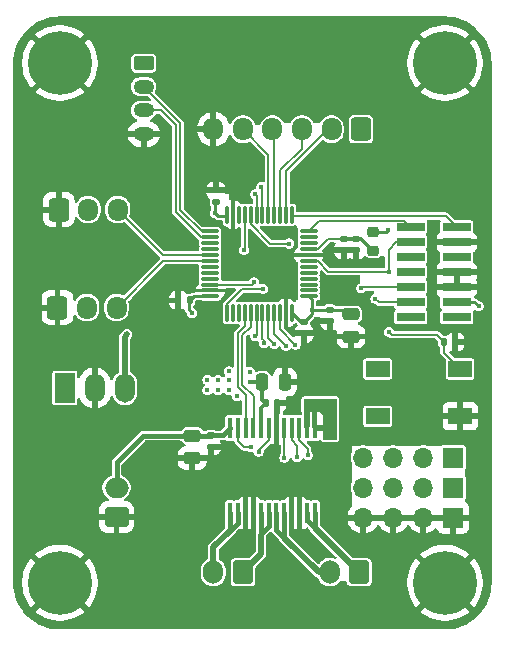
<source format=gtl>
G04 #@! TF.GenerationSoftware,KiCad,Pcbnew,9.0.0*
G04 #@! TF.CreationDate,2025-04-11T10:19:01+02:00*
G04 #@! TF.ProjectId,Janus_finalV,4a616e75-735f-4666-996e-616c562e6b69,rev?*
G04 #@! TF.SameCoordinates,Original*
G04 #@! TF.FileFunction,Copper,L1,Top*
G04 #@! TF.FilePolarity,Positive*
%FSLAX46Y46*%
G04 Gerber Fmt 4.6, Leading zero omitted, Abs format (unit mm)*
G04 Created by KiCad (PCBNEW 9.0.0) date 2025-04-11 10:19:01*
%MOMM*%
%LPD*%
G01*
G04 APERTURE LIST*
G04 Aperture macros list*
%AMRoundRect*
0 Rectangle with rounded corners*
0 $1 Rounding radius*
0 $2 $3 $4 $5 $6 $7 $8 $9 X,Y pos of 4 corners*
0 Add a 4 corners polygon primitive as box body*
4,1,4,$2,$3,$4,$5,$6,$7,$8,$9,$2,$3,0*
0 Add four circle primitives for the rounded corners*
1,1,$1+$1,$2,$3*
1,1,$1+$1,$4,$5*
1,1,$1+$1,$6,$7*
1,1,$1+$1,$8,$9*
0 Add four rect primitives between the rounded corners*
20,1,$1+$1,$2,$3,$4,$5,0*
20,1,$1+$1,$4,$5,$6,$7,0*
20,1,$1+$1,$6,$7,$8,$9,0*
20,1,$1+$1,$8,$9,$2,$3,0*%
G04 Aperture macros list end*
G04 #@! TA.AperFunction,ComponentPad*
%ADD10R,1.700000X1.700000*%
G04 #@! TD*
G04 #@! TA.AperFunction,ComponentPad*
%ADD11O,1.700000X1.700000*%
G04 #@! TD*
G04 #@! TA.AperFunction,ComponentPad*
%ADD12C,5.400000*%
G04 #@! TD*
G04 #@! TA.AperFunction,SMDPad,CuDef*
%ADD13RoundRect,0.140000X-0.140000X-0.170000X0.140000X-0.170000X0.140000X0.170000X-0.140000X0.170000X0*%
G04 #@! TD*
G04 #@! TA.AperFunction,SMDPad,CuDef*
%ADD14R,2.400000X0.740000*%
G04 #@! TD*
G04 #@! TA.AperFunction,ComponentPad*
%ADD15RoundRect,0.250000X-0.625000X0.350000X-0.625000X-0.350000X0.625000X-0.350000X0.625000X0.350000X0*%
G04 #@! TD*
G04 #@! TA.AperFunction,ComponentPad*
%ADD16O,1.750000X1.200000*%
G04 #@! TD*
G04 #@! TA.AperFunction,SMDPad,CuDef*
%ADD17R,2.000000X1.400000*%
G04 #@! TD*
G04 #@! TA.AperFunction,SMDPad,CuDef*
%ADD18RoundRect,0.218750X0.256250X-0.218750X0.256250X0.218750X-0.256250X0.218750X-0.256250X-0.218750X0*%
G04 #@! TD*
G04 #@! TA.AperFunction,ComponentPad*
%ADD19R,1.700000X2.500000*%
G04 #@! TD*
G04 #@! TA.AperFunction,ComponentPad*
%ADD20O,1.700000X2.500000*%
G04 #@! TD*
G04 #@! TA.AperFunction,SMDPad,CuDef*
%ADD21RoundRect,0.140000X-0.170000X0.140000X-0.170000X-0.140000X0.170000X-0.140000X0.170000X0.140000X0*%
G04 #@! TD*
G04 #@! TA.AperFunction,SMDPad,CuDef*
%ADD22RoundRect,0.250000X-0.250000X-0.475000X0.250000X-0.475000X0.250000X0.475000X-0.250000X0.475000X0*%
G04 #@! TD*
G04 #@! TA.AperFunction,SMDPad,CuDef*
%ADD23R,0.450000X1.750000*%
G04 #@! TD*
G04 #@! TA.AperFunction,ComponentPad*
%ADD24RoundRect,0.250000X-0.600000X-0.725000X0.600000X-0.725000X0.600000X0.725000X-0.600000X0.725000X0*%
G04 #@! TD*
G04 #@! TA.AperFunction,ComponentPad*
%ADD25O,1.700000X1.950000*%
G04 #@! TD*
G04 #@! TA.AperFunction,SMDPad,CuDef*
%ADD26RoundRect,0.140000X0.170000X-0.140000X0.170000X0.140000X-0.170000X0.140000X-0.170000X-0.140000X0*%
G04 #@! TD*
G04 #@! TA.AperFunction,SMDPad,CuDef*
%ADD27RoundRect,0.250000X-0.475000X0.250000X-0.475000X-0.250000X0.475000X-0.250000X0.475000X0.250000X0*%
G04 #@! TD*
G04 #@! TA.AperFunction,SMDPad,CuDef*
%ADD28RoundRect,0.140000X0.140000X0.170000X-0.140000X0.170000X-0.140000X-0.170000X0.140000X-0.170000X0*%
G04 #@! TD*
G04 #@! TA.AperFunction,SMDPad,CuDef*
%ADD29RoundRect,0.075000X0.662500X0.075000X-0.662500X0.075000X-0.662500X-0.075000X0.662500X-0.075000X0*%
G04 #@! TD*
G04 #@! TA.AperFunction,SMDPad,CuDef*
%ADD30RoundRect,0.075000X0.075000X0.662500X-0.075000X0.662500X-0.075000X-0.662500X0.075000X-0.662500X0*%
G04 #@! TD*
G04 #@! TA.AperFunction,ComponentPad*
%ADD31RoundRect,0.250000X0.600000X0.725000X-0.600000X0.725000X-0.600000X-0.725000X0.600000X-0.725000X0*%
G04 #@! TD*
G04 #@! TA.AperFunction,ComponentPad*
%ADD32RoundRect,0.250000X0.600000X0.750000X-0.600000X0.750000X-0.600000X-0.750000X0.600000X-0.750000X0*%
G04 #@! TD*
G04 #@! TA.AperFunction,ComponentPad*
%ADD33O,1.700000X2.000000*%
G04 #@! TD*
G04 #@! TA.AperFunction,ComponentPad*
%ADD34RoundRect,0.250000X0.750000X-0.600000X0.750000X0.600000X-0.750000X0.600000X-0.750000X-0.600000X0*%
G04 #@! TD*
G04 #@! TA.AperFunction,ComponentPad*
%ADD35O,2.000000X1.700000*%
G04 #@! TD*
G04 #@! TA.AperFunction,ViaPad*
%ADD36C,0.450000*%
G04 #@! TD*
G04 #@! TA.AperFunction,Conductor*
%ADD37C,0.500000*%
G04 #@! TD*
G04 #@! TA.AperFunction,Conductor*
%ADD38C,0.300000*%
G04 #@! TD*
G04 #@! TA.AperFunction,Conductor*
%ADD39C,0.250000*%
G04 #@! TD*
G04 #@! TA.AperFunction,Conductor*
%ADD40C,0.400000*%
G04 #@! TD*
G04 #@! TA.AperFunction,Conductor*
%ADD41C,0.200000*%
G04 #@! TD*
G04 APERTURE END LIST*
D10*
X147700000Y-80080000D03*
D11*
X145160000Y-80080000D03*
X142620000Y-80080000D03*
X140080000Y-80080000D03*
D12*
X147000000Y-85600000D03*
D13*
X146920000Y-65200000D03*
X147880000Y-65200000D03*
D14*
X148000000Y-63110000D03*
X144100000Y-63110000D03*
X148000000Y-61840000D03*
X144100000Y-61840000D03*
X148000000Y-60570000D03*
X144100000Y-60570000D03*
X148000000Y-59300000D03*
X144100000Y-59300000D03*
X148000000Y-58030000D03*
X144100000Y-58030000D03*
X148000000Y-56760000D03*
X144100000Y-56760000D03*
X148000000Y-55490000D03*
X144100000Y-55490000D03*
D15*
X121500000Y-41600000D03*
D16*
X121500000Y-43600000D03*
X121500000Y-45600000D03*
X121500000Y-47600000D03*
D10*
X147700000Y-77540000D03*
D11*
X145160000Y-77540000D03*
X142620000Y-77540000D03*
X140080000Y-77540000D03*
D17*
X148300000Y-71500000D03*
X141300000Y-71500000D03*
X148300000Y-67500000D03*
X141300000Y-67500000D03*
D18*
X140950000Y-57487500D03*
X140950000Y-55912500D03*
D19*
X114820000Y-69100000D03*
D20*
X117360000Y-69100000D03*
X119900000Y-69100000D03*
D21*
X137250000Y-62470000D03*
X137250000Y-63430000D03*
D12*
X114400000Y-41600000D03*
D21*
X135100000Y-63520000D03*
X135100000Y-64480000D03*
D22*
X131550000Y-68600000D03*
X133450000Y-68600000D03*
D23*
X128825000Y-79700000D03*
X129475000Y-79700000D03*
X130125000Y-79700000D03*
X130775000Y-79700000D03*
X131425000Y-79700000D03*
X132075000Y-79700000D03*
X132725000Y-79700000D03*
X133375000Y-79700000D03*
X134025000Y-79700000D03*
X134675000Y-79700000D03*
X135325000Y-79700000D03*
X135975000Y-79700000D03*
X135975000Y-72500000D03*
X135325000Y-72500000D03*
X134675000Y-72500000D03*
X134025000Y-72500000D03*
X133375000Y-72500000D03*
X132725000Y-72500000D03*
X132075000Y-72500000D03*
X131425000Y-72500000D03*
X130775000Y-72500000D03*
X130125000Y-72500000D03*
X129475000Y-72500000D03*
X128825000Y-72500000D03*
D24*
X114200000Y-62300000D03*
D25*
X116700000Y-62300000D03*
X119200000Y-62300000D03*
D21*
X139500000Y-56470000D03*
X139500000Y-57430000D03*
D24*
X114300000Y-54000000D03*
D25*
X116800000Y-54000000D03*
X119300000Y-54000000D03*
D10*
X147700000Y-75000000D03*
D11*
X145160000Y-75000000D03*
X142620000Y-75000000D03*
X140080000Y-75000000D03*
D21*
X127200000Y-73120000D03*
X127200000Y-74080000D03*
D13*
X131820000Y-70400000D03*
X132780000Y-70400000D03*
D12*
X147000000Y-41600000D03*
D26*
X127600000Y-53330000D03*
X127600000Y-52370000D03*
D27*
X125600000Y-73150000D03*
X125600000Y-75050000D03*
D28*
X125380000Y-61700000D03*
X124420000Y-61700000D03*
D29*
X135462500Y-61350000D03*
X135462500Y-60850000D03*
X135462500Y-60350000D03*
X135462500Y-59850000D03*
X135462500Y-59350000D03*
X135462500Y-58850000D03*
X135462500Y-58350000D03*
X135462500Y-57850000D03*
X135462500Y-57350000D03*
X135462500Y-56850000D03*
X135462500Y-56350000D03*
X135462500Y-55850000D03*
D30*
X134050000Y-54437500D03*
X133550000Y-54437500D03*
X133050000Y-54437500D03*
X132550000Y-54437500D03*
X132050000Y-54437500D03*
X131550000Y-54437500D03*
X131050000Y-54437500D03*
X130550000Y-54437500D03*
X130050000Y-54437500D03*
X129550000Y-54437500D03*
X129050000Y-54437500D03*
X128550000Y-54437500D03*
D29*
X127137500Y-55850000D03*
X127137500Y-56350000D03*
X127137500Y-56850000D03*
X127137500Y-57350000D03*
X127137500Y-57850000D03*
X127137500Y-58350000D03*
X127137500Y-58850000D03*
X127137500Y-59350000D03*
X127137500Y-59850000D03*
X127137500Y-60350000D03*
X127137500Y-60850000D03*
X127137500Y-61350000D03*
D30*
X128550000Y-62762500D03*
X129050000Y-62762500D03*
X129550000Y-62762500D03*
X130050000Y-62762500D03*
X130550000Y-62762500D03*
X131050000Y-62762500D03*
X131550000Y-62762500D03*
X132050000Y-62762500D03*
X132550000Y-62762500D03*
X133050000Y-62762500D03*
X133550000Y-62762500D03*
X134050000Y-62762500D03*
D12*
X114400000Y-85600000D03*
D31*
X139900000Y-47200000D03*
D25*
X137400000Y-47200000D03*
X134900000Y-47200000D03*
X132400000Y-47200000D03*
X129900000Y-47200000D03*
X127400000Y-47200000D03*
D21*
X138450000Y-56470000D03*
X138450000Y-57430000D03*
D27*
X139050000Y-62850000D03*
X139050000Y-64750000D03*
D32*
X129900000Y-84700000D03*
D33*
X127400000Y-84700000D03*
D34*
X119200000Y-80050000D03*
D35*
X119200000Y-77550000D03*
D32*
X139750000Y-84700000D03*
D33*
X137250000Y-84700000D03*
D36*
X150500000Y-71240000D03*
X150500000Y-61080000D03*
X125300000Y-69300000D03*
X123550000Y-57100000D03*
X132170000Y-39400000D03*
X145870000Y-63940000D03*
X134710000Y-41940000D03*
X124550000Y-39400000D03*
X129400000Y-71100000D03*
X135870000Y-89150000D03*
X128700000Y-60950000D03*
X139790000Y-72600000D03*
X118090000Y-89150000D03*
X140300000Y-61380000D03*
X113350000Y-48050000D03*
X133340000Y-87280000D03*
X110950000Y-53110000D03*
X120630000Y-89150000D03*
X130800000Y-87280000D03*
X136980000Y-66900000D03*
X138500000Y-70600000D03*
X110950000Y-55650000D03*
X122020000Y-38000000D03*
X134720000Y-38000000D03*
X130500000Y-65800000D03*
X129630000Y-44480000D03*
X145870000Y-65440000D03*
X117680000Y-74040000D03*
X145870000Y-59300000D03*
X148340000Y-66310000D03*
X115890000Y-48050000D03*
X129000000Y-77050000D03*
X137050000Y-74700000D03*
X112650000Y-64350000D03*
X112600000Y-74040000D03*
X130790000Y-89150000D03*
X130530000Y-51640000D03*
X144370000Y-63940000D03*
X135880000Y-87280000D03*
X123500000Y-47400000D03*
X115140000Y-81330000D03*
X136480000Y-83060000D03*
X125450000Y-49100000D03*
X110950000Y-75970000D03*
X138870000Y-53890000D03*
X137170000Y-61520000D03*
X122300000Y-64500000D03*
X128750000Y-74050000D03*
X144880000Y-38000000D03*
X124650000Y-59000000D03*
X150500000Y-68700000D03*
X142350000Y-41950000D03*
X139790000Y-41940000D03*
X123180000Y-87280000D03*
X137250000Y-44480000D03*
X149120000Y-65200000D03*
X136000000Y-49450000D03*
X118430000Y-48040000D03*
X138410000Y-89150000D03*
X124840000Y-71920000D03*
X122300000Y-71920000D03*
X138510000Y-61510000D03*
X112650000Y-66890000D03*
X131540000Y-77050000D03*
X137250000Y-39400000D03*
X125720000Y-84740000D03*
X150500000Y-73780000D03*
X115040000Y-56300000D03*
X118430000Y-50580000D03*
X150500000Y-81400000D03*
X144370000Y-69940000D03*
X149450000Y-82650000D03*
X150500000Y-43300000D03*
X134080000Y-58500000D03*
X110950000Y-83590000D03*
X123500000Y-52480000D03*
X150500000Y-76320000D03*
X147430000Y-51980000D03*
X123650000Y-59000000D03*
X130450000Y-75100000D03*
X112600000Y-78790000D03*
X136100000Y-63600000D03*
X144450000Y-82200000D03*
X117730000Y-66890000D03*
X150500000Y-78860000D03*
X134650000Y-68450000D03*
X113350000Y-50590000D03*
X139630000Y-58580000D03*
X139800000Y-38000000D03*
X126980000Y-76550000D03*
X118100000Y-87280000D03*
X110950000Y-78510000D03*
X129100000Y-82800000D03*
X118430000Y-45500000D03*
X150500000Y-50920000D03*
X118100000Y-84740000D03*
X110950000Y-63270000D03*
X110950000Y-45490000D03*
X110950000Y-60730000D03*
X142350000Y-49440000D03*
X116940000Y-38000000D03*
X127100000Y-38000000D03*
X134080000Y-77050000D03*
X131140000Y-61500000D03*
X145870000Y-60800000D03*
X117580000Y-56300000D03*
X141380000Y-84680000D03*
X142350000Y-44450000D03*
X110950000Y-58190000D03*
X122300000Y-60200000D03*
X118100000Y-82200000D03*
X144890000Y-51980000D03*
X134050000Y-64200000D03*
X129630000Y-41940000D03*
X123170000Y-89150000D03*
X132140000Y-61500000D03*
X120640000Y-82200000D03*
X110950000Y-70890000D03*
X150500000Y-83940000D03*
X115040000Y-58840000D03*
X122300000Y-66840000D03*
X125720000Y-82200000D03*
X127090000Y-41940000D03*
X141350000Y-89150000D03*
X128900000Y-65500000D03*
X128900000Y-66500000D03*
X125720000Y-87280000D03*
X150500000Y-56000000D03*
X110950000Y-81050000D03*
X123180000Y-84740000D03*
X115890000Y-45500000D03*
X117580000Y-58840000D03*
X130530000Y-49100000D03*
X127090000Y-44480000D03*
X135150000Y-84700000D03*
X118400000Y-39400000D03*
X120120000Y-56300000D03*
X146030000Y-89150000D03*
X121750000Y-73950000D03*
X133700000Y-83250000D03*
X128700000Y-56800000D03*
X112500000Y-58840000D03*
X144890000Y-49440000D03*
X115190000Y-66890000D03*
X138330000Y-58580000D03*
X113350000Y-45500000D03*
X120640000Y-84740000D03*
X144370000Y-72940000D03*
X125710000Y-89150000D03*
X144890000Y-46900000D03*
X124440000Y-76550000D03*
X126980000Y-79090000D03*
X137200000Y-57400000D03*
X150500000Y-45840000D03*
X124250000Y-55250000D03*
X125450000Y-51640000D03*
X138540000Y-49450000D03*
X135100000Y-81700000D03*
X121850000Y-55450000D03*
X132600000Y-57400000D03*
X124550000Y-41940000D03*
X137250000Y-64700000D03*
X140930000Y-58580000D03*
X139790000Y-44480000D03*
X118400000Y-41940000D03*
X129640000Y-38000000D03*
X122300000Y-58050000D03*
X147430000Y-49440000D03*
X142350000Y-39400000D03*
X134710000Y-39400000D03*
X150500000Y-48380000D03*
X130100000Y-59700000D03*
X127090000Y-39400000D03*
X134650000Y-69500000D03*
X124440000Y-79090000D03*
X145870000Y-62300000D03*
X141380000Y-62770000D03*
X122300000Y-69800000D03*
X115890000Y-50590000D03*
X145990000Y-56560000D03*
X123500000Y-73950000D03*
X137000000Y-69400000D03*
X115550000Y-89150000D03*
X120600000Y-61850000D03*
X134000000Y-70200000D03*
X123500000Y-49940000D03*
X142340000Y-38000000D03*
X150500000Y-63620000D03*
X150500000Y-53460000D03*
X115140000Y-78790000D03*
X137000000Y-53900000D03*
X144370000Y-65440000D03*
X145870000Y-66940000D03*
X124560000Y-38000000D03*
X115140000Y-76250000D03*
X127990000Y-49100000D03*
X133330000Y-89150000D03*
X134100000Y-55800000D03*
X119480000Y-38000000D03*
X110950000Y-65810000D03*
X128260000Y-87280000D03*
X110950000Y-68350000D03*
X132180000Y-38000000D03*
X120000000Y-75900000D03*
X134900000Y-53900000D03*
X110950000Y-50570000D03*
X112600000Y-71500000D03*
X145870000Y-69940000D03*
X141380000Y-87220000D03*
X125350000Y-60650000D03*
X134000000Y-71000000D03*
X120800000Y-74900000D03*
X147430000Y-46900000D03*
X125750000Y-57050000D03*
X130500000Y-66650000D03*
X115140000Y-71500000D03*
X138500000Y-72600000D03*
X124550000Y-44480000D03*
X120640000Y-87280000D03*
X125650000Y-59000000D03*
X128700000Y-58300000D03*
X130200000Y-81900000D03*
X134600000Y-50800000D03*
X145870000Y-72940000D03*
X115190000Y-64350000D03*
X112600000Y-81330000D03*
X123180000Y-82200000D03*
X150500000Y-58540000D03*
X128700000Y-59700000D03*
X121900000Y-79090000D03*
X144370000Y-68440000D03*
X128250000Y-89150000D03*
X141260000Y-69390000D03*
X132350000Y-81900000D03*
X141900000Y-82150000D03*
X117730000Y-64350000D03*
X142350000Y-46900000D03*
X127380000Y-71920000D03*
X126650000Y-62100000D03*
X133450000Y-67250000D03*
X115140000Y-74040000D03*
X145870000Y-68440000D03*
X134100000Y-61100000D03*
X143490000Y-89150000D03*
X132600000Y-55800000D03*
X141400000Y-64750000D03*
X142350000Y-51980000D03*
X121900000Y-76550000D03*
X132170000Y-44480000D03*
X137250000Y-41940000D03*
X132170000Y-41940000D03*
X129630000Y-39400000D03*
X117680000Y-71500000D03*
X120120000Y-58840000D03*
X145870000Y-71440000D03*
X138420000Y-87280000D03*
X135840000Y-82400000D03*
X110950000Y-48030000D03*
X110950000Y-42950000D03*
X150500000Y-66160000D03*
X112500000Y-56300000D03*
X144370000Y-66940000D03*
X134710000Y-44480000D03*
X137260000Y-38000000D03*
X136620000Y-77050000D03*
X112600000Y-76250000D03*
X139790000Y-39400000D03*
X130140000Y-61500000D03*
X144370000Y-71440000D03*
X110950000Y-73430000D03*
X125300000Y-68400000D03*
X120100000Y-64550000D03*
X127800000Y-69300000D03*
X135750000Y-62500000D03*
X129400000Y-69800000D03*
X127800000Y-68400000D03*
X126900000Y-69300000D03*
X130500000Y-67750000D03*
X128700000Y-69300000D03*
X126900000Y-68400000D03*
X142170000Y-55770000D03*
X128700000Y-68400000D03*
X127550000Y-54300000D03*
X130500001Y-68600001D03*
X149850000Y-62200000D03*
X125600000Y-62750000D03*
X128700000Y-67700000D03*
X137000000Y-72400000D03*
X137000000Y-73100000D03*
X137000000Y-70300000D03*
X137000000Y-71000000D03*
X137000000Y-71700000D03*
X142250000Y-59300000D03*
X142250000Y-64350000D03*
X133553652Y-65526383D03*
X134471232Y-74971232D03*
X130950000Y-64726818D03*
X130550000Y-74100000D03*
X132571082Y-65392343D03*
X133400000Y-75000000D03*
X131235996Y-74511598D03*
X131655548Y-65325339D03*
X134350000Y-65450000D03*
X135380853Y-74804075D03*
X139925735Y-60674265D03*
X131600000Y-60700000D03*
X130850934Y-60150000D03*
X141100000Y-61550000D03*
X130950000Y-52700000D03*
X131450000Y-52075499D03*
X133800000Y-56875000D03*
X130000000Y-57400000D03*
D37*
X120100000Y-64550000D02*
X119900000Y-64750000D01*
X119900000Y-64750000D02*
X119900000Y-69100000D01*
D38*
X130500001Y-68600001D02*
X131549999Y-68600001D01*
D39*
X125380000Y-61700000D02*
X125730000Y-61350000D01*
X134807500Y-63520000D02*
X134050000Y-62762500D01*
D38*
X131550000Y-68600000D02*
X131550000Y-70130000D01*
D39*
X142170000Y-55770000D02*
X142030000Y-55910000D01*
D38*
X131425000Y-70795000D02*
X131425000Y-72500000D01*
D39*
X127550000Y-53380000D02*
X127600000Y-53330000D01*
D38*
X131550000Y-70130000D02*
X131820000Y-70400000D01*
D39*
X125600000Y-62750000D02*
X125300000Y-62450000D01*
X142020000Y-55910000D02*
X142017500Y-55912500D01*
X135750000Y-62870000D02*
X135100000Y-63520000D01*
X135750000Y-62500000D02*
X135750000Y-61637500D01*
X127800000Y-54550000D02*
X128437500Y-54550000D01*
X149850000Y-62200000D02*
X149490000Y-61840000D01*
X137220000Y-62500000D02*
X137250000Y-62470000D01*
X125730000Y-61350000D02*
X127137500Y-61350000D01*
X127550000Y-54300000D02*
X127800000Y-54550000D01*
X142017500Y-55912500D02*
X140950000Y-55912500D01*
X135750000Y-62500000D02*
X137220000Y-62500000D01*
X138670000Y-62470000D02*
X139050000Y-62850000D01*
X135750000Y-61637500D02*
X135462500Y-61350000D01*
X135100000Y-63520000D02*
X134807500Y-63520000D01*
X149490000Y-61840000D02*
X148000000Y-61840000D01*
X127550000Y-54300000D02*
X127550000Y-53380000D01*
X125300000Y-62450000D02*
X125300000Y-61780000D01*
X135750000Y-62500000D02*
X135750000Y-62870000D01*
X125300000Y-61780000D02*
X125380000Y-61700000D01*
X128437500Y-54550000D02*
X128550000Y-54437500D01*
D38*
X131549999Y-68600001D02*
X131550000Y-68600000D01*
D39*
X142030000Y-55910000D02*
X142020000Y-55910000D01*
D38*
X131820000Y-70400000D02*
X131425000Y-70795000D01*
D39*
X137250000Y-62470000D02*
X138670000Y-62470000D01*
D40*
X127170000Y-73150000D02*
X127200000Y-73120000D01*
X125600000Y-73150000D02*
X127170000Y-73150000D01*
X119200000Y-75400000D02*
X121450000Y-73150000D01*
X128205000Y-73120000D02*
X128825000Y-72500000D01*
X127200000Y-73120000D02*
X128205000Y-73120000D01*
X119200000Y-77550000D02*
X119200000Y-75400000D01*
X121450000Y-73150000D02*
X125600000Y-73150000D01*
D41*
X146920000Y-65200000D02*
X146920000Y-66120000D01*
X142200000Y-59250000D02*
X137132410Y-59250000D01*
X146320000Y-64600000D02*
X146920000Y-65200000D01*
X142250000Y-57400000D02*
X142890000Y-56760000D01*
X137132410Y-59250000D02*
X136232410Y-58350000D01*
X142890000Y-56760000D02*
X144100000Y-56760000D01*
X136232410Y-58350000D02*
X135462500Y-58350000D01*
X146920000Y-66120000D02*
X148300000Y-67500000D01*
X142250000Y-59300000D02*
X142200000Y-59250000D01*
X142250000Y-59300000D02*
X142250000Y-57400000D01*
X142500000Y-64600000D02*
X146320000Y-64600000D01*
X142250000Y-64350000D02*
X142500000Y-64600000D01*
D38*
X138450000Y-56470000D02*
X139500000Y-56470000D01*
D41*
X137112410Y-56470000D02*
X138450000Y-56470000D01*
X135462500Y-57350000D02*
X136232410Y-57350000D01*
X136232410Y-57350000D02*
X137112410Y-56470000D01*
D38*
X139932500Y-56470000D02*
X140950000Y-57487500D01*
X139500000Y-56470000D02*
X139932500Y-56470000D01*
D41*
X130050000Y-62762500D02*
X130050000Y-63884314D01*
X130125000Y-69709925D02*
X130125000Y-72500000D01*
X130050000Y-63884314D02*
X129450000Y-64484314D01*
X129450000Y-69034925D02*
X130125000Y-69709925D01*
X129450000Y-64484314D02*
X129450000Y-69034925D01*
X134471232Y-74971232D02*
X134471232Y-73996232D01*
X134471232Y-73996232D02*
X134025000Y-73550000D01*
X133553652Y-65526383D02*
X132550000Y-64522731D01*
X134025000Y-73550000D02*
X134025000Y-72500000D01*
X132550000Y-64522731D02*
X132550000Y-62762500D01*
D40*
X132725000Y-79700000D02*
X132725000Y-81125000D01*
D37*
X133375000Y-81775000D02*
X136300000Y-84700000D01*
X136300000Y-84700000D02*
X137250000Y-84700000D01*
D40*
X133375000Y-79700000D02*
X133375000Y-81775000D01*
X132725000Y-81125000D02*
X133375000Y-81775000D01*
X129475000Y-80525000D02*
X128825000Y-81175000D01*
D37*
X127400000Y-82600000D02*
X127400000Y-84700000D01*
D40*
X128825000Y-81175000D02*
X128825000Y-79700000D01*
X129475000Y-79700000D02*
X129475000Y-80525000D01*
D37*
X128825000Y-81175000D02*
X127400000Y-82600000D01*
D40*
X135325000Y-79700000D02*
X135325000Y-80275000D01*
D37*
X135975000Y-80925000D02*
X139750000Y-84700000D01*
D40*
X135975000Y-79700000D02*
X135975000Y-80925000D01*
X135325000Y-80275000D02*
X135975000Y-80925000D01*
D41*
X131050000Y-64626818D02*
X131050000Y-62762500D01*
X130550000Y-74100000D02*
X130000000Y-74100000D01*
X130950000Y-64726818D02*
X131050000Y-64626818D01*
X129475000Y-73575000D02*
X129475000Y-72500000D01*
X130000000Y-74100000D02*
X129475000Y-73575000D01*
X129850000Y-68869239D02*
X129850000Y-64650000D01*
X130800000Y-69819239D02*
X129850000Y-68869239D01*
X130800000Y-72475000D02*
X130800000Y-69819239D01*
X129850000Y-64650000D02*
X130550000Y-63950000D01*
X130775000Y-72500000D02*
X130800000Y-72475000D01*
X130550000Y-63950000D02*
X130550000Y-62762500D01*
X132571082Y-65392343D02*
X132050000Y-64871261D01*
X133375000Y-73575000D02*
X133375000Y-72500000D01*
X132050000Y-64871261D02*
X132050000Y-62762500D01*
X133400000Y-73600000D02*
X133375000Y-73575000D01*
X133400000Y-75000000D02*
X133400000Y-73600000D01*
D40*
X131425000Y-81525000D02*
X131425000Y-79700000D01*
D37*
X131425000Y-83175000D02*
X129900000Y-84700000D01*
D40*
X131425000Y-81475000D02*
X131425000Y-81525000D01*
X132075000Y-79700000D02*
X132075000Y-80825000D01*
X132075000Y-80825000D02*
X131425000Y-81475000D01*
D37*
X131425000Y-81525000D02*
X131425000Y-83175000D01*
D41*
X131655548Y-65042495D02*
X131550000Y-64936947D01*
X131235996Y-74511598D02*
X131235996Y-74389004D01*
X131550000Y-64936947D02*
X131550000Y-62762500D01*
X131655548Y-65325339D02*
X131655548Y-65042495D01*
X132075000Y-73550000D02*
X132075000Y-72500000D01*
X131235996Y-74389004D02*
X132075000Y-73550000D01*
X135380853Y-74804075D02*
X135380853Y-74255853D01*
X133052319Y-62764819D02*
X133050000Y-62762500D01*
X133052319Y-64152319D02*
X133052319Y-62764819D01*
X134675000Y-73550000D02*
X134675000Y-72500000D01*
X135380853Y-74255853D02*
X134675000Y-73550000D01*
X134350000Y-65450000D02*
X133052319Y-64152319D01*
X127137500Y-55850000D02*
X126433276Y-55850000D01*
X126433276Y-55850000D02*
X124600000Y-54016724D01*
X124600000Y-46700000D02*
X121500000Y-43600000D01*
X124600000Y-54016724D02*
X124600000Y-46700000D01*
X124200000Y-46865686D02*
X124200000Y-54182410D01*
X124200000Y-54182410D02*
X126367590Y-56350000D01*
X121500000Y-45600000D02*
X122934314Y-45600000D01*
X126367590Y-56350000D02*
X127137500Y-56350000D01*
X122934314Y-45600000D02*
X124200000Y-46865686D01*
X123150000Y-58350000D02*
X119200000Y-62300000D01*
X127137500Y-58350000D02*
X123150000Y-58350000D01*
X127137500Y-57850000D02*
X123150000Y-57850000D01*
X123150000Y-57850000D02*
X119300000Y-54000000D01*
X128550000Y-62762500D02*
X128550000Y-61992590D01*
X128817590Y-61725000D02*
X128825000Y-61725000D01*
X140030000Y-60570000D02*
X144100000Y-60570000D01*
X131550000Y-60750000D02*
X131600000Y-60700000D01*
X128550000Y-61992590D02*
X128817590Y-61725000D01*
X129800000Y-60750000D02*
X131550000Y-60750000D01*
X128825000Y-61725000D02*
X129800000Y-60750000D01*
X139925735Y-60674265D02*
X140030000Y-60570000D01*
X130650934Y-60350000D02*
X127137500Y-60350000D01*
X141390000Y-61840000D02*
X144100000Y-61840000D01*
X141100000Y-61550000D02*
X141390000Y-61840000D01*
X130850934Y-60150000D02*
X130650934Y-60350000D01*
X136362500Y-54950000D02*
X135462500Y-55850000D01*
X144100000Y-55490000D02*
X143560000Y-54950000D01*
X143560000Y-54950000D02*
X136362500Y-54950000D01*
X134162500Y-54550000D02*
X147060000Y-54550000D01*
X147060000Y-54550000D02*
X148000000Y-55490000D01*
X134050000Y-54437500D02*
X134162500Y-54550000D01*
X133050000Y-50684314D02*
X133050000Y-54437500D01*
X134900000Y-48834314D02*
X133050000Y-50684314D01*
X134900000Y-47200000D02*
X134900000Y-48834314D01*
X132050000Y-54437500D02*
X132050000Y-49350000D01*
X132050000Y-49350000D02*
X129900000Y-47200000D01*
X137100000Y-47200000D02*
X133550000Y-50750000D01*
X137400000Y-47200000D02*
X137100000Y-47200000D01*
X133550000Y-50750000D02*
X133550000Y-54437500D01*
X132400000Y-47200000D02*
X132550000Y-47350000D01*
X132550000Y-47350000D02*
X132550000Y-54437500D01*
X131050000Y-52800000D02*
X131050000Y-54437500D01*
X130950000Y-52700000D02*
X131050000Y-52800000D01*
X131550000Y-52175499D02*
X131550000Y-54437500D01*
X131450000Y-52075499D02*
X131550000Y-52175499D01*
X130550000Y-55207410D02*
X130550000Y-54437500D01*
X132217590Y-56875000D02*
X130550000Y-55207410D01*
X133800000Y-56875000D02*
X132217590Y-56875000D01*
X130050000Y-57350000D02*
X130050000Y-54437500D01*
X130000000Y-57400000D02*
X130050000Y-57350000D01*
G04 #@! TA.AperFunction,Conductor*
G36*
X137793039Y-70019685D02*
G01*
X137838794Y-70072489D01*
X137850000Y-70124000D01*
X137850000Y-73376000D01*
X137830315Y-73443039D01*
X137777511Y-73488794D01*
X137726000Y-73500000D01*
X136824000Y-73500000D01*
X136756961Y-73480315D01*
X136711206Y-73427511D01*
X136700000Y-73376000D01*
X136700000Y-72725000D01*
X136099000Y-72725000D01*
X136031961Y-72705315D01*
X135986206Y-72652511D01*
X135975000Y-72601000D01*
X135975000Y-72500000D01*
X135874000Y-72500000D01*
X135806961Y-72480315D01*
X135761206Y-72427511D01*
X135750000Y-72376000D01*
X135750000Y-72275000D01*
X136200000Y-72275000D01*
X136700000Y-72275000D01*
X136700000Y-71577172D01*
X136699999Y-71577155D01*
X136693598Y-71517627D01*
X136693596Y-71517620D01*
X136643354Y-71382913D01*
X136643350Y-71382906D01*
X136557190Y-71267812D01*
X136557187Y-71267809D01*
X136442093Y-71181649D01*
X136442086Y-71181645D01*
X136307379Y-71131403D01*
X136307372Y-71131401D01*
X136247844Y-71125000D01*
X136200000Y-71125000D01*
X136200000Y-72275000D01*
X135750000Y-72275000D01*
X135750000Y-71125000D01*
X135702164Y-71125000D01*
X135663252Y-71129183D01*
X135636748Y-71129183D01*
X135597835Y-71125000D01*
X135550000Y-71125000D01*
X135550000Y-72376000D01*
X135547449Y-72384685D01*
X135548738Y-72393647D01*
X135537759Y-72417687D01*
X135530315Y-72443039D01*
X135523474Y-72448966D01*
X135519713Y-72457203D01*
X135497478Y-72471492D01*
X135477511Y-72488794D01*
X135466996Y-72491081D01*
X135460935Y-72494977D01*
X135426000Y-72500000D01*
X135224500Y-72500000D01*
X135157461Y-72480315D01*
X135111706Y-72427511D01*
X135100500Y-72376000D01*
X135100500Y-71604262D01*
X135100000Y-71594084D01*
X135100000Y-71125000D01*
X135086319Y-71111319D01*
X135052834Y-71049996D01*
X135050000Y-71023638D01*
X135050000Y-70124000D01*
X135069685Y-70056961D01*
X135122489Y-70011206D01*
X135174000Y-70000000D01*
X137726000Y-70000000D01*
X137793039Y-70019685D01*
G37*
G04 #@! TD.AperFunction*
G04 #@! TA.AperFunction,Conductor*
G36*
X142154075Y-79887007D02*
G01*
X142120000Y-80014174D01*
X142120000Y-80145826D01*
X142154075Y-80272993D01*
X142186988Y-80330000D01*
X140513012Y-80330000D01*
X140545925Y-80272993D01*
X140580000Y-80145826D01*
X140580000Y-80014174D01*
X140545925Y-79887007D01*
X140513012Y-79830000D01*
X142186988Y-79830000D01*
X142154075Y-79887007D01*
G37*
G04 #@! TD.AperFunction*
G04 #@! TA.AperFunction,Conductor*
G36*
X144694075Y-79887007D02*
G01*
X144660000Y-80014174D01*
X144660000Y-80145826D01*
X144694075Y-80272993D01*
X144726988Y-80330000D01*
X143053012Y-80330000D01*
X143085925Y-80272993D01*
X143120000Y-80145826D01*
X143120000Y-80014174D01*
X143085925Y-79887007D01*
X143053012Y-79830000D01*
X144726988Y-79830000D01*
X144694075Y-79887007D01*
G37*
G04 #@! TD.AperFunction*
G04 #@! TA.AperFunction,Conductor*
G36*
X147234075Y-79887007D02*
G01*
X147200000Y-80014174D01*
X147200000Y-80145826D01*
X147234075Y-80272993D01*
X147266988Y-80330000D01*
X145593012Y-80330000D01*
X145625925Y-80272993D01*
X145660000Y-80145826D01*
X145660000Y-80014174D01*
X145625925Y-79887007D01*
X145593012Y-79830000D01*
X147266988Y-79830000D01*
X147234075Y-79887007D01*
G37*
G04 #@! TD.AperFunction*
G04 #@! TA.AperFunction,Conductor*
G36*
X147002855Y-37650632D02*
G01*
X147358697Y-37667083D01*
X147370086Y-37668139D01*
X147720051Y-37716957D01*
X147731295Y-37719059D01*
X148075261Y-37799959D01*
X148086251Y-37803086D01*
X148421306Y-37915385D01*
X148431960Y-37919513D01*
X148755209Y-38062241D01*
X148765436Y-38067333D01*
X149006689Y-38201710D01*
X149074131Y-38239275D01*
X149083869Y-38245304D01*
X149375374Y-38444990D01*
X149384511Y-38451890D01*
X149609752Y-38638927D01*
X149656356Y-38677626D01*
X149664820Y-38685343D01*
X149914656Y-38935179D01*
X149922373Y-38943643D01*
X150148107Y-39215485D01*
X150155009Y-39224625D01*
X150354695Y-39516130D01*
X150360724Y-39525868D01*
X150532659Y-39834550D01*
X150537762Y-39844799D01*
X150680481Y-40168026D01*
X150684619Y-40178706D01*
X150796909Y-40513735D01*
X150800043Y-40524751D01*
X150880938Y-40868696D01*
X150883043Y-40879955D01*
X150931859Y-41229905D01*
X150932916Y-41241309D01*
X150949368Y-41597144D01*
X150949500Y-41602871D01*
X150949500Y-85597128D01*
X150949368Y-85602855D01*
X150932916Y-85958690D01*
X150931859Y-85970094D01*
X150883043Y-86320044D01*
X150880938Y-86331303D01*
X150800043Y-86675248D01*
X150796909Y-86686264D01*
X150684619Y-87021293D01*
X150680481Y-87031973D01*
X150537764Y-87355196D01*
X150532659Y-87365449D01*
X150360724Y-87674131D01*
X150354695Y-87683869D01*
X150155009Y-87975374D01*
X150148107Y-87984514D01*
X149922373Y-88256356D01*
X149914656Y-88264820D01*
X149664820Y-88514656D01*
X149656356Y-88522373D01*
X149384514Y-88748107D01*
X149375374Y-88755009D01*
X149083869Y-88954695D01*
X149074131Y-88960724D01*
X148765449Y-89132659D01*
X148755196Y-89137764D01*
X148431973Y-89280481D01*
X148421293Y-89284619D01*
X148086264Y-89396909D01*
X148075248Y-89400043D01*
X147731303Y-89480938D01*
X147720044Y-89483043D01*
X147370094Y-89531859D01*
X147358690Y-89532916D01*
X147002855Y-89549368D01*
X146997128Y-89549500D01*
X114402872Y-89549500D01*
X114397145Y-89549368D01*
X114041309Y-89532916D01*
X114029905Y-89531859D01*
X113679955Y-89483043D01*
X113668696Y-89480938D01*
X113324751Y-89400043D01*
X113313735Y-89396909D01*
X112978706Y-89284619D01*
X112968026Y-89280481D01*
X112644803Y-89137764D01*
X112634555Y-89132661D01*
X112534830Y-89077115D01*
X112325868Y-88960724D01*
X112316130Y-88954695D01*
X112024625Y-88755009D01*
X112015485Y-88748107D01*
X111743643Y-88522373D01*
X111735179Y-88514656D01*
X111485343Y-88264820D01*
X111477626Y-88256356D01*
X111318467Y-88064687D01*
X111318465Y-88064684D01*
X111251893Y-87984514D01*
X111244990Y-87975374D01*
X111045304Y-87683869D01*
X111039275Y-87674131D01*
X110917033Y-87454664D01*
X110867333Y-87365436D01*
X110862241Y-87355209D01*
X110719513Y-87031960D01*
X110715385Y-87021306D01*
X110603086Y-86686251D01*
X110599959Y-86675261D01*
X110519059Y-86331295D01*
X110516956Y-86320044D01*
X110497624Y-86181460D01*
X110468139Y-85970086D01*
X110467083Y-85958690D01*
X110462526Y-85860131D01*
X110450632Y-85602855D01*
X110450500Y-85597128D01*
X110450500Y-85420287D01*
X111200000Y-85420287D01*
X111200000Y-85779712D01*
X111240240Y-86136851D01*
X111240242Y-86136863D01*
X111320219Y-86487268D01*
X111320220Y-86487270D01*
X111438927Y-86826517D01*
X111594870Y-87150336D01*
X111786092Y-87454664D01*
X111966081Y-87680364D01*
X113284728Y-86361717D01*
X113370278Y-86479466D01*
X113520534Y-86629722D01*
X113638281Y-86715270D01*
X112319634Y-88033916D01*
X112319634Y-88033917D01*
X112545335Y-88213907D01*
X112849663Y-88405129D01*
X113173482Y-88561072D01*
X113512729Y-88679779D01*
X113512731Y-88679780D01*
X113863136Y-88759757D01*
X113863148Y-88759759D01*
X114220287Y-88799999D01*
X114220289Y-88800000D01*
X114579711Y-88800000D01*
X114579712Y-88799999D01*
X114936851Y-88759759D01*
X114936863Y-88759757D01*
X115287268Y-88679780D01*
X115287270Y-88679779D01*
X115626517Y-88561072D01*
X115950336Y-88405129D01*
X116254664Y-88213907D01*
X116480364Y-88033916D01*
X115161718Y-86715270D01*
X115279466Y-86629722D01*
X115429722Y-86479466D01*
X115515270Y-86361718D01*
X116833916Y-87680364D01*
X117013907Y-87454664D01*
X117205129Y-87150336D01*
X117361072Y-86826517D01*
X117479779Y-86487270D01*
X117479780Y-86487268D01*
X117559757Y-86136863D01*
X117559759Y-86136851D01*
X117599999Y-85779712D01*
X117600000Y-85779710D01*
X117600000Y-85420289D01*
X117599999Y-85420287D01*
X117559759Y-85063148D01*
X117559757Y-85063136D01*
X117479780Y-84712733D01*
X117398833Y-84481398D01*
X117398832Y-84481396D01*
X117386632Y-84446530D01*
X126349500Y-84446530D01*
X126349500Y-84953469D01*
X126389868Y-85156412D01*
X126389870Y-85156420D01*
X126469058Y-85347596D01*
X126584024Y-85519657D01*
X126730342Y-85665975D01*
X126730345Y-85665977D01*
X126902402Y-85780941D01*
X127093580Y-85860130D01*
X127282187Y-85897646D01*
X127296530Y-85900499D01*
X127296534Y-85900500D01*
X127296535Y-85900500D01*
X127503466Y-85900500D01*
X127503467Y-85900499D01*
X127706420Y-85860130D01*
X127897598Y-85780941D01*
X128069655Y-85665977D01*
X128215977Y-85519655D01*
X128330941Y-85347598D01*
X128410130Y-85156420D01*
X128450500Y-84953465D01*
X128450500Y-84446535D01*
X128410130Y-84243580D01*
X128330941Y-84052402D01*
X128270353Y-83961725D01*
X128270352Y-83961722D01*
X128226257Y-83895730D01*
X128849500Y-83895730D01*
X128849500Y-85504269D01*
X128852353Y-85534699D01*
X128852353Y-85534701D01*
X128897206Y-85662880D01*
X128897207Y-85662882D01*
X128977850Y-85772150D01*
X129087118Y-85852793D01*
X129108089Y-85860131D01*
X129215299Y-85897646D01*
X129245730Y-85900500D01*
X129245734Y-85900500D01*
X130554270Y-85900500D01*
X130584699Y-85897646D01*
X130584701Y-85897646D01*
X130648790Y-85875219D01*
X130712882Y-85852793D01*
X130822150Y-85772150D01*
X130902793Y-85662882D01*
X130940252Y-85555830D01*
X130947646Y-85534701D01*
X130947646Y-85534699D01*
X130950500Y-85504269D01*
X130950500Y-84337965D01*
X130970185Y-84270926D01*
X130986819Y-84250284D01*
X131356762Y-83880341D01*
X131785490Y-83451614D01*
X131844799Y-83348887D01*
X131851285Y-83324675D01*
X131851286Y-83324675D01*
X131851286Y-83324671D01*
X131875500Y-83234309D01*
X131875500Y-81642255D01*
X131895185Y-81575216D01*
X131911819Y-81554574D01*
X132042797Y-81423596D01*
X132177136Y-81289256D01*
X132238457Y-81255773D01*
X132308148Y-81260757D01*
X132364082Y-81302628D01*
X132372201Y-81314937D01*
X132388810Y-81343703D01*
X132404520Y-81370913D01*
X132404522Y-81370915D01*
X132921716Y-81888109D01*
X132953808Y-81943691D01*
X132955199Y-81948884D01*
X132955200Y-81948886D01*
X132955201Y-81948887D01*
X133014511Y-82051614D01*
X136023386Y-85060490D01*
X136126113Y-85119799D01*
X136150326Y-85126286D01*
X136158843Y-85128568D01*
X136177947Y-85133688D01*
X136210825Y-85153730D01*
X136237603Y-85170052D01*
X136237606Y-85170055D01*
X136237609Y-85170062D01*
X136260409Y-85206007D01*
X136319058Y-85347597D01*
X136434024Y-85519657D01*
X136580342Y-85665975D01*
X136580345Y-85665977D01*
X136752402Y-85780941D01*
X136943580Y-85860130D01*
X137132187Y-85897646D01*
X137146530Y-85900499D01*
X137146534Y-85900500D01*
X137146535Y-85900500D01*
X137353466Y-85900500D01*
X137353467Y-85900499D01*
X137556420Y-85860130D01*
X137747598Y-85780941D01*
X137919655Y-85665977D01*
X137988504Y-85597128D01*
X138059314Y-85526319D01*
X138120637Y-85492834D01*
X138146995Y-85490000D01*
X138598730Y-85490000D01*
X138665769Y-85509685D01*
X138711524Y-85562489D01*
X138715771Y-85573044D01*
X138747206Y-85662880D01*
X138747207Y-85662882D01*
X138827850Y-85772150D01*
X138937118Y-85852793D01*
X138958089Y-85860131D01*
X139065299Y-85897646D01*
X139095730Y-85900500D01*
X139095734Y-85900500D01*
X140404270Y-85900500D01*
X140434699Y-85897646D01*
X140434701Y-85897646D01*
X140498790Y-85875219D01*
X140562882Y-85852793D01*
X140672150Y-85772150D01*
X140752793Y-85662882D01*
X140790252Y-85555830D01*
X140797646Y-85534701D01*
X140797646Y-85534699D01*
X140800500Y-85504269D01*
X140800500Y-85420287D01*
X143800000Y-85420287D01*
X143800000Y-85779712D01*
X143840240Y-86136851D01*
X143840242Y-86136863D01*
X143920219Y-86487268D01*
X143920220Y-86487270D01*
X144038927Y-86826517D01*
X144194870Y-87150336D01*
X144386092Y-87454664D01*
X144566081Y-87680364D01*
X145884728Y-86361717D01*
X145970278Y-86479466D01*
X146120534Y-86629722D01*
X146238281Y-86715270D01*
X144919634Y-88033916D01*
X144919634Y-88033917D01*
X145145335Y-88213907D01*
X145449663Y-88405129D01*
X145773482Y-88561072D01*
X146112729Y-88679779D01*
X146112731Y-88679780D01*
X146463136Y-88759757D01*
X146463148Y-88759759D01*
X146820287Y-88799999D01*
X146820289Y-88800000D01*
X147179711Y-88800000D01*
X147179712Y-88799999D01*
X147536851Y-88759759D01*
X147536863Y-88759757D01*
X147887268Y-88679780D01*
X147887270Y-88679779D01*
X148226517Y-88561072D01*
X148550336Y-88405129D01*
X148854664Y-88213907D01*
X149080364Y-88033916D01*
X147761718Y-86715270D01*
X147879466Y-86629722D01*
X148029722Y-86479466D01*
X148115270Y-86361718D01*
X149433916Y-87680364D01*
X149613907Y-87454664D01*
X149805129Y-87150336D01*
X149961072Y-86826517D01*
X150079779Y-86487270D01*
X150079780Y-86487268D01*
X150159757Y-86136863D01*
X150159759Y-86136851D01*
X150199999Y-85779712D01*
X150200000Y-85779710D01*
X150200000Y-85420289D01*
X150199999Y-85420287D01*
X150159759Y-85063148D01*
X150159757Y-85063136D01*
X150079780Y-84712731D01*
X150079779Y-84712729D01*
X149961072Y-84373482D01*
X149805129Y-84049663D01*
X149613907Y-83745335D01*
X149433916Y-83519634D01*
X148115270Y-84838281D01*
X148029722Y-84720534D01*
X147879466Y-84570278D01*
X147761716Y-84484728D01*
X149080364Y-83166081D01*
X148854664Y-82986092D01*
X148550336Y-82794870D01*
X148226517Y-82638927D01*
X147887270Y-82520220D01*
X147887268Y-82520219D01*
X147536863Y-82440242D01*
X147536851Y-82440240D01*
X147179712Y-82400000D01*
X146820287Y-82400000D01*
X146463148Y-82440240D01*
X146463136Y-82440242D01*
X146112731Y-82520219D01*
X146112729Y-82520220D01*
X145773482Y-82638927D01*
X145449663Y-82794870D01*
X145145335Y-82986092D01*
X144919634Y-83166081D01*
X146238282Y-84484729D01*
X146120534Y-84570278D01*
X145970278Y-84720534D01*
X145884729Y-84838282D01*
X144566081Y-83519634D01*
X144386092Y-83745335D01*
X144194870Y-84049663D01*
X144038927Y-84373482D01*
X143920220Y-84712729D01*
X143920219Y-84712731D01*
X143840242Y-85063136D01*
X143840240Y-85063148D01*
X143800000Y-85420287D01*
X140800500Y-85420287D01*
X140800500Y-83895730D01*
X140797646Y-83865300D01*
X140797646Y-83865298D01*
X140752793Y-83737119D01*
X140752792Y-83737117D01*
X140672150Y-83627850D01*
X140562882Y-83547207D01*
X140562880Y-83547206D01*
X140434700Y-83502353D01*
X140404270Y-83499500D01*
X140404266Y-83499500D01*
X139237965Y-83499500D01*
X139208524Y-83490855D01*
X139178538Y-83484332D01*
X139173522Y-83480577D01*
X139170926Y-83479815D01*
X139150284Y-83463181D01*
X136427681Y-80740578D01*
X136394196Y-80679255D01*
X136393745Y-80628707D01*
X136400500Y-80594748D01*
X136400500Y-79830000D01*
X138752769Y-79830000D01*
X139646988Y-79830000D01*
X139614075Y-79887007D01*
X139580000Y-80014174D01*
X139580000Y-80145826D01*
X139614075Y-80272993D01*
X139646988Y-80330000D01*
X138752769Y-80330000D01*
X138763242Y-80396126D01*
X138763242Y-80396129D01*
X138828904Y-80598217D01*
X138925379Y-80787557D01*
X139050272Y-80959459D01*
X139050276Y-80959464D01*
X139200535Y-81109723D01*
X139200540Y-81109727D01*
X139372442Y-81234620D01*
X139561782Y-81331095D01*
X139763871Y-81396757D01*
X139830000Y-81407231D01*
X139830000Y-80513012D01*
X139887007Y-80545925D01*
X140014174Y-80580000D01*
X140145826Y-80580000D01*
X140272993Y-80545925D01*
X140330000Y-80513012D01*
X140330000Y-81407230D01*
X140396126Y-81396757D01*
X140396129Y-81396757D01*
X140598217Y-81331095D01*
X140787557Y-81234620D01*
X140959459Y-81109727D01*
X140959464Y-81109723D01*
X141109723Y-80959464D01*
X141109727Y-80959459D01*
X141234620Y-80787558D01*
X141239514Y-80777954D01*
X141287488Y-80727157D01*
X141355308Y-80710361D01*
X141421444Y-80732897D01*
X141460486Y-80777954D01*
X141465379Y-80787558D01*
X141590272Y-80959459D01*
X141590276Y-80959464D01*
X141740535Y-81109723D01*
X141740540Y-81109727D01*
X141912442Y-81234620D01*
X142101782Y-81331095D01*
X142303871Y-81396757D01*
X142370000Y-81407231D01*
X142370000Y-80513012D01*
X142427007Y-80545925D01*
X142554174Y-80580000D01*
X142685826Y-80580000D01*
X142812993Y-80545925D01*
X142870000Y-80513012D01*
X142870000Y-81407230D01*
X142936126Y-81396757D01*
X142936129Y-81396757D01*
X143138217Y-81331095D01*
X143327557Y-81234620D01*
X143499459Y-81109727D01*
X143499464Y-81109723D01*
X143649723Y-80959464D01*
X143649727Y-80959459D01*
X143774620Y-80787558D01*
X143779514Y-80777954D01*
X143827488Y-80727157D01*
X143895308Y-80710361D01*
X143961444Y-80732897D01*
X144000486Y-80777954D01*
X144005379Y-80787558D01*
X144130272Y-80959459D01*
X144130276Y-80959464D01*
X144280535Y-81109723D01*
X144280540Y-81109727D01*
X144452442Y-81234620D01*
X144641782Y-81331095D01*
X144843871Y-81396757D01*
X144910000Y-81407231D01*
X144910000Y-80513012D01*
X144967007Y-80545925D01*
X145094174Y-80580000D01*
X145225826Y-80580000D01*
X145352993Y-80545925D01*
X145410000Y-80513012D01*
X145410000Y-81407230D01*
X145476126Y-81396757D01*
X145476129Y-81396757D01*
X145678217Y-81331095D01*
X145867557Y-81234620D01*
X146039458Y-81109728D01*
X146153521Y-80995665D01*
X146214844Y-80962180D01*
X146284536Y-80967164D01*
X146340470Y-81009035D01*
X146357385Y-81040013D01*
X146406645Y-81172086D01*
X146406649Y-81172093D01*
X146492809Y-81287187D01*
X146492812Y-81287190D01*
X146607906Y-81373350D01*
X146607913Y-81373354D01*
X146742620Y-81423596D01*
X146742627Y-81423598D01*
X146802155Y-81429999D01*
X146802172Y-81430000D01*
X147450000Y-81430000D01*
X147450000Y-80513012D01*
X147507007Y-80545925D01*
X147634174Y-80580000D01*
X147765826Y-80580000D01*
X147892993Y-80545925D01*
X147950000Y-80513012D01*
X147950000Y-81430000D01*
X148597828Y-81430000D01*
X148597844Y-81429999D01*
X148657372Y-81423598D01*
X148657379Y-81423596D01*
X148792086Y-81373354D01*
X148792093Y-81373350D01*
X148907187Y-81287190D01*
X148907190Y-81287187D01*
X148993350Y-81172093D01*
X148993354Y-81172086D01*
X149043596Y-81037379D01*
X149043598Y-81037372D01*
X149049999Y-80977844D01*
X149050000Y-80977827D01*
X149050000Y-80330000D01*
X148133012Y-80330000D01*
X148165925Y-80272993D01*
X148200000Y-80145826D01*
X148200000Y-80014174D01*
X148165925Y-79887007D01*
X148133012Y-79830000D01*
X149050000Y-79830000D01*
X149050000Y-79182172D01*
X149049999Y-79182155D01*
X149043598Y-79122627D01*
X149043596Y-79122620D01*
X148993354Y-78987913D01*
X148993350Y-78987906D01*
X148907190Y-78872813D01*
X148792086Y-78786645D01*
X148780661Y-78782384D01*
X148762937Y-78769114D01*
X148742797Y-78759917D01*
X148735513Y-78748583D01*
X148724730Y-78740510D01*
X148716994Y-78719766D01*
X148705023Y-78701139D01*
X148701870Y-78679213D01*
X148700316Y-78675045D01*
X148700000Y-78666204D01*
X148700000Y-78564013D01*
X148719685Y-78496974D01*
X148720857Y-78495184D01*
X148738867Y-78468231D01*
X148738951Y-78467812D01*
X148750499Y-78409752D01*
X148750500Y-78409750D01*
X148750500Y-76670249D01*
X148750499Y-76670247D01*
X148738868Y-76611773D01*
X148738867Y-76611772D01*
X148738867Y-76611769D01*
X148720897Y-76584876D01*
X148700020Y-76518199D01*
X148700000Y-76515986D01*
X148700000Y-76024013D01*
X148719685Y-75956974D01*
X148720857Y-75955184D01*
X148738867Y-75928231D01*
X148750500Y-75869748D01*
X148750500Y-74130252D01*
X148750500Y-74130249D01*
X148750499Y-74130247D01*
X148738868Y-74071773D01*
X148738867Y-74071772D01*
X148738867Y-74071769D01*
X148700000Y-74013601D01*
X148700000Y-73979771D01*
X148656329Y-73979908D01*
X148628231Y-73961133D01*
X148624209Y-73960332D01*
X148624208Y-73960332D01*
X148569752Y-73949500D01*
X148569748Y-73949500D01*
X146830252Y-73949500D01*
X146830249Y-73949500D01*
X146771769Y-73961132D01*
X146765731Y-73965167D01*
X146699053Y-73986042D01*
X146697234Y-73986061D01*
X145479123Y-73989888D01*
X145454542Y-73987507D01*
X145367321Y-73970158D01*
X145263465Y-73949500D01*
X145056535Y-73949500D01*
X145056530Y-73949500D01*
X144855231Y-73989541D01*
X144831429Y-73991923D01*
X142970545Y-73997768D01*
X142932653Y-73990297D01*
X142932247Y-73991638D01*
X142926423Y-73989871D01*
X142926420Y-73989870D01*
X142926415Y-73989869D01*
X142926412Y-73989868D01*
X142723469Y-73949500D01*
X142723465Y-73949500D01*
X142516535Y-73949500D01*
X142516531Y-73949500D01*
X142313583Y-73989869D01*
X142313563Y-73989875D01*
X142311924Y-73990554D01*
X142310157Y-73990908D01*
X142307744Y-73991640D01*
X142307673Y-73991406D01*
X142264881Y-73999984D01*
X140449664Y-74005687D01*
X140401824Y-73996250D01*
X140386423Y-73989871D01*
X140386421Y-73989870D01*
X140386420Y-73989870D01*
X140386417Y-73989869D01*
X140386412Y-73989868D01*
X140183469Y-73949500D01*
X140183465Y-73949500D01*
X139976535Y-73949500D01*
X139976530Y-73949500D01*
X139773583Y-73989868D01*
X139773572Y-73989872D01*
X139752528Y-73998588D01*
X139705471Y-74008024D01*
X139147679Y-74009777D01*
X139148798Y-74478067D01*
X139139359Y-74525815D01*
X139069871Y-74693575D01*
X139069868Y-74693587D01*
X139029500Y-74896530D01*
X139029500Y-75103469D01*
X139069868Y-75306412D01*
X139069870Y-75306420D01*
X139141870Y-75480243D01*
X139151309Y-75527399D01*
X139154840Y-77003481D01*
X139145401Y-77051230D01*
X139069871Y-77233575D01*
X139069868Y-77233587D01*
X139029500Y-77436530D01*
X139029500Y-77643469D01*
X139069868Y-77846412D01*
X139069870Y-77846420D01*
X139147981Y-78034997D01*
X139157420Y-78082153D01*
X139159710Y-79039440D01*
X139140186Y-79106527D01*
X139123392Y-79127417D01*
X139050280Y-79200530D01*
X139050274Y-79200537D01*
X138925379Y-79372442D01*
X138828904Y-79561782D01*
X138763242Y-79763870D01*
X138763242Y-79763873D01*
X138752769Y-79830000D01*
X136400500Y-79830000D01*
X136400500Y-78805252D01*
X136400500Y-78805249D01*
X136400499Y-78805247D01*
X136388868Y-78746770D01*
X136388867Y-78746769D01*
X136344552Y-78680447D01*
X136278230Y-78636132D01*
X136278229Y-78636131D01*
X136219752Y-78624500D01*
X136219748Y-78624500D01*
X135730252Y-78624500D01*
X135674190Y-78635651D01*
X135642154Y-78637785D01*
X135629502Y-78636982D01*
X135628231Y-78636133D01*
X135569748Y-78624500D01*
X135432621Y-78624500D01*
X135428710Y-78624252D01*
X135399415Y-78613594D01*
X135369517Y-78604815D01*
X135365817Y-78601370D01*
X135363050Y-78600364D01*
X135358946Y-78594973D01*
X135337290Y-78574811D01*
X135257190Y-78467812D01*
X135257187Y-78467809D01*
X135142093Y-78381649D01*
X135142086Y-78381645D01*
X135007379Y-78331403D01*
X135007372Y-78331401D01*
X134947844Y-78325000D01*
X134900000Y-78325000D01*
X134900000Y-78794084D01*
X134899500Y-78804262D01*
X134899500Y-80595747D01*
X134900000Y-80605915D01*
X134900000Y-81075000D01*
X134947828Y-81075000D01*
X134947844Y-81074999D01*
X135007372Y-81068598D01*
X135007379Y-81068596D01*
X135142086Y-81018354D01*
X135142088Y-81018353D01*
X135261879Y-80928678D01*
X135327343Y-80904261D01*
X135327344Y-80904261D01*
X135342195Y-80907491D01*
X135395616Y-80919112D01*
X135408394Y-80928678D01*
X135423871Y-80940264D01*
X135521716Y-81038109D01*
X135553808Y-81093691D01*
X135555199Y-81098884D01*
X135555200Y-81098886D01*
X135561460Y-81109728D01*
X135614511Y-81201614D01*
X135614513Y-81201616D01*
X137792224Y-83379327D01*
X137825709Y-83440650D01*
X137820725Y-83510342D01*
X137778853Y-83566275D01*
X137713389Y-83590692D01*
X137657090Y-83581569D01*
X137556420Y-83539870D01*
X137556412Y-83539868D01*
X137353469Y-83499500D01*
X137353465Y-83499500D01*
X137146535Y-83499500D01*
X137146530Y-83499500D01*
X136943587Y-83539868D01*
X136943579Y-83539870D01*
X136752403Y-83619058D01*
X136580342Y-83734024D01*
X136434025Y-83880341D01*
X136434022Y-83880345D01*
X136391164Y-83944487D01*
X136337552Y-83989292D01*
X136268227Y-83997999D01*
X136205199Y-83967844D01*
X136200381Y-83963277D01*
X133811819Y-81574715D01*
X133778334Y-81513392D01*
X133775500Y-81487034D01*
X133775500Y-81150862D01*
X133795185Y-81083823D01*
X133800000Y-81077847D01*
X133800000Y-80605915D01*
X133800500Y-80595747D01*
X133800500Y-78804262D01*
X133800000Y-78794084D01*
X133800000Y-78365683D01*
X134250000Y-78365683D01*
X134250000Y-81075000D01*
X134297821Y-81075000D01*
X134297831Y-81074999D01*
X134336742Y-81070815D01*
X134363258Y-81070815D01*
X134402168Y-81074999D01*
X134402179Y-81075000D01*
X134450000Y-81075000D01*
X134450000Y-78325000D01*
X134402164Y-78325000D01*
X134374790Y-78327942D01*
X134250000Y-78365683D01*
X133800000Y-78365683D01*
X133800000Y-78325000D01*
X133752155Y-78325000D01*
X133692627Y-78331401D01*
X133692620Y-78331403D01*
X133557913Y-78381645D01*
X133557906Y-78381649D01*
X133442812Y-78467809D01*
X133442809Y-78467812D01*
X133362710Y-78574811D01*
X133362293Y-78575123D01*
X133362107Y-78575610D01*
X133334374Y-78596023D01*
X133306777Y-78616682D01*
X133306115Y-78616823D01*
X133305837Y-78617028D01*
X133301911Y-78617719D01*
X133271290Y-78624252D01*
X133267379Y-78624500D01*
X133130252Y-78624500D01*
X133071769Y-78636133D01*
X133070497Y-78636982D01*
X133057846Y-78637785D01*
X133048405Y-78635651D01*
X133025810Y-78635651D01*
X132969748Y-78624500D01*
X132480252Y-78624500D01*
X132424190Y-78635651D01*
X132375810Y-78635651D01*
X132319748Y-78624500D01*
X131830252Y-78624500D01*
X131774190Y-78635651D01*
X131742154Y-78637785D01*
X131729502Y-78636982D01*
X131728231Y-78636133D01*
X131669748Y-78624500D01*
X131532621Y-78624500D01*
X131528710Y-78624252D01*
X131499415Y-78613594D01*
X131469517Y-78604815D01*
X131465817Y-78601370D01*
X131463050Y-78600364D01*
X131458946Y-78594973D01*
X131437290Y-78574811D01*
X131357190Y-78467812D01*
X131357187Y-78467809D01*
X131242093Y-78381649D01*
X131242086Y-78381645D01*
X131107379Y-78331403D01*
X131107372Y-78331401D01*
X131047844Y-78325000D01*
X131000000Y-78325000D01*
X131000000Y-78794084D01*
X130999500Y-78804262D01*
X130999500Y-80595747D01*
X131000000Y-80605915D01*
X131000000Y-81084825D01*
X131002884Y-81090108D01*
X131019477Y-81115927D01*
X131020368Y-81122127D01*
X131021666Y-81124504D01*
X131024500Y-81150862D01*
X131024500Y-81284461D01*
X131007889Y-81346458D01*
X131005202Y-81351111D01*
X131005201Y-81351112D01*
X130994914Y-81389505D01*
X130974500Y-81465691D01*
X130974500Y-81465693D01*
X130974500Y-82937034D01*
X130954815Y-83004073D01*
X130938181Y-83024715D01*
X130499715Y-83463181D01*
X130438392Y-83496666D01*
X130412034Y-83499500D01*
X129245730Y-83499500D01*
X129215300Y-83502353D01*
X129215298Y-83502353D01*
X129087119Y-83547206D01*
X129087117Y-83547207D01*
X128977850Y-83627850D01*
X128897207Y-83737117D01*
X128897206Y-83737119D01*
X128852353Y-83865298D01*
X128852353Y-83865300D01*
X128849500Y-83895730D01*
X128226257Y-83895730D01*
X128215980Y-83880349D01*
X128215974Y-83880341D01*
X128069655Y-83734022D01*
X127905609Y-83624411D01*
X127860804Y-83570799D01*
X127850500Y-83521309D01*
X127850500Y-82837965D01*
X127870185Y-82770926D01*
X127886819Y-82750284D01*
X128313720Y-82323383D01*
X129185489Y-81451614D01*
X129215289Y-81399998D01*
X129244796Y-81348891D01*
X129244796Y-81348890D01*
X129244798Y-81348887D01*
X129246187Y-81343699D01*
X129278280Y-81288111D01*
X129521540Y-81044852D01*
X129582860Y-81011369D01*
X129652552Y-81016353D01*
X129792623Y-81068597D01*
X129792627Y-81068598D01*
X129852155Y-81074999D01*
X129852172Y-81075000D01*
X129900000Y-81075000D01*
X129900000Y-80605915D01*
X129900500Y-80595747D01*
X129900500Y-78804262D01*
X129900000Y-78794084D01*
X129900000Y-78365683D01*
X130350000Y-78365683D01*
X130350000Y-81075000D01*
X130397821Y-81075000D01*
X130397831Y-81074999D01*
X130436742Y-81070815D01*
X130463258Y-81070815D01*
X130502168Y-81074999D01*
X130502179Y-81075000D01*
X130550000Y-81075000D01*
X130550000Y-78325000D01*
X130502164Y-78325000D01*
X130474790Y-78327942D01*
X130350000Y-78365683D01*
X129900000Y-78365683D01*
X129900000Y-78325000D01*
X129852155Y-78325000D01*
X129792627Y-78331401D01*
X129792620Y-78331403D01*
X129657913Y-78381645D01*
X129657906Y-78381649D01*
X129542812Y-78467809D01*
X129542809Y-78467812D01*
X129462710Y-78574811D01*
X129462293Y-78575123D01*
X129462107Y-78575610D01*
X129434374Y-78596023D01*
X129406777Y-78616682D01*
X129406115Y-78616823D01*
X129405837Y-78617028D01*
X129401911Y-78617719D01*
X129371290Y-78624252D01*
X129367379Y-78624500D01*
X129230252Y-78624500D01*
X129171769Y-78636133D01*
X129170497Y-78636982D01*
X129157846Y-78637785D01*
X129148405Y-78635651D01*
X129125810Y-78635651D01*
X129069748Y-78624500D01*
X128580252Y-78624500D01*
X128580247Y-78624500D01*
X128521770Y-78636131D01*
X128521769Y-78636132D01*
X128455447Y-78680447D01*
X128411132Y-78746769D01*
X128411131Y-78746770D01*
X128399500Y-78805247D01*
X128399500Y-80594752D01*
X128411130Y-80653223D01*
X128415059Y-80662706D01*
X128416686Y-80670888D01*
X128419477Y-80675230D01*
X128424500Y-80710165D01*
X128424500Y-80887035D01*
X128404815Y-80954074D01*
X128388181Y-80974716D01*
X127039513Y-82323383D01*
X127039509Y-82323389D01*
X126980201Y-82426112D01*
X126980200Y-82426117D01*
X126949500Y-82540691D01*
X126949500Y-83521309D01*
X126929815Y-83588348D01*
X126894391Y-83624411D01*
X126730344Y-83734022D01*
X126584024Y-83880342D01*
X126469058Y-84052403D01*
X126389870Y-84243579D01*
X126389868Y-84243587D01*
X126349500Y-84446530D01*
X117386632Y-84446530D01*
X117361072Y-84373482D01*
X117205129Y-84049663D01*
X117013907Y-83745335D01*
X116833916Y-83519634D01*
X115515270Y-84838281D01*
X115429722Y-84720534D01*
X115279466Y-84570278D01*
X115161716Y-84484728D01*
X116480364Y-83166081D01*
X116254664Y-82986092D01*
X115950336Y-82794870D01*
X115626517Y-82638927D01*
X115287270Y-82520220D01*
X115287268Y-82520219D01*
X114936863Y-82440242D01*
X114936851Y-82440240D01*
X114579712Y-82400000D01*
X114220287Y-82400000D01*
X113863148Y-82440240D01*
X113863136Y-82440242D01*
X113512731Y-82520219D01*
X113512729Y-82520220D01*
X113173482Y-82638927D01*
X112849663Y-82794870D01*
X112545335Y-82986092D01*
X112319634Y-83166081D01*
X113638282Y-84484729D01*
X113520534Y-84570278D01*
X113370278Y-84720534D01*
X113284729Y-84838282D01*
X111966081Y-83519634D01*
X111786092Y-83745335D01*
X111594870Y-84049663D01*
X111438927Y-84373482D01*
X111320220Y-84712729D01*
X111320219Y-84712731D01*
X111240242Y-85063136D01*
X111240240Y-85063148D01*
X111200000Y-85420287D01*
X110450500Y-85420287D01*
X110450500Y-79400013D01*
X117700000Y-79400013D01*
X117700000Y-79800000D01*
X118766988Y-79800000D01*
X118734075Y-79857007D01*
X118700000Y-79984174D01*
X118700000Y-80115826D01*
X118734075Y-80242993D01*
X118766988Y-80300000D01*
X117700001Y-80300000D01*
X117700001Y-80699986D01*
X117710494Y-80802697D01*
X117765641Y-80969119D01*
X117765643Y-80969124D01*
X117857684Y-81118345D01*
X117981654Y-81242315D01*
X118130875Y-81334356D01*
X118130880Y-81334358D01*
X118297302Y-81389505D01*
X118297309Y-81389506D01*
X118400019Y-81399999D01*
X118949999Y-81399999D01*
X118950000Y-81399998D01*
X118950000Y-80483012D01*
X119007007Y-80515925D01*
X119134174Y-80550000D01*
X119265826Y-80550000D01*
X119392993Y-80515925D01*
X119450000Y-80483012D01*
X119450000Y-81399999D01*
X119999972Y-81399999D01*
X119999986Y-81399998D01*
X120102697Y-81389505D01*
X120269119Y-81334358D01*
X120269124Y-81334356D01*
X120418345Y-81242315D01*
X120542315Y-81118345D01*
X120634356Y-80969124D01*
X120634358Y-80969119D01*
X120689505Y-80802697D01*
X120689506Y-80802690D01*
X120699999Y-80699986D01*
X120700000Y-80699973D01*
X120700000Y-80300000D01*
X119633012Y-80300000D01*
X119665925Y-80242993D01*
X119700000Y-80115826D01*
X119700000Y-79984174D01*
X119665925Y-79857007D01*
X119633012Y-79800000D01*
X120699999Y-79800000D01*
X120699999Y-79400028D01*
X120699998Y-79400013D01*
X120689505Y-79297302D01*
X120634358Y-79130880D01*
X120634356Y-79130875D01*
X120542315Y-78981654D01*
X120418345Y-78857684D01*
X120269124Y-78765643D01*
X120269119Y-78765641D01*
X120102697Y-78710494D01*
X120102690Y-78710493D01*
X119999986Y-78700000D01*
X119928526Y-78700000D01*
X119861487Y-78680315D01*
X119815732Y-78627511D01*
X119805788Y-78558353D01*
X119834813Y-78494797D01*
X119859633Y-78472899D01*
X120019655Y-78365977D01*
X120165977Y-78219655D01*
X120280941Y-78047598D01*
X120360130Y-77856420D01*
X120400500Y-77653465D01*
X120400500Y-77446535D01*
X120360130Y-77243580D01*
X120280941Y-77052402D01*
X120165977Y-76880345D01*
X120165975Y-76880342D01*
X120019657Y-76734024D01*
X119847596Y-76619057D01*
X119677047Y-76548414D01*
X119622644Y-76504573D01*
X119600579Y-76438279D01*
X119600500Y-76433853D01*
X119600500Y-75617254D01*
X119620185Y-75550215D01*
X119636819Y-75529573D01*
X119816406Y-75349986D01*
X124375001Y-75349986D01*
X124385494Y-75452697D01*
X124440641Y-75619119D01*
X124440643Y-75619124D01*
X124532684Y-75768345D01*
X124656654Y-75892315D01*
X124805875Y-75984356D01*
X124805880Y-75984358D01*
X124972302Y-76039505D01*
X124972309Y-76039506D01*
X125075019Y-76049999D01*
X125349999Y-76049999D01*
X125850000Y-76049999D01*
X126124972Y-76049999D01*
X126124986Y-76049998D01*
X126227697Y-76039505D01*
X126394119Y-75984358D01*
X126394124Y-75984356D01*
X126543345Y-75892315D01*
X126667315Y-75768345D01*
X126759356Y-75619124D01*
X126759358Y-75619119D01*
X126814505Y-75452697D01*
X126814506Y-75452690D01*
X126824999Y-75349986D01*
X126825000Y-75349973D01*
X126825000Y-75300000D01*
X125850000Y-75300000D01*
X125850000Y-76049999D01*
X125349999Y-76049999D01*
X125350000Y-76049998D01*
X125350000Y-75300000D01*
X124375001Y-75300000D01*
X124375001Y-75349986D01*
X119816406Y-75349986D01*
X120307603Y-74858789D01*
X127450000Y-74858789D01*
X127470910Y-74857145D01*
X127626195Y-74812031D01*
X127765374Y-74729721D01*
X127765383Y-74729714D01*
X127879714Y-74615383D01*
X127879721Y-74615374D01*
X127962031Y-74476195D01*
X128004504Y-74330000D01*
X127450000Y-74330000D01*
X127450000Y-74858789D01*
X120307603Y-74858789D01*
X121579573Y-73586819D01*
X121640896Y-73553334D01*
X121667254Y-73550500D01*
X124614520Y-73550500D01*
X124681559Y-73570185D01*
X124715031Y-73606628D01*
X124716689Y-73605405D01*
X124722206Y-73612881D01*
X124722207Y-73612882D01*
X124802850Y-73722150D01*
X124912118Y-73802793D01*
X124976033Y-73825158D01*
X125032807Y-73865878D01*
X125058555Y-73930830D01*
X125045099Y-73999392D01*
X124996712Y-74049795D01*
X124974082Y-74059904D01*
X124805878Y-74115642D01*
X124805875Y-74115643D01*
X124656654Y-74207684D01*
X124532684Y-74331654D01*
X124440643Y-74480875D01*
X124440641Y-74480880D01*
X124385494Y-74647302D01*
X124385493Y-74647309D01*
X124375000Y-74750013D01*
X124375000Y-74800000D01*
X126950000Y-74800000D01*
X126950000Y-74204000D01*
X126969685Y-74136961D01*
X127022489Y-74091206D01*
X127074000Y-74080000D01*
X127200000Y-74080000D01*
X127200000Y-73954000D01*
X127219685Y-73886961D01*
X127272489Y-73841206D01*
X127324000Y-73830000D01*
X128004504Y-73830000D01*
X127960663Y-73679094D01*
X127960863Y-73609225D01*
X127998806Y-73550555D01*
X128062444Y-73521712D01*
X128079740Y-73520500D01*
X128257725Y-73520500D01*
X128257727Y-73520500D01*
X128345599Y-73496955D01*
X128415448Y-73498618D01*
X128446583Y-73513628D01*
X128455447Y-73519550D01*
X128455448Y-73519552D01*
X128521769Y-73563867D01*
X128521771Y-73563867D01*
X128521772Y-73563868D01*
X128521770Y-73563868D01*
X128580247Y-73575499D01*
X128580250Y-73575500D01*
X129068885Y-73575500D01*
X129135924Y-73595185D01*
X129181679Y-73647989D01*
X129188659Y-73667404D01*
X129194978Y-73690986D01*
X129194979Y-73690989D01*
X129232375Y-73755762D01*
X129234540Y-73759512D01*
X129234542Y-73759514D01*
X129509536Y-74034507D01*
X129759540Y-74284511D01*
X129815489Y-74340460D01*
X129815491Y-74340461D01*
X129815495Y-74340464D01*
X129884004Y-74380017D01*
X129884011Y-74380021D01*
X129960438Y-74400500D01*
X130039562Y-74400500D01*
X130197390Y-74400500D01*
X130264429Y-74420185D01*
X130285071Y-74436819D01*
X130288737Y-74440485D01*
X130385763Y-74496503D01*
X130493982Y-74525500D01*
X130493984Y-74525500D01*
X130606016Y-74525500D01*
X130606018Y-74525500D01*
X130666496Y-74509295D01*
X130736343Y-74510957D01*
X130794206Y-74550118D01*
X130818363Y-74596975D01*
X130839493Y-74675836D01*
X130839494Y-74675837D01*
X130849078Y-74692437D01*
X130895511Y-74772861D01*
X130974733Y-74852083D01*
X131071759Y-74908101D01*
X131179978Y-74937098D01*
X131179980Y-74937098D01*
X131292012Y-74937098D01*
X131292014Y-74937098D01*
X131400233Y-74908101D01*
X131497259Y-74852083D01*
X131576481Y-74772861D01*
X131632499Y-74675835D01*
X131661496Y-74567616D01*
X131661496Y-74455580D01*
X131661496Y-74447453D01*
X131663147Y-74447453D01*
X131672429Y-74387886D01*
X131696925Y-74353044D01*
X132182413Y-73867556D01*
X132243733Y-73834074D01*
X132313425Y-73839058D01*
X132392623Y-73868597D01*
X132392627Y-73868598D01*
X132452155Y-73874999D01*
X132452172Y-73875000D01*
X132500000Y-73875000D01*
X132500000Y-73405915D01*
X132501490Y-73400841D01*
X132500500Y-73400841D01*
X132500500Y-71604262D01*
X132949500Y-71604262D01*
X132949500Y-73395747D01*
X132950000Y-73405915D01*
X132950000Y-73875000D01*
X132975500Y-73875000D01*
X133042539Y-73894685D01*
X133088294Y-73947489D01*
X133099500Y-73999000D01*
X133099500Y-74647390D01*
X133079815Y-74714429D01*
X133063181Y-74735071D01*
X133059517Y-74738734D01*
X133059513Y-74738740D01*
X133003498Y-74835760D01*
X133003497Y-74835763D01*
X132974500Y-74943982D01*
X132974500Y-75056018D01*
X133003497Y-75164237D01*
X133059515Y-75261263D01*
X133138737Y-75340485D01*
X133235763Y-75396503D01*
X133343982Y-75425500D01*
X133343984Y-75425500D01*
X133456016Y-75425500D01*
X133456018Y-75425500D01*
X133564237Y-75396503D01*
X133661263Y-75340485D01*
X133740485Y-75261263D01*
X133796503Y-75164237D01*
X133819696Y-75077677D01*
X133856060Y-75018019D01*
X133918906Y-74987490D01*
X133988282Y-74995784D01*
X134042160Y-75040270D01*
X134059244Y-75077677D01*
X134074729Y-75135469D01*
X134130747Y-75232495D01*
X134209969Y-75311717D01*
X134306995Y-75367735D01*
X134415214Y-75396732D01*
X134415216Y-75396732D01*
X134527248Y-75396732D01*
X134527250Y-75396732D01*
X134635469Y-75367735D01*
X134732495Y-75311717D01*
X134811717Y-75232495D01*
X134867735Y-75135469D01*
X134867738Y-75135456D01*
X134867812Y-75135279D01*
X134867927Y-75135135D01*
X134871799Y-75128430D01*
X134872843Y-75129033D01*
X134911644Y-75080868D01*
X134977935Y-75058793D01*
X135045637Y-75076061D01*
X135070062Y-75095032D01*
X135119590Y-75144560D01*
X135216616Y-75200578D01*
X135324835Y-75229575D01*
X135324837Y-75229575D01*
X135436869Y-75229575D01*
X135436871Y-75229575D01*
X135545090Y-75200578D01*
X135642116Y-75144560D01*
X135721338Y-75065338D01*
X135777356Y-74968312D01*
X135806353Y-74860093D01*
X135806353Y-74748057D01*
X135777356Y-74639838D01*
X135721338Y-74542812D01*
X135717672Y-74539146D01*
X135684187Y-74477823D01*
X135681353Y-74451465D01*
X135681353Y-74216292D01*
X135681353Y-74216291D01*
X135660874Y-74139864D01*
X135655322Y-74130247D01*
X135621317Y-74071348D01*
X135621311Y-74071340D01*
X135337152Y-73787181D01*
X135328278Y-73770929D01*
X135315332Y-73757686D01*
X135311879Y-73740897D01*
X135303667Y-73725858D01*
X135304987Y-73707389D01*
X135301257Y-73689249D01*
X135307428Y-73673260D01*
X135308651Y-73656166D01*
X135319748Y-73641341D01*
X135326417Y-73624066D01*
X135340252Y-73613951D01*
X135350523Y-73600233D01*
X135367872Y-73593761D01*
X135382823Y-73582833D01*
X135409797Y-73578124D01*
X135415987Y-73575816D01*
X135417393Y-73575723D01*
X135421103Y-73575500D01*
X135569748Y-73575500D01*
X135628231Y-73563867D01*
X135629574Y-73562969D01*
X135642560Y-73562189D01*
X135651973Y-73564349D01*
X135674192Y-73564349D01*
X135730249Y-73575500D01*
X135730252Y-73575500D01*
X136219750Y-73575500D01*
X136219751Y-73575499D01*
X136234568Y-73572552D01*
X136278229Y-73563868D01*
X136278229Y-73563867D01*
X136278231Y-73563867D01*
X136344552Y-73519552D01*
X136344556Y-73519545D01*
X136349257Y-73514846D01*
X136410579Y-73481359D01*
X136480271Y-73486341D01*
X136536206Y-73528210D01*
X136546373Y-73544207D01*
X136555899Y-73562083D01*
X136555901Y-73562086D01*
X136601660Y-73614895D01*
X136619242Y-73632839D01*
X136619246Y-73632843D01*
X136619247Y-73632844D01*
X136619249Y-73632845D01*
X136699059Y-73677488D01*
X136699063Y-73677490D01*
X136766102Y-73697175D01*
X136824000Y-73705500D01*
X136824004Y-73705500D01*
X137725991Y-73705500D01*
X137726000Y-73705500D01*
X137769684Y-73700803D01*
X137798875Y-73694452D01*
X137821174Y-73689602D01*
X137821190Y-73689598D01*
X137821195Y-73689597D01*
X137831373Y-73687110D01*
X137912085Y-73644100D01*
X137964889Y-73598345D01*
X137982843Y-73580754D01*
X138027490Y-73500937D01*
X138047175Y-73433898D01*
X138055500Y-73376000D01*
X138055500Y-70780247D01*
X140099500Y-70780247D01*
X140099500Y-72219752D01*
X140111131Y-72278229D01*
X140111132Y-72278230D01*
X140155447Y-72344552D01*
X140221769Y-72388867D01*
X140221770Y-72388868D01*
X140280247Y-72400499D01*
X140280250Y-72400500D01*
X140280252Y-72400500D01*
X142319750Y-72400500D01*
X142319751Y-72400499D01*
X142345257Y-72395426D01*
X142378229Y-72388868D01*
X142378229Y-72388867D01*
X142378231Y-72388867D01*
X142444552Y-72344552D01*
X142488867Y-72278231D01*
X142488867Y-72278229D01*
X142488868Y-72278229D01*
X142494912Y-72247844D01*
X146800000Y-72247844D01*
X146806401Y-72307372D01*
X146806403Y-72307379D01*
X146856645Y-72442086D01*
X146856649Y-72442093D01*
X146942809Y-72557187D01*
X146942812Y-72557190D01*
X147057906Y-72643350D01*
X147057913Y-72643354D01*
X147192620Y-72693596D01*
X147192627Y-72693598D01*
X147252155Y-72699999D01*
X147252172Y-72700000D01*
X148050000Y-72700000D01*
X148550000Y-72700000D01*
X149347828Y-72700000D01*
X149347844Y-72699999D01*
X149407372Y-72693598D01*
X149407379Y-72693596D01*
X149542086Y-72643354D01*
X149542093Y-72643350D01*
X149657187Y-72557190D01*
X149657190Y-72557187D01*
X149743350Y-72442093D01*
X149743354Y-72442086D01*
X149793596Y-72307379D01*
X149793598Y-72307372D01*
X149799999Y-72247844D01*
X149800000Y-72247827D01*
X149800000Y-71750000D01*
X148550000Y-71750000D01*
X148550000Y-72700000D01*
X148050000Y-72700000D01*
X148050000Y-71750000D01*
X146800000Y-71750000D01*
X146800000Y-72247844D01*
X142494912Y-72247844D01*
X142500499Y-72219752D01*
X142500500Y-72219750D01*
X142500500Y-70780249D01*
X142500499Y-70780247D01*
X142499066Y-70773038D01*
X142499066Y-70773037D01*
X142494912Y-70752155D01*
X146800000Y-70752155D01*
X146800000Y-71250000D01*
X148050000Y-71250000D01*
X148550000Y-71250000D01*
X149800000Y-71250000D01*
X149800000Y-70752172D01*
X149799999Y-70752155D01*
X149793598Y-70692627D01*
X149793596Y-70692620D01*
X149743354Y-70557913D01*
X149743350Y-70557906D01*
X149657190Y-70442812D01*
X149657187Y-70442809D01*
X149542093Y-70356649D01*
X149542086Y-70356645D01*
X149407379Y-70306403D01*
X149407372Y-70306401D01*
X149347844Y-70300000D01*
X148550000Y-70300000D01*
X148550000Y-71250000D01*
X148050000Y-71250000D01*
X148050000Y-70300000D01*
X147252155Y-70300000D01*
X147192627Y-70306401D01*
X147192620Y-70306403D01*
X147057913Y-70356645D01*
X147057906Y-70356649D01*
X146942812Y-70442809D01*
X146942809Y-70442812D01*
X146856649Y-70557906D01*
X146856645Y-70557913D01*
X146806403Y-70692620D01*
X146806401Y-70692627D01*
X146800000Y-70752155D01*
X142494912Y-70752155D01*
X142488867Y-70721770D01*
X142488867Y-70721769D01*
X142444552Y-70655447D01*
X142378230Y-70611132D01*
X142378229Y-70611131D01*
X142319752Y-70599500D01*
X142319748Y-70599500D01*
X140280252Y-70599500D01*
X140280247Y-70599500D01*
X140221770Y-70611131D01*
X140221769Y-70611132D01*
X140155447Y-70655447D01*
X140111132Y-70721769D01*
X140111131Y-70721770D01*
X140099500Y-70780247D01*
X138055500Y-70780247D01*
X138055500Y-70124000D01*
X138050803Y-70080316D01*
X138046657Y-70061259D01*
X138039602Y-70028825D01*
X138039348Y-70027789D01*
X138037110Y-70018627D01*
X137994100Y-69937915D01*
X137953565Y-69891135D01*
X137948339Y-69885104D01*
X137930757Y-69867160D01*
X137930756Y-69867159D01*
X137930754Y-69867157D01*
X137930752Y-69867156D01*
X137930750Y-69867154D01*
X137850940Y-69822511D01*
X137850935Y-69822509D01*
X137783903Y-69802826D01*
X137783899Y-69802825D01*
X137783898Y-69802825D01*
X137726000Y-69794500D01*
X135174000Y-69794500D01*
X135173992Y-69794500D01*
X135130313Y-69799197D01*
X135078825Y-69810397D01*
X135068627Y-69812890D01*
X135068624Y-69812891D01*
X134987916Y-69855899D01*
X134987913Y-69855901D01*
X134935104Y-69901660D01*
X134917160Y-69919242D01*
X134917154Y-69919249D01*
X134872511Y-69999059D01*
X134872509Y-69999064D01*
X134852826Y-70066096D01*
X134852825Y-70066101D01*
X134852825Y-70066102D01*
X134844502Y-70123992D01*
X134844500Y-70124003D01*
X134844500Y-71023638D01*
X134845678Y-71045618D01*
X134848511Y-71071965D01*
X134848512Y-71071970D01*
X134872468Y-71148474D01*
X134872471Y-71148482D01*
X134879331Y-71161044D01*
X134883017Y-71175486D01*
X134889477Y-71185538D01*
X134894500Y-71220473D01*
X134894500Y-71300500D01*
X134874815Y-71367539D01*
X134822011Y-71413294D01*
X134770500Y-71424500D01*
X134430252Y-71424500D01*
X134374190Y-71435651D01*
X134325810Y-71435651D01*
X134269748Y-71424500D01*
X133780252Y-71424500D01*
X133724190Y-71435651D01*
X133692154Y-71437785D01*
X133679502Y-71436982D01*
X133678231Y-71436133D01*
X133619748Y-71424500D01*
X133482621Y-71424500D01*
X133478710Y-71424252D01*
X133449415Y-71413594D01*
X133419517Y-71404815D01*
X133415817Y-71401370D01*
X133413050Y-71400364D01*
X133408946Y-71394973D01*
X133387290Y-71374811D01*
X133307190Y-71267812D01*
X133304294Y-71264916D01*
X133302331Y-71261321D01*
X133301875Y-71260712D01*
X133301962Y-71260646D01*
X133270809Y-71203593D01*
X133275793Y-71133901D01*
X133310852Y-71086226D01*
X133309862Y-71085236D01*
X133429714Y-70965383D01*
X133429721Y-70965374D01*
X133512031Y-70826195D01*
X133512033Y-70826190D01*
X133557144Y-70670918D01*
X133557145Y-70670912D01*
X133558790Y-70650000D01*
X133030000Y-70650000D01*
X133030000Y-71216000D01*
X133010315Y-71283039D01*
X132985190Y-71304809D01*
X132950000Y-71340000D01*
X132950000Y-71594084D01*
X132949500Y-71604262D01*
X132500500Y-71604262D01*
X132500000Y-71594084D01*
X132500000Y-71076362D01*
X132519685Y-71009323D01*
X132530000Y-70996522D01*
X132530000Y-70524000D01*
X132549685Y-70456961D01*
X132602489Y-70411206D01*
X132654000Y-70400000D01*
X132780000Y-70400000D01*
X132780000Y-70274000D01*
X132799685Y-70206961D01*
X132852489Y-70161206D01*
X132904000Y-70150000D01*
X133558790Y-70150000D01*
X133557145Y-70129091D01*
X133514875Y-69983594D01*
X133515075Y-69913724D01*
X133553018Y-69855054D01*
X133616656Y-69826211D01*
X133633952Y-69824999D01*
X133749972Y-69824999D01*
X133749986Y-69824998D01*
X133852697Y-69814505D01*
X134019119Y-69759358D01*
X134019124Y-69759356D01*
X134168345Y-69667315D01*
X134292315Y-69543345D01*
X134384356Y-69394124D01*
X134384358Y-69394119D01*
X134439505Y-69227697D01*
X134439506Y-69227690D01*
X134449999Y-69124986D01*
X134450000Y-69124973D01*
X134450000Y-68850000D01*
X133574000Y-68850000D01*
X133506961Y-68830315D01*
X133461206Y-68777511D01*
X133450000Y-68726000D01*
X133450000Y-68600000D01*
X133324000Y-68600000D01*
X133256961Y-68580315D01*
X133211206Y-68527511D01*
X133200000Y-68476000D01*
X133200000Y-68350000D01*
X133700000Y-68350000D01*
X134449999Y-68350000D01*
X134449999Y-68075028D01*
X134449998Y-68075013D01*
X134439505Y-67972302D01*
X134384358Y-67805880D01*
X134384356Y-67805875D01*
X134292315Y-67656654D01*
X134168345Y-67532684D01*
X134019124Y-67440643D01*
X134019119Y-67440641D01*
X133852697Y-67385494D01*
X133852690Y-67385493D01*
X133749986Y-67375000D01*
X133700000Y-67375000D01*
X133700000Y-68350000D01*
X133200000Y-68350000D01*
X133200000Y-67375000D01*
X133199999Y-67374999D01*
X133150029Y-67375000D01*
X133150011Y-67375001D01*
X133047302Y-67385494D01*
X132880880Y-67440641D01*
X132880875Y-67440643D01*
X132731654Y-67532684D01*
X132607684Y-67656654D01*
X132515643Y-67805875D01*
X132515641Y-67805880D01*
X132459905Y-67974082D01*
X132420132Y-68031527D01*
X132355617Y-68058350D01*
X132286841Y-68046035D01*
X132235641Y-67998492D01*
X132225158Y-67976033D01*
X132202793Y-67912119D01*
X132202792Y-67912117D01*
X132182057Y-67884022D01*
X132122150Y-67802850D01*
X132012882Y-67722207D01*
X132012880Y-67722206D01*
X131884700Y-67677353D01*
X131854270Y-67674500D01*
X131854266Y-67674500D01*
X131245734Y-67674500D01*
X131245730Y-67674500D01*
X131215300Y-67677353D01*
X131215298Y-67677353D01*
X131078348Y-67725276D01*
X131077660Y-67723311D01*
X131021154Y-67734792D01*
X130956033Y-67709475D01*
X130914935Y-67652970D01*
X130911933Y-67643349D01*
X130896503Y-67585763D01*
X130840485Y-67488737D01*
X130761263Y-67409515D01*
X130696579Y-67372169D01*
X130664239Y-67353498D01*
X130664238Y-67353497D01*
X130664237Y-67353497D01*
X130556018Y-67324500D01*
X130443982Y-67324500D01*
X130335763Y-67353497D01*
X130328253Y-67356608D01*
X130327675Y-67355213D01*
X130268593Y-67369543D01*
X130202567Y-67346687D01*
X130159380Y-67291764D01*
X130150500Y-67245684D01*
X130150500Y-66780247D01*
X140099500Y-66780247D01*
X140099500Y-68219752D01*
X140111131Y-68278229D01*
X140111132Y-68278230D01*
X140155447Y-68344552D01*
X140221769Y-68388867D01*
X140221770Y-68388868D01*
X140280247Y-68400499D01*
X140280250Y-68400500D01*
X140280252Y-68400500D01*
X142319750Y-68400500D01*
X142319751Y-68400499D01*
X142334568Y-68397552D01*
X142378229Y-68388868D01*
X142378229Y-68388867D01*
X142378231Y-68388867D01*
X142444552Y-68344552D01*
X142488867Y-68278231D01*
X142488867Y-68278229D01*
X142488868Y-68278229D01*
X142500499Y-68219752D01*
X142500500Y-68219750D01*
X142500500Y-66780249D01*
X142500499Y-66780247D01*
X142488868Y-66721770D01*
X142488867Y-66721769D01*
X142444552Y-66655447D01*
X142378230Y-66611132D01*
X142378229Y-66611131D01*
X142319752Y-66599500D01*
X142319748Y-66599500D01*
X140280252Y-66599500D01*
X140280247Y-66599500D01*
X140221770Y-66611131D01*
X140221769Y-66611132D01*
X140155447Y-66655447D01*
X140111132Y-66721769D01*
X140111131Y-66721770D01*
X140099500Y-66780247D01*
X130150500Y-66780247D01*
X130150500Y-64825833D01*
X130159144Y-64796392D01*
X130165668Y-64766406D01*
X130169422Y-64761390D01*
X130170185Y-64758794D01*
X130186819Y-64738152D01*
X130312819Y-64612152D01*
X130374142Y-64578667D01*
X130443834Y-64583651D01*
X130499767Y-64625523D01*
X130524184Y-64690987D01*
X130524500Y-64699833D01*
X130524500Y-64782836D01*
X130553497Y-64891055D01*
X130609515Y-64988081D01*
X130688737Y-65067303D01*
X130785763Y-65123321D01*
X130893982Y-65152318D01*
X130893984Y-65152318D01*
X131006016Y-65152318D01*
X131006018Y-65152318D01*
X131074952Y-65133847D01*
X131144800Y-65135509D01*
X131202663Y-65174671D01*
X131230168Y-65238899D01*
X131230035Y-65261194D01*
X131230048Y-65261194D01*
X131230048Y-65269321D01*
X131230048Y-65381357D01*
X131259045Y-65489576D01*
X131315063Y-65586602D01*
X131394285Y-65665824D01*
X131491311Y-65721842D01*
X131599530Y-65750839D01*
X131599532Y-65750839D01*
X131711564Y-65750839D01*
X131711566Y-65750839D01*
X131819785Y-65721842D01*
X131916811Y-65665824D01*
X131996033Y-65586602D01*
X131996033Y-65586601D01*
X132001780Y-65580855D01*
X132003074Y-65582149D01*
X132051241Y-65546966D01*
X132120986Y-65542798D01*
X132181913Y-65576999D01*
X132200597Y-65601645D01*
X132230597Y-65653606D01*
X132309819Y-65732828D01*
X132406845Y-65788846D01*
X132515064Y-65817843D01*
X132515066Y-65817843D01*
X132627098Y-65817843D01*
X132627100Y-65817843D01*
X132735319Y-65788846D01*
X132832345Y-65732828D01*
X132911567Y-65653606D01*
X132922848Y-65634065D01*
X132973411Y-65585853D01*
X133042018Y-65572628D01*
X133106883Y-65598595D01*
X133147413Y-65655508D01*
X133150008Y-65663972D01*
X133157147Y-65690615D01*
X133157148Y-65690619D01*
X133157149Y-65690620D01*
X133213167Y-65787646D01*
X133292389Y-65866868D01*
X133389415Y-65922886D01*
X133497634Y-65951883D01*
X133497636Y-65951883D01*
X133609668Y-65951883D01*
X133609670Y-65951883D01*
X133717889Y-65922886D01*
X133814915Y-65866868D01*
X133894137Y-65787646D01*
X133894137Y-65787645D01*
X133899884Y-65781899D01*
X133901716Y-65783731D01*
X133947717Y-65750125D01*
X134017462Y-65745953D01*
X134077375Y-65779123D01*
X134088737Y-65790485D01*
X134185763Y-65846503D01*
X134293982Y-65875500D01*
X134293984Y-65875500D01*
X134406016Y-65875500D01*
X134406018Y-65875500D01*
X134514237Y-65846503D01*
X134611263Y-65790485D01*
X134690485Y-65711263D01*
X134746503Y-65614237D01*
X134775500Y-65506018D01*
X134775500Y-65393982D01*
X134775500Y-65385855D01*
X134778072Y-65385855D01*
X134786856Y-65329488D01*
X134814862Y-65291271D01*
X134849999Y-65258789D01*
X135350000Y-65258789D01*
X135370910Y-65257145D01*
X135526195Y-65212031D01*
X135665374Y-65129721D01*
X135665383Y-65129714D01*
X135745111Y-65049986D01*
X137825001Y-65049986D01*
X137835494Y-65152697D01*
X137890641Y-65319119D01*
X137890643Y-65319124D01*
X137982684Y-65468345D01*
X138106654Y-65592315D01*
X138255875Y-65684356D01*
X138255880Y-65684358D01*
X138422302Y-65739505D01*
X138422309Y-65739506D01*
X138525019Y-65749999D01*
X138799999Y-65749999D01*
X139300000Y-65749999D01*
X139574972Y-65749999D01*
X139574986Y-65749998D01*
X139677697Y-65739505D01*
X139844119Y-65684358D01*
X139844124Y-65684356D01*
X139993345Y-65592315D01*
X140117315Y-65468345D01*
X140209356Y-65319124D01*
X140209358Y-65319119D01*
X140264505Y-65152697D01*
X140264506Y-65152690D01*
X140274999Y-65049986D01*
X140275000Y-65049973D01*
X140275000Y-65000000D01*
X139300000Y-65000000D01*
X139300000Y-65749999D01*
X138799999Y-65749999D01*
X138800000Y-65749998D01*
X138800000Y-65000000D01*
X137825001Y-65000000D01*
X137825001Y-65049986D01*
X135745111Y-65049986D01*
X135779714Y-65015383D01*
X135779721Y-65015374D01*
X135856519Y-64885517D01*
X135862031Y-64876194D01*
X135904504Y-64730000D01*
X135350000Y-64730000D01*
X135350000Y-65258789D01*
X134849999Y-65258789D01*
X134850000Y-65258788D01*
X134850000Y-64730000D01*
X134295496Y-64730000D01*
X134278147Y-64753106D01*
X134222153Y-64794897D01*
X134152454Y-64799781D01*
X134091305Y-64766334D01*
X133436319Y-64111348D01*
X133402834Y-64050025D01*
X133400000Y-64023667D01*
X133400000Y-63463300D01*
X133401490Y-63458226D01*
X133400500Y-63458226D01*
X133400500Y-63117446D01*
X133400499Y-62072868D01*
X133400499Y-62072867D01*
X133400499Y-62066777D01*
X133401103Y-62066777D01*
X133400000Y-62061710D01*
X133400000Y-61529911D01*
X133399999Y-61529911D01*
X133324896Y-61539800D01*
X133324891Y-61539801D01*
X133185021Y-61597736D01*
X133064902Y-61689907D01*
X132992514Y-61784245D01*
X132975237Y-61796859D01*
X132961236Y-61813037D01*
X132942979Y-61820414D01*
X132936086Y-61825448D01*
X132929139Y-61827716D01*
X132923787Y-61829290D01*
X132867505Y-61840485D01*
X132853157Y-61850071D01*
X132835000Y-61855414D01*
X132818217Y-61855423D01*
X132802204Y-61860436D01*
X132784003Y-61855441D01*
X132765131Y-61855452D01*
X132751010Y-61846388D01*
X132744061Y-61844481D01*
X132743781Y-61845159D01*
X132738383Y-61842923D01*
X132734825Y-61841947D01*
X132732648Y-61840547D01*
X132732494Y-61840484D01*
X132652135Y-61824500D01*
X132447870Y-61824500D01*
X132387867Y-61836434D01*
X132367505Y-61840485D01*
X132367504Y-61840485D01*
X132367501Y-61840486D01*
X132356220Y-61845159D01*
X132355621Y-61843714D01*
X132302204Y-61860436D01*
X132244061Y-61844481D01*
X132243781Y-61845159D01*
X132238383Y-61842923D01*
X132234825Y-61841947D01*
X132232648Y-61840547D01*
X132232494Y-61840484D01*
X132152135Y-61824500D01*
X131947870Y-61824500D01*
X131887867Y-61836434D01*
X131867505Y-61840485D01*
X131867504Y-61840485D01*
X131867501Y-61840486D01*
X131856220Y-61845159D01*
X131855621Y-61843714D01*
X131802204Y-61860436D01*
X131744061Y-61844481D01*
X131743781Y-61845159D01*
X131738383Y-61842923D01*
X131734825Y-61841947D01*
X131732648Y-61840547D01*
X131732494Y-61840484D01*
X131652135Y-61824500D01*
X131447870Y-61824500D01*
X131387867Y-61836434D01*
X131367505Y-61840485D01*
X131367504Y-61840485D01*
X131367501Y-61840486D01*
X131356220Y-61845159D01*
X131355621Y-61843714D01*
X131302204Y-61860436D01*
X131244061Y-61844481D01*
X131243781Y-61845159D01*
X131238383Y-61842923D01*
X131234825Y-61841947D01*
X131232648Y-61840547D01*
X131232494Y-61840484D01*
X131152135Y-61824500D01*
X130947870Y-61824500D01*
X130887867Y-61836434D01*
X130867505Y-61840485D01*
X130867504Y-61840485D01*
X130867501Y-61840486D01*
X130856220Y-61845159D01*
X130855621Y-61843714D01*
X130802204Y-61860436D01*
X130744061Y-61844481D01*
X130743781Y-61845159D01*
X130738383Y-61842923D01*
X130734825Y-61841947D01*
X130732648Y-61840547D01*
X130732494Y-61840484D01*
X130652135Y-61824500D01*
X130447870Y-61824500D01*
X130387867Y-61836434D01*
X130367505Y-61840485D01*
X130367504Y-61840485D01*
X130367501Y-61840486D01*
X130356220Y-61845159D01*
X130355621Y-61843714D01*
X130302204Y-61860436D01*
X130244061Y-61844481D01*
X130243781Y-61845159D01*
X130238383Y-61842923D01*
X130234825Y-61841947D01*
X130232648Y-61840547D01*
X130232494Y-61840484D01*
X130152135Y-61824500D01*
X129947870Y-61824500D01*
X129887867Y-61836434D01*
X129867505Y-61840485D01*
X129867504Y-61840485D01*
X129867501Y-61840486D01*
X129856220Y-61845159D01*
X129855621Y-61843714D01*
X129802204Y-61860436D01*
X129744061Y-61844481D01*
X129743781Y-61845159D01*
X129738383Y-61842923D01*
X129734825Y-61841947D01*
X129732648Y-61840547D01*
X129732494Y-61840484D01*
X129652136Y-61824500D01*
X129449831Y-61824500D01*
X129382792Y-61804815D01*
X129337037Y-61752011D01*
X129327093Y-61682853D01*
X129356118Y-61619297D01*
X129362132Y-61612837D01*
X129888152Y-61086819D01*
X129949475Y-61053334D01*
X129975833Y-61050500D01*
X131322858Y-61050500D01*
X131384857Y-61067112D01*
X131435763Y-61096503D01*
X131543982Y-61125500D01*
X131543984Y-61125500D01*
X131656016Y-61125500D01*
X131656018Y-61125500D01*
X131764237Y-61096503D01*
X131861263Y-61040485D01*
X131940485Y-60961263D01*
X131996503Y-60864237D01*
X132025500Y-60756018D01*
X132025500Y-60643982D01*
X131996503Y-60535763D01*
X131940485Y-60438737D01*
X131861263Y-60359515D01*
X131764237Y-60303497D01*
X131656018Y-60274500D01*
X131543982Y-60274500D01*
X131432527Y-60304364D01*
X131362677Y-60302701D01*
X131304815Y-60263538D01*
X131277311Y-60199310D01*
X131276434Y-60184589D01*
X131276434Y-60093984D01*
X131276434Y-60093982D01*
X131247437Y-59985763D01*
X131191419Y-59888737D01*
X131112197Y-59809515D01*
X131015171Y-59753497D01*
X130906952Y-59724500D01*
X130794916Y-59724500D01*
X130686697Y-59753497D01*
X130686694Y-59753498D01*
X130589674Y-59809513D01*
X130589668Y-59809517D01*
X130510451Y-59888734D01*
X130510447Y-59888740D01*
X130453428Y-59987500D01*
X130402861Y-60035716D01*
X130346041Y-60049500D01*
X128199500Y-60049500D01*
X128132461Y-60029815D01*
X128086706Y-59977011D01*
X128075500Y-59925501D01*
X128075499Y-59747870D01*
X128075499Y-59747868D01*
X128059515Y-59667505D01*
X128059513Y-59667502D01*
X128054841Y-59656222D01*
X128056285Y-59655623D01*
X128039563Y-59602211D01*
X128055517Y-59544056D01*
X128054842Y-59543777D01*
X128057070Y-59538396D01*
X128058049Y-59534831D01*
X128059452Y-59532647D01*
X128059516Y-59532493D01*
X128075499Y-59452136D01*
X128075500Y-59452133D01*
X128075499Y-59247868D01*
X128059515Y-59167505D01*
X128059513Y-59167502D01*
X128054841Y-59156222D01*
X128056285Y-59155623D01*
X128039563Y-59102211D01*
X128055517Y-59044056D01*
X128054842Y-59043777D01*
X128057070Y-59038396D01*
X128058049Y-59034831D01*
X128059452Y-59032647D01*
X128059516Y-59032493D01*
X128075499Y-58952136D01*
X128075500Y-58952133D01*
X128075499Y-58747868D01*
X128059515Y-58667505D01*
X128059513Y-58667502D01*
X128054841Y-58656222D01*
X128056285Y-58655623D01*
X128039563Y-58602211D01*
X128055517Y-58544056D01*
X128054842Y-58543777D01*
X128057070Y-58538396D01*
X128058049Y-58534831D01*
X128059452Y-58532647D01*
X128059516Y-58532493D01*
X128075499Y-58452136D01*
X128075500Y-58452133D01*
X128075499Y-58247868D01*
X128059515Y-58167505D01*
X128059513Y-58167502D01*
X128054841Y-58156222D01*
X128056285Y-58155623D01*
X128039563Y-58102211D01*
X128055517Y-58044056D01*
X128054842Y-58043777D01*
X128057070Y-58038396D01*
X128058049Y-58034831D01*
X128059452Y-58032647D01*
X128059516Y-58032493D01*
X128075499Y-57952136D01*
X128075500Y-57952133D01*
X128075499Y-57747868D01*
X128059515Y-57667505D01*
X128059513Y-57667502D01*
X128054841Y-57656222D01*
X128056285Y-57655623D01*
X128039563Y-57602211D01*
X128055517Y-57544056D01*
X128054842Y-57543777D01*
X128057070Y-57538396D01*
X128058049Y-57534831D01*
X128059452Y-57532647D01*
X128059516Y-57532493D01*
X128070153Y-57479012D01*
X128075500Y-57452133D01*
X128075499Y-57247868D01*
X128059515Y-57167505D01*
X128059513Y-57167502D01*
X128054841Y-57156222D01*
X128056285Y-57155623D01*
X128039563Y-57102211D01*
X128055517Y-57044056D01*
X128054842Y-57043777D01*
X128057070Y-57038396D01*
X128058049Y-57034831D01*
X128059452Y-57032647D01*
X128059516Y-57032493D01*
X128075499Y-56952136D01*
X128075500Y-56952133D01*
X128075499Y-56747868D01*
X128059515Y-56667505D01*
X128059513Y-56667502D01*
X128054841Y-56656222D01*
X128056285Y-56655623D01*
X128039563Y-56602211D01*
X128055517Y-56544056D01*
X128054842Y-56543777D01*
X128057070Y-56538396D01*
X128058049Y-56534831D01*
X128059452Y-56532647D01*
X128059516Y-56532493D01*
X128075499Y-56452136D01*
X128075500Y-56452133D01*
X128075499Y-56247868D01*
X128059515Y-56167505D01*
X128059513Y-56167502D01*
X128054841Y-56156222D01*
X128056285Y-56155623D01*
X128039563Y-56102211D01*
X128055517Y-56044056D01*
X128054842Y-56043777D01*
X128057070Y-56038396D01*
X128058049Y-56034831D01*
X128059452Y-56032647D01*
X128059516Y-56032493D01*
X128074436Y-55957480D01*
X128075500Y-55952133D01*
X128075499Y-55747868D01*
X128059515Y-55667505D01*
X128027405Y-55619449D01*
X127998624Y-55576375D01*
X127943995Y-55539874D01*
X127907495Y-55515485D01*
X127907493Y-55515484D01*
X127907490Y-55515483D01*
X127827137Y-55499500D01*
X127827133Y-55499500D01*
X126559109Y-55499500D01*
X126492070Y-55479815D01*
X126471428Y-55463181D01*
X124936819Y-53928572D01*
X124903334Y-53867249D01*
X124900500Y-53840891D01*
X124900500Y-52620000D01*
X126795496Y-52620000D01*
X126837968Y-52766195D01*
X126920278Y-52905374D01*
X126920285Y-52905383D01*
X127034616Y-53019714D01*
X127040785Y-53024499D01*
X127039265Y-53026457D01*
X127078625Y-53068599D01*
X127091139Y-53137339D01*
X127090769Y-53140461D01*
X127089500Y-53150101D01*
X127089500Y-53509894D01*
X127089501Y-53509900D01*
X127096028Y-53559487D01*
X127096029Y-53559489D01*
X127096029Y-53559490D01*
X127146776Y-53668316D01*
X127188181Y-53709721D01*
X127202884Y-53736648D01*
X127219477Y-53762467D01*
X127220368Y-53768667D01*
X127221666Y-53771044D01*
X127224500Y-53797402D01*
X127224500Y-53979556D01*
X127207887Y-54041556D01*
X127153498Y-54135760D01*
X127153497Y-54135763D01*
X127124500Y-54243982D01*
X127124500Y-54356018D01*
X127153497Y-54464237D01*
X127209515Y-54561263D01*
X127288737Y-54640485D01*
X127385763Y-54696503D01*
X127490837Y-54724657D01*
X127546423Y-54756750D01*
X127600138Y-54810465D01*
X127600140Y-54810466D01*
X127600144Y-54810469D01*
X127669481Y-54850500D01*
X127674362Y-54853318D01*
X127757147Y-54875500D01*
X127842853Y-54875500D01*
X128075501Y-54875500D01*
X128142540Y-54895185D01*
X128188295Y-54947989D01*
X128199501Y-54999500D01*
X128199501Y-55127132D01*
X128212671Y-55193345D01*
X128215485Y-55207495D01*
X128276375Y-55298624D01*
X128304349Y-55317315D01*
X128367505Y-55359515D01*
X128418332Y-55369625D01*
X128480241Y-55402009D01*
X128492516Y-55415755D01*
X128564905Y-55510094D01*
X128685021Y-55602263D01*
X128824896Y-55660200D01*
X128824901Y-55660201D01*
X128899998Y-55670087D01*
X128900000Y-55670086D01*
X128900000Y-55138300D01*
X128901490Y-55133226D01*
X128900500Y-55133226D01*
X128900500Y-54794655D01*
X128900499Y-53747868D01*
X128900499Y-53747867D01*
X128900499Y-53741777D01*
X128901103Y-53741777D01*
X128900000Y-53736710D01*
X128900000Y-53204911D01*
X128899998Y-53204910D01*
X128890184Y-53206203D01*
X128821149Y-53195437D01*
X128768894Y-53149057D01*
X128750000Y-53083264D01*
X128750000Y-52700000D01*
X128526529Y-52700000D01*
X128459490Y-52680315D01*
X128427368Y-52650452D01*
X128404504Y-52620000D01*
X126795496Y-52620000D01*
X124900500Y-52620000D01*
X124900500Y-52120000D01*
X126795496Y-52120000D01*
X127350000Y-52120000D01*
X127850000Y-52120000D01*
X128404504Y-52120000D01*
X128362031Y-51973804D01*
X128279721Y-51834625D01*
X128279714Y-51834616D01*
X128165383Y-51720285D01*
X128165374Y-51720278D01*
X128026195Y-51637968D01*
X128026190Y-51637966D01*
X127870918Y-51592855D01*
X127870912Y-51592854D01*
X127850000Y-51591209D01*
X127850000Y-52120000D01*
X127350000Y-52120000D01*
X127350000Y-51591210D01*
X127349999Y-51591209D01*
X127329087Y-51592854D01*
X127329081Y-51592855D01*
X127173809Y-51637966D01*
X127173804Y-51637968D01*
X127034625Y-51720278D01*
X127034616Y-51720285D01*
X126920285Y-51834616D01*
X126920278Y-51834625D01*
X126837968Y-51973804D01*
X126795496Y-52120000D01*
X124900500Y-52120000D01*
X124900500Y-46950000D01*
X126052970Y-46950000D01*
X126995854Y-46950000D01*
X126957370Y-47016657D01*
X126925000Y-47137465D01*
X126925000Y-47262535D01*
X126957370Y-47383343D01*
X126995854Y-47450000D01*
X126052970Y-47450000D01*
X126083242Y-47641127D01*
X126083242Y-47641130D01*
X126148904Y-47843217D01*
X126245379Y-48032557D01*
X126370272Y-48204459D01*
X126370276Y-48204464D01*
X126520535Y-48354723D01*
X126520540Y-48354727D01*
X126692442Y-48479620D01*
X126881782Y-48576095D01*
X127083871Y-48641757D01*
X127150000Y-48652231D01*
X127150000Y-47604145D01*
X127216657Y-47642630D01*
X127337465Y-47675000D01*
X127462535Y-47675000D01*
X127583343Y-47642630D01*
X127650000Y-47604145D01*
X127650000Y-48652230D01*
X127716126Y-48641757D01*
X127716129Y-48641757D01*
X127918217Y-48576095D01*
X128107557Y-48479620D01*
X128279459Y-48354727D01*
X128279464Y-48354723D01*
X128429723Y-48204464D01*
X128429727Y-48204459D01*
X128554620Y-48032557D01*
X128651095Y-47843217D01*
X128690759Y-47721144D01*
X128730196Y-47663469D01*
X128794555Y-47636270D01*
X128863401Y-47648184D01*
X128914877Y-47695428D01*
X128923251Y-47712009D01*
X128969057Y-47822596D01*
X129084024Y-47994657D01*
X129230342Y-48140975D01*
X129230345Y-48140977D01*
X129402402Y-48255941D01*
X129593580Y-48335130D01*
X129782187Y-48372646D01*
X129796530Y-48375499D01*
X129796534Y-48375500D01*
X129796535Y-48375500D01*
X130003466Y-48375500D01*
X130003467Y-48375499D01*
X130206420Y-48335130D01*
X130397598Y-48255941D01*
X130397605Y-48255935D01*
X130402965Y-48253072D01*
X130404287Y-48255545D01*
X130459385Y-48238182D01*
X130526799Y-48256544D01*
X130549506Y-48274477D01*
X131713181Y-49438152D01*
X131746666Y-49499475D01*
X131749500Y-49525833D01*
X131749500Y-51553640D01*
X131729815Y-51620679D01*
X131677011Y-51666434D01*
X131607853Y-51676378D01*
X131593412Y-51673416D01*
X131506018Y-51649999D01*
X131393982Y-51649999D01*
X131285763Y-51678996D01*
X131285760Y-51678997D01*
X131188740Y-51735012D01*
X131188734Y-51735016D01*
X131109517Y-51814233D01*
X131109513Y-51814239D01*
X131053498Y-51911259D01*
X131053497Y-51911262D01*
X131024500Y-52019481D01*
X131024500Y-52131521D01*
X131024868Y-52134317D01*
X131024500Y-52136676D01*
X131024500Y-52139644D01*
X131024037Y-52139644D01*
X131014101Y-52203352D01*
X130967720Y-52255607D01*
X130901929Y-52274500D01*
X130893982Y-52274500D01*
X130785763Y-52303497D01*
X130785760Y-52303498D01*
X130688740Y-52359513D01*
X130688734Y-52359517D01*
X130609517Y-52438734D01*
X130609513Y-52438740D01*
X130553498Y-52535760D01*
X130553497Y-52535763D01*
X130524500Y-52643982D01*
X130524500Y-52756018D01*
X130553497Y-52864237D01*
X130609515Y-52961263D01*
X130688737Y-53040485D01*
X130688739Y-53040486D01*
X130695188Y-53045435D01*
X130694167Y-53046764D01*
X130695781Y-53048457D01*
X130706703Y-53053445D01*
X130719447Y-53073276D01*
X130735714Y-53090335D01*
X130738930Y-53103592D01*
X130744477Y-53112223D01*
X130749500Y-53147158D01*
X130749500Y-53375500D01*
X130729815Y-53442539D01*
X130677011Y-53488294D01*
X130625501Y-53499500D01*
X130447870Y-53499500D01*
X130387867Y-53511434D01*
X130367505Y-53515485D01*
X130367504Y-53515485D01*
X130367501Y-53515486D01*
X130356220Y-53520159D01*
X130355621Y-53518714D01*
X130302204Y-53535436D01*
X130244061Y-53519481D01*
X130243781Y-53520159D01*
X130238383Y-53517923D01*
X130234825Y-53516947D01*
X130232648Y-53515547D01*
X130232494Y-53515484D01*
X130152135Y-53499500D01*
X129947870Y-53499500D01*
X129887867Y-53511434D01*
X129867505Y-53515485D01*
X129867504Y-53515485D01*
X129867501Y-53515486D01*
X129856220Y-53520159D01*
X129855621Y-53518714D01*
X129802204Y-53535436D01*
X129764999Y-53530414D01*
X129746843Y-53525072D01*
X129732495Y-53515485D01*
X129676204Y-53504288D01*
X129670858Y-53502715D01*
X129645973Y-53486702D01*
X129619756Y-53472989D01*
X129613133Y-53465572D01*
X129612101Y-53464908D01*
X129611642Y-53463902D01*
X129607483Y-53459244D01*
X129535094Y-53364905D01*
X129414978Y-53272736D01*
X129275108Y-53214801D01*
X129275103Y-53214800D01*
X129200000Y-53204911D01*
X129200000Y-53736699D01*
X129199500Y-53746877D01*
X129199500Y-53747866D01*
X129199500Y-53747867D01*
X129199500Y-54431420D01*
X129199501Y-54437500D01*
X129199501Y-55128142D01*
X129200000Y-55138289D01*
X129200000Y-55670086D01*
X129200001Y-55670087D01*
X129275098Y-55660201D01*
X129275103Y-55660200D01*
X129414978Y-55602263D01*
X129535099Y-55510090D01*
X129537819Y-55507371D01*
X129540678Y-55505809D01*
X129541542Y-55505147D01*
X129541645Y-55505281D01*
X129599142Y-55473886D01*
X129668834Y-55478870D01*
X129724767Y-55520742D01*
X129749184Y-55586206D01*
X129749500Y-55595052D01*
X129749500Y-56997389D01*
X129729815Y-57064428D01*
X129713182Y-57085070D01*
X129659514Y-57138738D01*
X129659513Y-57138740D01*
X129603498Y-57235760D01*
X129603497Y-57235763D01*
X129574500Y-57343982D01*
X129574500Y-57456018D01*
X129603497Y-57564237D01*
X129659515Y-57661263D01*
X129738737Y-57740485D01*
X129835763Y-57796503D01*
X129943982Y-57825500D01*
X129943984Y-57825500D01*
X130056016Y-57825500D01*
X130056018Y-57825500D01*
X130164237Y-57796503D01*
X130261263Y-57740485D01*
X130340485Y-57661263D01*
X130396503Y-57564237D01*
X130425500Y-57456018D01*
X130425500Y-57343982D01*
X130396503Y-57235763D01*
X130367111Y-57184855D01*
X130350500Y-57122857D01*
X130350500Y-55732243D01*
X130370185Y-55665204D01*
X130422989Y-55619449D01*
X130492147Y-55609505D01*
X130555703Y-55638530D01*
X130562181Y-55644562D01*
X131977130Y-57059511D01*
X132033079Y-57115460D01*
X132033081Y-57115461D01*
X132033085Y-57115464D01*
X132073401Y-57138740D01*
X132101601Y-57155021D01*
X132178028Y-57175500D01*
X133447390Y-57175500D01*
X133514429Y-57195185D01*
X133535071Y-57211819D01*
X133538737Y-57215485D01*
X133635763Y-57271503D01*
X133743982Y-57300500D01*
X133743984Y-57300500D01*
X133856016Y-57300500D01*
X133856018Y-57300500D01*
X133964237Y-57271503D01*
X134061263Y-57215485D01*
X134140485Y-57136263D01*
X134196503Y-57039237D01*
X134225500Y-56931018D01*
X134225500Y-56818982D01*
X134196503Y-56710763D01*
X134140485Y-56613737D01*
X134061263Y-56534515D01*
X133964237Y-56478497D01*
X133856018Y-56449500D01*
X133743982Y-56449500D01*
X133635763Y-56478497D01*
X133635760Y-56478498D01*
X133538740Y-56534513D01*
X133538734Y-56534517D01*
X133535071Y-56538181D01*
X133473748Y-56571666D01*
X133447390Y-56574500D01*
X132393423Y-56574500D01*
X132326384Y-56554815D01*
X132305742Y-56538181D01*
X131354741Y-55587180D01*
X131321256Y-55525857D01*
X131326240Y-55456165D01*
X131368112Y-55400232D01*
X131433576Y-55375815D01*
X131442422Y-55375499D01*
X131447862Y-55375499D01*
X131447867Y-55375500D01*
X131652132Y-55375499D01*
X131732495Y-55359515D01*
X131732498Y-55359512D01*
X131743778Y-55354841D01*
X131744376Y-55356286D01*
X131797782Y-55339563D01*
X131855943Y-55355516D01*
X131856223Y-55354842D01*
X131861590Y-55357065D01*
X131865162Y-55358045D01*
X131867351Y-55359451D01*
X131867506Y-55359516D01*
X131918326Y-55369624D01*
X131947867Y-55375500D01*
X132152132Y-55375499D01*
X132232495Y-55359515D01*
X132232498Y-55359512D01*
X132243778Y-55354841D01*
X132244376Y-55356286D01*
X132297782Y-55339563D01*
X132355943Y-55355516D01*
X132356223Y-55354842D01*
X132361590Y-55357065D01*
X132365162Y-55358045D01*
X132367351Y-55359451D01*
X132367506Y-55359516D01*
X132418326Y-55369624D01*
X132447867Y-55375500D01*
X132652132Y-55375499D01*
X132732495Y-55359515D01*
X132732498Y-55359512D01*
X132743778Y-55354841D01*
X132744376Y-55356286D01*
X132797782Y-55339563D01*
X132855943Y-55355516D01*
X132856223Y-55354842D01*
X132861590Y-55357065D01*
X132865162Y-55358045D01*
X132867351Y-55359451D01*
X132867506Y-55359516D01*
X132918326Y-55369624D01*
X132947867Y-55375500D01*
X133152132Y-55375499D01*
X133232495Y-55359515D01*
X133232498Y-55359512D01*
X133243778Y-55354841D01*
X133244376Y-55356286D01*
X133297782Y-55339563D01*
X133355943Y-55355516D01*
X133356223Y-55354842D01*
X133361590Y-55357065D01*
X133365162Y-55358045D01*
X133367351Y-55359451D01*
X133367506Y-55359516D01*
X133418326Y-55369624D01*
X133447867Y-55375500D01*
X133652132Y-55375499D01*
X133732495Y-55359515D01*
X133732498Y-55359512D01*
X133743778Y-55354841D01*
X133744376Y-55356286D01*
X133797782Y-55339563D01*
X133855943Y-55355516D01*
X133856223Y-55354842D01*
X133861590Y-55357065D01*
X133865162Y-55358045D01*
X133867351Y-55359451D01*
X133867506Y-55359516D01*
X133918326Y-55369624D01*
X133947867Y-55375500D01*
X134152132Y-55375499D01*
X134232495Y-55359515D01*
X134257109Y-55343067D01*
X134323786Y-55322190D01*
X134391167Y-55340674D01*
X134434526Y-55386186D01*
X134450000Y-55414182D01*
X134450000Y-55500000D01*
X134497433Y-55500000D01*
X134532815Y-55564016D01*
X134533879Y-55568792D01*
X134537083Y-55572489D01*
X134541406Y-55602556D01*
X134548017Y-55632212D01*
X134546330Y-55636804D01*
X134547027Y-55641647D01*
X134541939Y-55660187D01*
X134524500Y-55747863D01*
X134524500Y-55952129D01*
X134529331Y-55976416D01*
X134540240Y-56031265D01*
X134540486Y-56032498D01*
X134545159Y-56043780D01*
X134543714Y-56044378D01*
X134560436Y-56097788D01*
X134544482Y-56155938D01*
X134545159Y-56156219D01*
X134542926Y-56161609D01*
X134541950Y-56165168D01*
X134540550Y-56167345D01*
X134540484Y-56167505D01*
X134524500Y-56247863D01*
X134524500Y-56452129D01*
X134527343Y-56466422D01*
X134539099Y-56525529D01*
X134540486Y-56532498D01*
X134545159Y-56543780D01*
X134543714Y-56544378D01*
X134560436Y-56597788D01*
X134544482Y-56655938D01*
X134545159Y-56656219D01*
X134542926Y-56661609D01*
X134541950Y-56665168D01*
X134540550Y-56667345D01*
X134540484Y-56667505D01*
X134524500Y-56747863D01*
X134524500Y-56952129D01*
X134540486Y-57032498D01*
X134545159Y-57043780D01*
X134543714Y-57044378D01*
X134560436Y-57097788D01*
X134555414Y-57135000D01*
X134550071Y-57153157D01*
X134540485Y-57167505D01*
X134529289Y-57223789D01*
X134527715Y-57229140D01*
X134511702Y-57254024D01*
X134497988Y-57280242D01*
X134490570Y-57286865D01*
X134489907Y-57287897D01*
X134488902Y-57288355D01*
X134484245Y-57292514D01*
X134389906Y-57364904D01*
X134297736Y-57485021D01*
X134239801Y-57624891D01*
X134239800Y-57624896D01*
X134229911Y-57699999D01*
X134229912Y-57700000D01*
X134761699Y-57700000D01*
X134766776Y-57701490D01*
X134766776Y-57700500D01*
X134772866Y-57700499D01*
X134772867Y-57700500D01*
X136152132Y-57700499D01*
X136158223Y-57700499D01*
X136158223Y-57701102D01*
X136163289Y-57700000D01*
X136695088Y-57700000D01*
X136695088Y-57699999D01*
X136692846Y-57682974D01*
X136691859Y-57680000D01*
X137645496Y-57680000D01*
X137687968Y-57826195D01*
X137770278Y-57965374D01*
X137770285Y-57965383D01*
X137884616Y-58079714D01*
X137884625Y-58079721D01*
X138023804Y-58162031D01*
X138179089Y-58207145D01*
X138200000Y-58208789D01*
X138700000Y-58208789D01*
X138720910Y-58207145D01*
X138876195Y-58162031D01*
X138911877Y-58140929D01*
X138979601Y-58123745D01*
X139038123Y-58140929D01*
X139073804Y-58162031D01*
X139229089Y-58207145D01*
X139250000Y-58208789D01*
X139250000Y-57680000D01*
X138700000Y-57680000D01*
X138700000Y-58208789D01*
X138200000Y-58208789D01*
X138200000Y-57680000D01*
X137645496Y-57680000D01*
X136691859Y-57680000D01*
X136625123Y-57479012D01*
X136624051Y-57448392D01*
X136620775Y-57417920D01*
X136622840Y-57413794D01*
X136622679Y-57409185D01*
X136638331Y-57382847D01*
X136652050Y-57355441D01*
X136655096Y-57352284D01*
X137200562Y-56806819D01*
X137261885Y-56773334D01*
X137288243Y-56770500D01*
X137626291Y-56770500D01*
X137693330Y-56790185D01*
X137739085Y-56842989D01*
X137749029Y-56912147D01*
X137733023Y-56957621D01*
X137687968Y-57033804D01*
X137645496Y-57180000D01*
X139376000Y-57180000D01*
X139443039Y-57199685D01*
X139488794Y-57252489D01*
X139500000Y-57304000D01*
X139500000Y-57430000D01*
X139626000Y-57430000D01*
X139693039Y-57449685D01*
X139738794Y-57502489D01*
X139750000Y-57554000D01*
X139750000Y-58208789D01*
X139770910Y-58207145D01*
X139926195Y-58162031D01*
X140065374Y-58079721D01*
X140065383Y-58079714D01*
X140182163Y-57962935D01*
X140243486Y-57929450D01*
X140313178Y-57934434D01*
X140357525Y-57962935D01*
X140444243Y-58049653D01*
X140444245Y-58049654D01*
X140444249Y-58049658D01*
X140562580Y-58109951D01*
X140562581Y-58109951D01*
X140562583Y-58109952D01*
X140562582Y-58109952D01*
X140660749Y-58125500D01*
X140660754Y-58125500D01*
X141239251Y-58125500D01*
X141337417Y-58109952D01*
X141337418Y-58109951D01*
X141337420Y-58109951D01*
X141455751Y-58049658D01*
X141511679Y-57993729D01*
X141548030Y-57973880D01*
X141572989Y-57960248D01*
X141572995Y-57960247D01*
X141572998Y-57960246D01*
X141608187Y-57957727D01*
X141834337Y-57973881D01*
X141899801Y-57998291D01*
X141941678Y-58054221D01*
X141949500Y-58097565D01*
X141949500Y-58825500D01*
X141929815Y-58892539D01*
X141877011Y-58938294D01*
X141825500Y-58949500D01*
X137308243Y-58949500D01*
X137241204Y-58929815D01*
X137220562Y-58913181D01*
X136655124Y-58347743D01*
X136621639Y-58286420D01*
X136626623Y-58216728D01*
X136628244Y-58212609D01*
X136685199Y-58075105D01*
X136685199Y-58075103D01*
X136695088Y-58000000D01*
X136163301Y-58000000D01*
X136153123Y-57999500D01*
X134771870Y-57999500D01*
X134761711Y-58000000D01*
X134229912Y-58000000D01*
X134239800Y-58075103D01*
X134239801Y-58075108D01*
X134297736Y-58214978D01*
X134389905Y-58335094D01*
X134484245Y-58407484D01*
X134496860Y-58424762D01*
X134513037Y-58438763D01*
X134520414Y-58457019D01*
X134525447Y-58463912D01*
X134527716Y-58470860D01*
X134529289Y-58476209D01*
X134540485Y-58532495D01*
X134550072Y-58546843D01*
X134555414Y-58564999D01*
X134555423Y-58581776D01*
X134560436Y-58597788D01*
X134555441Y-58615991D01*
X134555452Y-58634868D01*
X134546389Y-58648986D01*
X134544482Y-58655938D01*
X134545159Y-58656219D01*
X134542926Y-58661609D01*
X134541950Y-58665168D01*
X134540550Y-58667345D01*
X134540484Y-58667505D01*
X134524500Y-58747863D01*
X134524500Y-58952129D01*
X134540486Y-59032498D01*
X134545159Y-59043780D01*
X134543714Y-59044378D01*
X134560436Y-59097788D01*
X134544482Y-59155938D01*
X134545159Y-59156219D01*
X134542926Y-59161609D01*
X134541950Y-59165168D01*
X134540550Y-59167345D01*
X134540484Y-59167505D01*
X134524500Y-59247863D01*
X134524500Y-59452129D01*
X134532124Y-59490458D01*
X134539992Y-59530017D01*
X134540486Y-59532498D01*
X134545159Y-59543780D01*
X134543714Y-59544378D01*
X134560436Y-59597788D01*
X134544482Y-59655938D01*
X134545159Y-59656219D01*
X134542926Y-59661609D01*
X134541950Y-59665168D01*
X134540550Y-59667345D01*
X134540484Y-59667505D01*
X134524500Y-59747863D01*
X134524500Y-59952129D01*
X134540486Y-60032498D01*
X134545159Y-60043780D01*
X134543714Y-60044378D01*
X134560436Y-60097788D01*
X134544482Y-60155938D01*
X134545159Y-60156219D01*
X134542926Y-60161609D01*
X134541950Y-60165168D01*
X134540550Y-60167345D01*
X134540484Y-60167505D01*
X134524500Y-60247863D01*
X134524500Y-60452129D01*
X134532493Y-60492313D01*
X134536016Y-60510028D01*
X134540486Y-60532498D01*
X134545159Y-60543780D01*
X134543714Y-60544378D01*
X134560436Y-60597788D01*
X134544482Y-60655938D01*
X134545159Y-60656219D01*
X134542926Y-60661609D01*
X134541950Y-60665168D01*
X134540550Y-60667345D01*
X134540484Y-60667505D01*
X134524500Y-60747863D01*
X134524500Y-60952129D01*
X134528116Y-60970309D01*
X134538056Y-61020285D01*
X134540486Y-61032498D01*
X134545159Y-61043780D01*
X134543714Y-61044378D01*
X134560436Y-61097788D01*
X134544482Y-61155938D01*
X134545159Y-61156219D01*
X134542926Y-61161609D01*
X134541950Y-61165168D01*
X134540550Y-61167345D01*
X134540484Y-61167505D01*
X134524500Y-61247863D01*
X134524500Y-61452129D01*
X134530376Y-61481669D01*
X134539943Y-61529772D01*
X134542868Y-61544473D01*
X134540611Y-61544921D01*
X134546319Y-61598018D01*
X134515043Y-61660497D01*
X134511970Y-61663682D01*
X134475652Y-61700000D01*
X134400000Y-61700000D01*
X134400000Y-61775651D01*
X134363681Y-61811970D01*
X134344242Y-61822583D01*
X134327511Y-61837082D01*
X134314180Y-61838998D01*
X134302358Y-61845454D01*
X134280271Y-61843874D01*
X134258353Y-61847026D01*
X134239815Y-61841940D01*
X134181668Y-61830374D01*
X134119757Y-61797989D01*
X134107483Y-61784244D01*
X134035094Y-61689905D01*
X133914978Y-61597736D01*
X133775108Y-61539801D01*
X133775103Y-61539800D01*
X133700000Y-61529911D01*
X133700000Y-62061699D01*
X133699500Y-62071877D01*
X133699500Y-62072866D01*
X133699500Y-62072867D01*
X133699500Y-62754223D01*
X133699501Y-62762500D01*
X133699501Y-63453142D01*
X133700000Y-63463289D01*
X133700000Y-63995086D01*
X133700001Y-63995087D01*
X133775098Y-63985201D01*
X133775103Y-63985200D01*
X133914978Y-63927263D01*
X134035096Y-63835093D01*
X134107484Y-63740755D01*
X134153050Y-63704049D01*
X134166782Y-63697585D01*
X134232495Y-63684515D01*
X134322948Y-63624075D01*
X134331326Y-63620132D01*
X134357063Y-63616127D01*
X134381922Y-63608344D01*
X134391031Y-63610843D01*
X134400365Y-63609391D01*
X134424180Y-63619936D01*
X134449302Y-63626828D01*
X134461448Y-63636439D01*
X134464251Y-63637680D01*
X134465596Y-63639720D01*
X134471818Y-63644644D01*
X134508357Y-63681184D01*
X134541842Y-63742508D01*
X134536856Y-63812199D01*
X134508357Y-63856545D01*
X134420282Y-63944620D01*
X134420278Y-63944625D01*
X134337968Y-64083804D01*
X134295496Y-64230000D01*
X135904504Y-64230000D01*
X135862031Y-64083804D01*
X135779721Y-63944625D01*
X135779714Y-63944616D01*
X135665381Y-63830283D01*
X135659217Y-63825502D01*
X135660733Y-63823547D01*
X135659908Y-63822663D01*
X135647921Y-63816704D01*
X135636529Y-63797622D01*
X135621363Y-63781378D01*
X135618179Y-63766885D01*
X135612106Y-63756713D01*
X135610633Y-63732540D01*
X135608237Y-63721631D01*
X135608436Y-63715573D01*
X135610500Y-63699901D01*
X135610500Y-63680000D01*
X136445496Y-63680000D01*
X136487968Y-63826195D01*
X136570278Y-63965374D01*
X136570285Y-63965383D01*
X136684616Y-64079714D01*
X136684625Y-64079721D01*
X136823804Y-64162031D01*
X136979089Y-64207145D01*
X137000000Y-64208789D01*
X137000000Y-63680000D01*
X136445496Y-63680000D01*
X135610500Y-63680000D01*
X135610499Y-63521188D01*
X135630183Y-63454149D01*
X135646814Y-63433511D01*
X135939652Y-63140672D01*
X135939657Y-63140669D01*
X135944008Y-63136319D01*
X135950960Y-63132522D01*
X135971874Y-63117449D01*
X135971880Y-63117446D01*
X135973315Y-63120316D01*
X136005331Y-63102834D01*
X136031689Y-63100000D01*
X136323471Y-63100000D01*
X136390510Y-63119685D01*
X136422632Y-63149548D01*
X136445496Y-63180000D01*
X137126000Y-63180000D01*
X137193039Y-63199685D01*
X137238794Y-63252489D01*
X137250000Y-63304000D01*
X137250000Y-63430000D01*
X137376000Y-63430000D01*
X137443039Y-63449685D01*
X137488794Y-63502489D01*
X137500000Y-63554000D01*
X137500000Y-64208789D01*
X137520910Y-64207145D01*
X137676194Y-64162031D01*
X137679812Y-64160466D01*
X137682894Y-64160085D01*
X137683687Y-64159855D01*
X137683724Y-64159982D01*
X137749154Y-64151902D01*
X137812119Y-64182187D01*
X137848715Y-64241706D01*
X137847324Y-64311562D01*
X137846773Y-64313266D01*
X137835494Y-64347304D01*
X137835493Y-64347309D01*
X137825000Y-64450013D01*
X137825000Y-64500000D01*
X140274999Y-64500000D01*
X140274999Y-64450028D01*
X140274998Y-64450013D01*
X140264505Y-64347301D01*
X140257073Y-64324870D01*
X140257069Y-64324860D01*
X140246837Y-64293982D01*
X141824500Y-64293982D01*
X141824500Y-64406018D01*
X141853497Y-64514237D01*
X141909515Y-64611263D01*
X141988737Y-64690485D01*
X142085763Y-64746503D01*
X142193982Y-64775500D01*
X142199167Y-64775500D01*
X142266206Y-64795185D01*
X142286848Y-64811819D01*
X142315489Y-64840460D01*
X142315491Y-64840461D01*
X142315495Y-64840464D01*
X142377382Y-64876194D01*
X142384011Y-64880021D01*
X142460438Y-64900500D01*
X142539562Y-64900500D01*
X146144167Y-64900500D01*
X146173607Y-64909144D01*
X146203594Y-64915668D01*
X146208609Y-64919422D01*
X146211206Y-64920185D01*
X146231848Y-64936819D01*
X146403181Y-65108152D01*
X146436666Y-65169475D01*
X146439500Y-65195832D01*
X146439500Y-65409894D01*
X146439501Y-65409900D01*
X146446028Y-65459487D01*
X146446029Y-65459489D01*
X146446029Y-65459490D01*
X146496776Y-65568316D01*
X146583181Y-65654721D01*
X146616666Y-65716044D01*
X146619500Y-65742402D01*
X146619500Y-66159562D01*
X146625509Y-66181987D01*
X146639979Y-66235990D01*
X146639982Y-66235995D01*
X146679535Y-66304504D01*
X146679541Y-66304512D01*
X147063181Y-66688152D01*
X147096666Y-66749475D01*
X147099500Y-66775833D01*
X147099500Y-68219752D01*
X147111131Y-68278229D01*
X147111132Y-68278230D01*
X147155447Y-68344552D01*
X147221769Y-68388867D01*
X147221770Y-68388868D01*
X147280247Y-68400499D01*
X147280250Y-68400500D01*
X147280252Y-68400500D01*
X149319750Y-68400500D01*
X149319751Y-68400499D01*
X149334568Y-68397552D01*
X149378229Y-68388868D01*
X149378229Y-68388867D01*
X149378231Y-68388867D01*
X149444552Y-68344552D01*
X149488867Y-68278231D01*
X149488867Y-68278229D01*
X149488868Y-68278229D01*
X149500499Y-68219752D01*
X149500500Y-68219750D01*
X149500500Y-66780249D01*
X149500499Y-66780247D01*
X149488868Y-66721770D01*
X149488867Y-66721769D01*
X149444552Y-66655447D01*
X149378230Y-66611132D01*
X149378229Y-66611131D01*
X149319752Y-66599500D01*
X149319748Y-66599500D01*
X147875833Y-66599500D01*
X147808794Y-66579815D01*
X147788152Y-66563181D01*
X147406958Y-66181987D01*
X147373473Y-66120664D01*
X147378457Y-66050972D01*
X147420329Y-65995039D01*
X147485793Y-65970622D01*
X147529234Y-65975229D01*
X147630000Y-66004503D01*
X148130000Y-66004503D01*
X148276195Y-65962031D01*
X148415374Y-65879721D01*
X148415383Y-65879714D01*
X148529714Y-65765383D01*
X148529721Y-65765374D01*
X148612031Y-65626195D01*
X148612033Y-65626190D01*
X148657144Y-65470918D01*
X148657145Y-65470912D01*
X148658790Y-65450000D01*
X148130000Y-65450000D01*
X148130000Y-66004503D01*
X147630000Y-66004503D01*
X147630000Y-64395494D01*
X148130000Y-64395494D01*
X148130000Y-64950000D01*
X148658790Y-64950000D01*
X148657145Y-64929089D01*
X148612031Y-64773804D01*
X148529721Y-64634625D01*
X148529714Y-64634616D01*
X148415383Y-64520285D01*
X148415374Y-64520278D01*
X148276193Y-64437967D01*
X148276190Y-64437965D01*
X148130001Y-64395493D01*
X148130000Y-64395494D01*
X147630000Y-64395494D01*
X147629998Y-64395493D01*
X147483809Y-64437965D01*
X147483806Y-64437967D01*
X147344625Y-64520278D01*
X147344620Y-64520282D01*
X147230282Y-64634621D01*
X147225499Y-64640788D01*
X147223612Y-64639324D01*
X147218640Y-64649938D01*
X147198636Y-64662520D01*
X147181362Y-64678644D01*
X147168126Y-64681712D01*
X147159498Y-64687140D01*
X147137973Y-64688703D01*
X147124516Y-64691823D01*
X147116991Y-64691749D01*
X147099901Y-64689500D01*
X146885247Y-64689500D01*
X146884629Y-64689494D01*
X146851722Y-64679483D01*
X146818794Y-64669815D01*
X146818100Y-64669256D01*
X146817784Y-64669160D01*
X146817355Y-64668656D01*
X146798152Y-64653181D01*
X146504512Y-64359541D01*
X146504504Y-64359535D01*
X146435995Y-64319982D01*
X146435990Y-64319979D01*
X146404577Y-64311562D01*
X146359562Y-64299500D01*
X146359560Y-64299500D01*
X142772127Y-64299500D01*
X142705088Y-64279815D01*
X142659333Y-64227011D01*
X142652354Y-64207600D01*
X142646503Y-64185763D01*
X142590485Y-64088737D01*
X142511263Y-64009515D01*
X142414237Y-63953497D01*
X142306018Y-63924500D01*
X142193982Y-63924500D01*
X142085763Y-63953497D01*
X142085760Y-63953498D01*
X141988740Y-64009513D01*
X141988734Y-64009517D01*
X141909517Y-64088734D01*
X141909513Y-64088740D01*
X141853498Y-64185760D01*
X141853498Y-64185761D01*
X141853497Y-64185763D01*
X141824500Y-64293982D01*
X140246837Y-64293982D01*
X140209357Y-64180878D01*
X140209356Y-64180875D01*
X140117315Y-64031654D01*
X139993345Y-63907684D01*
X139844124Y-63815643D01*
X139844119Y-63815641D01*
X139675917Y-63759905D01*
X139618472Y-63720133D01*
X139591649Y-63655617D01*
X139603964Y-63586841D01*
X139651507Y-63535641D01*
X139673966Y-63525158D01*
X139685309Y-63521189D01*
X139737882Y-63502793D01*
X139847150Y-63422150D01*
X139927793Y-63312882D01*
X139952954Y-63240975D01*
X139972646Y-63184701D01*
X139972646Y-63184699D01*
X139975500Y-63154269D01*
X139975500Y-62545730D01*
X139972646Y-62515300D01*
X139972646Y-62515298D01*
X139931904Y-62398867D01*
X139927793Y-62387118D01*
X139847150Y-62277850D01*
X139737882Y-62197207D01*
X139737880Y-62197206D01*
X139609700Y-62152353D01*
X139579270Y-62149500D01*
X139579266Y-62149500D01*
X138747837Y-62149500D01*
X138715751Y-62145276D01*
X138712853Y-62144500D01*
X138712851Y-62144500D01*
X137767403Y-62144500D01*
X137700364Y-62124815D01*
X137679722Y-62108182D01*
X137651998Y-62080458D01*
X137618316Y-62046776D01*
X137509487Y-61996028D01*
X137509485Y-61996027D01*
X137509486Y-61996027D01*
X137459901Y-61989500D01*
X137040105Y-61989500D01*
X137024386Y-61991569D01*
X136990513Y-61996028D01*
X136990511Y-61996029D01*
X136990509Y-61996029D01*
X136881683Y-62046776D01*
X136790279Y-62138181D01*
X136728956Y-62171666D01*
X136702598Y-62174500D01*
X136199500Y-62174500D01*
X136190814Y-62171949D01*
X136181853Y-62173238D01*
X136157812Y-62162259D01*
X136132461Y-62154815D01*
X136126533Y-62147974D01*
X136118297Y-62144213D01*
X136104007Y-62121978D01*
X136086706Y-62102011D01*
X136084418Y-62091496D01*
X136080523Y-62085435D01*
X136075500Y-62050500D01*
X136075500Y-61817506D01*
X136095185Y-61750467D01*
X136147989Y-61704712D01*
X136175304Y-61695889D01*
X136232495Y-61684515D01*
X136323624Y-61623624D01*
X136384515Y-61532495D01*
X136400500Y-61452133D01*
X136400499Y-61247868D01*
X136384515Y-61167505D01*
X136384513Y-61167502D01*
X136379841Y-61156222D01*
X136381285Y-61155623D01*
X136364563Y-61102211D01*
X136380517Y-61044056D01*
X136379842Y-61043777D01*
X136382070Y-61038396D01*
X136383049Y-61034831D01*
X136384452Y-61032647D01*
X136384516Y-61032493D01*
X136394423Y-60982684D01*
X136400500Y-60952133D01*
X136400499Y-60747868D01*
X136384515Y-60667505D01*
X136384513Y-60667502D01*
X136379841Y-60656222D01*
X136381285Y-60655623D01*
X136364563Y-60602211D01*
X136380517Y-60544056D01*
X136379842Y-60543777D01*
X136382070Y-60538396D01*
X136383049Y-60534831D01*
X136384452Y-60532647D01*
X136384516Y-60532493D01*
X136400499Y-60452136D01*
X136400500Y-60452133D01*
X136400499Y-60247868D01*
X136384515Y-60167505D01*
X136384513Y-60167502D01*
X136379841Y-60156222D01*
X136381285Y-60155623D01*
X136364563Y-60102211D01*
X136380517Y-60044056D01*
X136379842Y-60043777D01*
X136382070Y-60038396D01*
X136383049Y-60034831D01*
X136384452Y-60032647D01*
X136384516Y-60032493D01*
X136400499Y-59952136D01*
X136400500Y-59952133D01*
X136400499Y-59747868D01*
X136384515Y-59667505D01*
X136384513Y-59667502D01*
X136379841Y-59656222D01*
X136381285Y-59655623D01*
X136364563Y-59602211D01*
X136380517Y-59544056D01*
X136379842Y-59543777D01*
X136382070Y-59538396D01*
X136383049Y-59534831D01*
X136384452Y-59532647D01*
X136384516Y-59532493D01*
X136400499Y-59452136D01*
X136400500Y-59452133D01*
X136400499Y-59247868D01*
X136400499Y-59247867D01*
X136400499Y-59242423D01*
X136420183Y-59175383D01*
X136472987Y-59129628D01*
X136542145Y-59119684D01*
X136605701Y-59148709D01*
X136612180Y-59154741D01*
X136891950Y-59434511D01*
X136947899Y-59490460D01*
X136947901Y-59490461D01*
X136947905Y-59490464D01*
X137016414Y-59530017D01*
X137016421Y-59530021D01*
X137092848Y-59550500D01*
X137171972Y-59550500D01*
X139726000Y-59550500D01*
X139793039Y-59570185D01*
X139838794Y-59622989D01*
X139850000Y-59674500D01*
X139850000Y-60158899D01*
X139830315Y-60225938D01*
X139777511Y-60271693D01*
X139767198Y-60275401D01*
X139761495Y-60277763D01*
X139664475Y-60333778D01*
X139664469Y-60333782D01*
X139585252Y-60412999D01*
X139585248Y-60413005D01*
X139529233Y-60510025D01*
X139529232Y-60510028D01*
X139500235Y-60618247D01*
X139500235Y-60730283D01*
X139529232Y-60838502D01*
X139585250Y-60935528D01*
X139664472Y-61014750D01*
X139761498Y-61070768D01*
X139869717Y-61099765D01*
X139869719Y-61099765D01*
X139981751Y-61099765D01*
X139981753Y-61099765D01*
X140089972Y-61070768D01*
X140186998Y-61014750D01*
X140266220Y-60935528D01*
X140267968Y-60932499D01*
X140270110Y-60930457D01*
X140271168Y-60929079D01*
X140271382Y-60929243D01*
X140318533Y-60884285D01*
X140375355Y-60870500D01*
X140916000Y-60870500D01*
X140924685Y-60873050D01*
X140933647Y-60871762D01*
X140957687Y-60882740D01*
X140983039Y-60890185D01*
X140988966Y-60897025D01*
X140997203Y-60900787D01*
X141011492Y-60923021D01*
X141028794Y-60942989D01*
X141031081Y-60953503D01*
X141034977Y-60959565D01*
X141040000Y-60994500D01*
X141040000Y-61030418D01*
X141020315Y-61097457D01*
X140967511Y-61143212D01*
X140948095Y-61150192D01*
X140935766Y-61153495D01*
X140935759Y-61153498D01*
X140838740Y-61209512D01*
X140838734Y-61209517D01*
X140759517Y-61288734D01*
X140759513Y-61288740D01*
X140703498Y-61385760D01*
X140703498Y-61385761D01*
X140703497Y-61385763D01*
X140674500Y-61493982D01*
X140674500Y-61606018D01*
X140703497Y-61714237D01*
X140759515Y-61811263D01*
X140838737Y-61890485D01*
X140935763Y-61946503D01*
X141043982Y-61975500D01*
X141049167Y-61975500D01*
X141116206Y-61995185D01*
X141136848Y-62011819D01*
X141149540Y-62024511D01*
X141205489Y-62080460D01*
X141205491Y-62080461D01*
X141205495Y-62080464D01*
X141253505Y-62108182D01*
X141274011Y-62120021D01*
X141350438Y-62140500D01*
X141429562Y-62140500D01*
X142579983Y-62140500D01*
X142647022Y-62160185D01*
X142684917Y-62198433D01*
X142699500Y-62221594D01*
X142699500Y-62229748D01*
X142711133Y-62288231D01*
X142755448Y-62354552D01*
X142803373Y-62386575D01*
X142817450Y-62408933D01*
X142820065Y-62418155D01*
X142826212Y-62425511D01*
X142829440Y-62451218D01*
X142836511Y-62476152D01*
X142833724Y-62485325D01*
X142834919Y-62494836D01*
X142823735Y-62518209D01*
X142816204Y-62543006D01*
X142808901Y-62549216D01*
X142804764Y-62557863D01*
X142781407Y-62578102D01*
X142755447Y-62595447D01*
X142711132Y-62661769D01*
X142711131Y-62661770D01*
X142699500Y-62720247D01*
X142699500Y-63499752D01*
X142711131Y-63558229D01*
X142711132Y-63558230D01*
X142755447Y-63624552D01*
X142821769Y-63668867D01*
X142821770Y-63668868D01*
X142880247Y-63680499D01*
X142880250Y-63680500D01*
X142880252Y-63680500D01*
X145319750Y-63680500D01*
X145319751Y-63680499D01*
X145334568Y-63677552D01*
X145378229Y-63668868D01*
X145378229Y-63668867D01*
X145378231Y-63668867D01*
X145444552Y-63624552D01*
X145488867Y-63558231D01*
X145488867Y-63558229D01*
X145488868Y-63558229D01*
X145499894Y-63502793D01*
X145500500Y-63499748D01*
X145500500Y-62720252D01*
X145500500Y-62720249D01*
X145500499Y-62720247D01*
X145488868Y-62661770D01*
X145488867Y-62661769D01*
X145444552Y-62595448D01*
X145438878Y-62591657D01*
X145418591Y-62578101D01*
X145373787Y-62524491D01*
X145365080Y-62455166D01*
X145395234Y-62392138D01*
X145418592Y-62371898D01*
X145444552Y-62354552D01*
X145488867Y-62288231D01*
X145488867Y-62288229D01*
X145488868Y-62288229D01*
X145500499Y-62229752D01*
X145500500Y-62229750D01*
X145500500Y-61450249D01*
X145500499Y-61450247D01*
X145488868Y-61391770D01*
X145488867Y-61391769D01*
X145444552Y-61325448D01*
X145418591Y-61308101D01*
X145373787Y-61254491D01*
X145365080Y-61185166D01*
X145395234Y-61122138D01*
X145418592Y-61101898D01*
X145444552Y-61084552D01*
X145488867Y-61018231D01*
X145488867Y-61018229D01*
X145488868Y-61018229D01*
X145494912Y-60987844D01*
X146300000Y-60987844D01*
X146306401Y-61047372D01*
X146306403Y-61047379D01*
X146356645Y-61182086D01*
X146356649Y-61182093D01*
X146442809Y-61297187D01*
X146442812Y-61297190D01*
X146549811Y-61377290D01*
X146591682Y-61433223D01*
X146599500Y-61476556D01*
X146599500Y-62229752D01*
X146611131Y-62288229D01*
X146611132Y-62288230D01*
X146655447Y-62354552D01*
X146681407Y-62371898D01*
X146726212Y-62425511D01*
X146734919Y-62494836D01*
X146704764Y-62557863D01*
X146681407Y-62578102D01*
X146655447Y-62595447D01*
X146611132Y-62661769D01*
X146611131Y-62661770D01*
X146599500Y-62720247D01*
X146599500Y-63499752D01*
X146611131Y-63558229D01*
X146611132Y-63558230D01*
X146655447Y-63624552D01*
X146721769Y-63668867D01*
X146721770Y-63668868D01*
X146780247Y-63680499D01*
X146780250Y-63680500D01*
X146780252Y-63680500D01*
X149219750Y-63680500D01*
X149219751Y-63680499D01*
X149234568Y-63677552D01*
X149278229Y-63668868D01*
X149278229Y-63668867D01*
X149278231Y-63668867D01*
X149344552Y-63624552D01*
X149388867Y-63558231D01*
X149388867Y-63558229D01*
X149388868Y-63558229D01*
X149399894Y-63502793D01*
X149400500Y-63499748D01*
X149400500Y-62720252D01*
X149400500Y-62720249D01*
X149388670Y-62660778D01*
X149394897Y-62591186D01*
X149437760Y-62536009D01*
X149503649Y-62512764D01*
X149571646Y-62528832D01*
X149585778Y-62538214D01*
X149588733Y-62540481D01*
X149588737Y-62540485D01*
X149685763Y-62596503D01*
X149793982Y-62625500D01*
X149793984Y-62625500D01*
X149906016Y-62625500D01*
X149906018Y-62625500D01*
X150014237Y-62596503D01*
X150111263Y-62540485D01*
X150190485Y-62461263D01*
X150246503Y-62364237D01*
X150275500Y-62256018D01*
X150275500Y-62143982D01*
X150246503Y-62035763D01*
X150190485Y-61938737D01*
X150111263Y-61859515D01*
X150014239Y-61803498D01*
X150014238Y-61803497D01*
X149942383Y-61784244D01*
X149909162Y-61775342D01*
X149853576Y-61743249D01*
X149689864Y-61579537D01*
X149689862Y-61579535D01*
X149621041Y-61539801D01*
X149615641Y-61536683D01*
X149615640Y-61536682D01*
X149615639Y-61536682D01*
X149583563Y-61528087D01*
X149523904Y-61491722D01*
X149493376Y-61428875D01*
X149501671Y-61359499D01*
X149541350Y-61309044D01*
X149557192Y-61297185D01*
X149643350Y-61182093D01*
X149643354Y-61182086D01*
X149693596Y-61047379D01*
X149693598Y-61047372D01*
X149699999Y-60987844D01*
X149700000Y-60987827D01*
X149700000Y-60820000D01*
X146300000Y-60820000D01*
X146300000Y-60987844D01*
X145494912Y-60987844D01*
X145500198Y-60961265D01*
X145500500Y-60959748D01*
X145500500Y-60180252D01*
X145500500Y-60180249D01*
X145500499Y-60180247D01*
X145488868Y-60121770D01*
X145488867Y-60121769D01*
X145444552Y-60055448D01*
X145435650Y-60049500D01*
X145418591Y-60038101D01*
X145373787Y-59984491D01*
X145365080Y-59915166D01*
X145395234Y-59852138D01*
X145418590Y-59831899D01*
X145444552Y-59814552D01*
X145488867Y-59748231D01*
X145488867Y-59748229D01*
X145488868Y-59748229D01*
X145494912Y-59717844D01*
X146300000Y-59717844D01*
X146306401Y-59777372D01*
X146306403Y-59777380D01*
X146349029Y-59891667D01*
X146354013Y-59961359D01*
X146349029Y-59978333D01*
X146306403Y-60092619D01*
X146306401Y-60092627D01*
X146300000Y-60152155D01*
X146300000Y-60320000D01*
X147750000Y-60320000D01*
X148250000Y-60320000D01*
X149700000Y-60320000D01*
X149700000Y-60152172D01*
X149699999Y-60152155D01*
X149693598Y-60092627D01*
X149693597Y-60092623D01*
X149650969Y-59978334D01*
X149645985Y-59908643D01*
X149650969Y-59891666D01*
X149693597Y-59777376D01*
X149693598Y-59777372D01*
X149699999Y-59717844D01*
X149700000Y-59717827D01*
X149700000Y-59550000D01*
X148250000Y-59550000D01*
X148250000Y-60320000D01*
X147750000Y-60320000D01*
X147750000Y-59550000D01*
X146300000Y-59550000D01*
X146300000Y-59717844D01*
X145494912Y-59717844D01*
X145500499Y-59689752D01*
X145500500Y-59689750D01*
X145500500Y-58910249D01*
X145500499Y-58910247D01*
X145488868Y-58851770D01*
X145488867Y-58851769D01*
X145444552Y-58785448D01*
X145418591Y-58768101D01*
X145373787Y-58714491D01*
X145365080Y-58645166D01*
X145395234Y-58582138D01*
X145418590Y-58561899D01*
X145444552Y-58544552D01*
X145488867Y-58478231D01*
X145488867Y-58478229D01*
X145488868Y-58478229D01*
X145500499Y-58419752D01*
X145500500Y-58419750D01*
X145500500Y-57640249D01*
X145500499Y-57640247D01*
X145488868Y-57581770D01*
X145488867Y-57581769D01*
X145444552Y-57515448D01*
X145441159Y-57513181D01*
X145418591Y-57498101D01*
X145373787Y-57444491D01*
X145365080Y-57375166D01*
X145395234Y-57312138D01*
X145418590Y-57291899D01*
X145444552Y-57274552D01*
X145488867Y-57208231D01*
X145488867Y-57208229D01*
X145488868Y-57208229D01*
X145494912Y-57177844D01*
X146300000Y-57177844D01*
X146306401Y-57237372D01*
X146306403Y-57237379D01*
X146356645Y-57372086D01*
X146356649Y-57372093D01*
X146442809Y-57487187D01*
X146442812Y-57487190D01*
X146549811Y-57567290D01*
X146591682Y-57623223D01*
X146599500Y-57666556D01*
X146599500Y-58393443D01*
X146579815Y-58460482D01*
X146549812Y-58492709D01*
X146442809Y-58572812D01*
X146356649Y-58687906D01*
X146356645Y-58687913D01*
X146306403Y-58822620D01*
X146306401Y-58822627D01*
X146300000Y-58882155D01*
X146300000Y-59050000D01*
X149700000Y-59050000D01*
X149700000Y-58882172D01*
X149699999Y-58882155D01*
X149693598Y-58822627D01*
X149693596Y-58822620D01*
X149643354Y-58687913D01*
X149643350Y-58687906D01*
X149557190Y-58572812D01*
X149450188Y-58492709D01*
X149408318Y-58436775D01*
X149400500Y-58393443D01*
X149400500Y-57666556D01*
X149420185Y-57599517D01*
X149450189Y-57567290D01*
X149557187Y-57487190D01*
X149557190Y-57487187D01*
X149643350Y-57372093D01*
X149643354Y-57372086D01*
X149693596Y-57237379D01*
X149693598Y-57237372D01*
X149699999Y-57177844D01*
X149700000Y-57177827D01*
X149700000Y-57010000D01*
X146300000Y-57010000D01*
X146300000Y-57177844D01*
X145494912Y-57177844D01*
X145500499Y-57149752D01*
X145500500Y-57149750D01*
X145500500Y-56370249D01*
X145500499Y-56370247D01*
X145488868Y-56311770D01*
X145488867Y-56311769D01*
X145444552Y-56245448D01*
X145429664Y-56235500D01*
X145418591Y-56228101D01*
X145373787Y-56174491D01*
X145365080Y-56105166D01*
X145395234Y-56042138D01*
X145418590Y-56021899D01*
X145444552Y-56004552D01*
X145488867Y-55938231D01*
X145488867Y-55938229D01*
X145488868Y-55938229D01*
X145500499Y-55879752D01*
X145500500Y-55879750D01*
X145500500Y-55100249D01*
X145500499Y-55100247D01*
X145488868Y-55041770D01*
X145484194Y-55030487D01*
X145485713Y-55029857D01*
X145469073Y-54976714D01*
X145487557Y-54909334D01*
X145539536Y-54862643D01*
X145593053Y-54850500D01*
X146506947Y-54850500D01*
X146573986Y-54870185D01*
X146619741Y-54922989D01*
X146629685Y-54992147D01*
X146615105Y-55030196D01*
X146615806Y-55030487D01*
X146611131Y-55041770D01*
X146599500Y-55100247D01*
X146599500Y-55853443D01*
X146579815Y-55920482D01*
X146549812Y-55952709D01*
X146442809Y-56032812D01*
X146356649Y-56147906D01*
X146356645Y-56147913D01*
X146306403Y-56282620D01*
X146306401Y-56282627D01*
X146300000Y-56342155D01*
X146300000Y-56510000D01*
X149700000Y-56510000D01*
X149700000Y-56342172D01*
X149699999Y-56342155D01*
X149693598Y-56282627D01*
X149693596Y-56282620D01*
X149643354Y-56147913D01*
X149643350Y-56147906D01*
X149557190Y-56032812D01*
X149450188Y-55952709D01*
X149408318Y-55896775D01*
X149400500Y-55853443D01*
X149400500Y-55100249D01*
X149400499Y-55100247D01*
X149388868Y-55041770D01*
X149388867Y-55041769D01*
X149344552Y-54975447D01*
X149278230Y-54931132D01*
X149278229Y-54931131D01*
X149219752Y-54919500D01*
X149219748Y-54919500D01*
X147905833Y-54919500D01*
X147838794Y-54899815D01*
X147818152Y-54883181D01*
X147244510Y-54309539D01*
X147227186Y-54299537D01*
X147209861Y-54289535D01*
X147209860Y-54289534D01*
X147175994Y-54269981D01*
X147175993Y-54269980D01*
X147166960Y-54267559D01*
X147099562Y-54249500D01*
X147099560Y-54249500D01*
X134524499Y-54249500D01*
X134457460Y-54229815D01*
X134411705Y-54177011D01*
X134400499Y-54125500D01*
X134400499Y-53747870D01*
X134400499Y-53747868D01*
X134384515Y-53667505D01*
X134364309Y-53637266D01*
X134323624Y-53576375D01*
X134268995Y-53539874D01*
X134232495Y-53515485D01*
X134232493Y-53515484D01*
X134232490Y-53515483D01*
X134152136Y-53499500D01*
X133974500Y-53499500D01*
X133907461Y-53479815D01*
X133861706Y-53427011D01*
X133850500Y-53375500D01*
X133850500Y-50925832D01*
X133870185Y-50858793D01*
X133886814Y-50838156D01*
X136570657Y-48154312D01*
X136631978Y-48120829D01*
X136701670Y-48125813D01*
X136727227Y-48138893D01*
X136730343Y-48140975D01*
X136730345Y-48140977D01*
X136902402Y-48255941D01*
X137093580Y-48335130D01*
X137282187Y-48372646D01*
X137296530Y-48375499D01*
X137296534Y-48375500D01*
X137296535Y-48375500D01*
X137503466Y-48375500D01*
X137503467Y-48375499D01*
X137706420Y-48335130D01*
X137897598Y-48255941D01*
X138069655Y-48140977D01*
X138215977Y-47994655D01*
X138330941Y-47822598D01*
X138410130Y-47631420D01*
X138450500Y-47428465D01*
X138450500Y-46971535D01*
X138410130Y-46768580D01*
X138330941Y-46577402D01*
X138270353Y-46486725D01*
X138270352Y-46486722D01*
X138226257Y-46420730D01*
X138849500Y-46420730D01*
X138849500Y-47979269D01*
X138852353Y-48009699D01*
X138852353Y-48009701D01*
X138897206Y-48137880D01*
X138897207Y-48137882D01*
X138977850Y-48247150D01*
X139087118Y-48327793D01*
X139108089Y-48335131D01*
X139215299Y-48372646D01*
X139245730Y-48375500D01*
X139245734Y-48375500D01*
X140554270Y-48375500D01*
X140584699Y-48372646D01*
X140584701Y-48372646D01*
X140660020Y-48346290D01*
X140712882Y-48327793D01*
X140822150Y-48247150D01*
X140902793Y-48137882D01*
X140939648Y-48032557D01*
X140947646Y-48009701D01*
X140947646Y-48009699D01*
X140950500Y-47979269D01*
X140950500Y-46420730D01*
X140947646Y-46390300D01*
X140947646Y-46390298D01*
X140902793Y-46262119D01*
X140902792Y-46262117D01*
X140822150Y-46152850D01*
X140712882Y-46072207D01*
X140712880Y-46072206D01*
X140584700Y-46027353D01*
X140554270Y-46024500D01*
X140554266Y-46024500D01*
X139245734Y-46024500D01*
X139245730Y-46024500D01*
X139215300Y-46027353D01*
X139215298Y-46027353D01*
X139087119Y-46072206D01*
X139087117Y-46072207D01*
X138977850Y-46152850D01*
X138897207Y-46262117D01*
X138897206Y-46262119D01*
X138852353Y-46390298D01*
X138852353Y-46390300D01*
X138849500Y-46420730D01*
X138226257Y-46420730D01*
X138215980Y-46405349D01*
X138215974Y-46405341D01*
X138069657Y-46259024D01*
X137974638Y-46195535D01*
X137897598Y-46144059D01*
X137706420Y-46064870D01*
X137706412Y-46064868D01*
X137503469Y-46024500D01*
X137503465Y-46024500D01*
X137296535Y-46024500D01*
X137296530Y-46024500D01*
X137093587Y-46064868D01*
X137093579Y-46064870D01*
X136902403Y-46144058D01*
X136730342Y-46259024D01*
X136584024Y-46405342D01*
X136469056Y-46577405D01*
X136449984Y-46623452D01*
X136406143Y-46677856D01*
X136339849Y-46699921D01*
X136335423Y-46700000D01*
X135964577Y-46700000D01*
X135897538Y-46680315D01*
X135851783Y-46627511D01*
X135850016Y-46623452D01*
X135830943Y-46577405D01*
X135715975Y-46405342D01*
X135569657Y-46259024D01*
X135474638Y-46195535D01*
X135397598Y-46144059D01*
X135206420Y-46064870D01*
X135206412Y-46064868D01*
X135003469Y-46024500D01*
X135003465Y-46024500D01*
X134796535Y-46024500D01*
X134796530Y-46024500D01*
X134593587Y-46064868D01*
X134593579Y-46064870D01*
X134402403Y-46144058D01*
X134230342Y-46259024D01*
X134084024Y-46405342D01*
X133969056Y-46577405D01*
X133949984Y-46623452D01*
X133906143Y-46677856D01*
X133839849Y-46699921D01*
X133835423Y-46700000D01*
X133464577Y-46700000D01*
X133397538Y-46680315D01*
X133351783Y-46627511D01*
X133350016Y-46623452D01*
X133330943Y-46577405D01*
X133215975Y-46405342D01*
X133069657Y-46259024D01*
X132974638Y-46195535D01*
X132897598Y-46144059D01*
X132706420Y-46064870D01*
X132706412Y-46064868D01*
X132503469Y-46024500D01*
X132503465Y-46024500D01*
X132296535Y-46024500D01*
X132296530Y-46024500D01*
X132093587Y-46064868D01*
X132093579Y-46064870D01*
X131902403Y-46144058D01*
X131730342Y-46259024D01*
X131584024Y-46405342D01*
X131469057Y-46577403D01*
X131408562Y-46723453D01*
X131364721Y-46777856D01*
X131298426Y-46799921D01*
X131294001Y-46800000D01*
X131005999Y-46800000D01*
X130938960Y-46780315D01*
X130893205Y-46727511D01*
X130891438Y-46723453D01*
X130830942Y-46577403D01*
X130715975Y-46405342D01*
X130569657Y-46259024D01*
X130474638Y-46195535D01*
X130397598Y-46144059D01*
X130206420Y-46064870D01*
X130206412Y-46064868D01*
X130003469Y-46024500D01*
X130003465Y-46024500D01*
X129796535Y-46024500D01*
X129796530Y-46024500D01*
X129593587Y-46064868D01*
X129593579Y-46064870D01*
X129402403Y-46144058D01*
X129230342Y-46259024D01*
X129084024Y-46405342D01*
X128969057Y-46577404D01*
X128923251Y-46687990D01*
X128879409Y-46742394D01*
X128813115Y-46764458D01*
X128745416Y-46747178D01*
X128697806Y-46696041D01*
X128690759Y-46678855D01*
X128651095Y-46556782D01*
X128554620Y-46367442D01*
X128429727Y-46195540D01*
X128429723Y-46195535D01*
X128279464Y-46045276D01*
X128279459Y-46045272D01*
X128107557Y-45920379D01*
X127918215Y-45823903D01*
X127716124Y-45758241D01*
X127650000Y-45747768D01*
X127650000Y-46795854D01*
X127583343Y-46757370D01*
X127462535Y-46725000D01*
X127337465Y-46725000D01*
X127216657Y-46757370D01*
X127150000Y-46795854D01*
X127150000Y-45747768D01*
X127149999Y-45747768D01*
X127083875Y-45758241D01*
X126881784Y-45823903D01*
X126692442Y-45920379D01*
X126520540Y-46045272D01*
X126520535Y-46045276D01*
X126370276Y-46195535D01*
X126370272Y-46195540D01*
X126245379Y-46367442D01*
X126148904Y-46556782D01*
X126083242Y-46758869D01*
X126083242Y-46758872D01*
X126052970Y-46950000D01*
X124900500Y-46950000D01*
X124900500Y-46660439D01*
X124880020Y-46584009D01*
X124880017Y-46584004D01*
X124840464Y-46515495D01*
X124840458Y-46515487D01*
X122484156Y-44159185D01*
X122472224Y-44137333D01*
X122456798Y-44117786D01*
X122455768Y-44107197D01*
X122450671Y-44097862D01*
X122452447Y-44073027D01*
X122450038Y-44048245D01*
X122455103Y-44035882D01*
X122455655Y-44028170D01*
X122461525Y-44014872D01*
X122464776Y-44008538D01*
X122484394Y-43979179D01*
X122544737Y-43833497D01*
X122575500Y-43678842D01*
X122575500Y-43521158D01*
X122575500Y-43521155D01*
X122575499Y-43521153D01*
X122544738Y-43366510D01*
X122544737Y-43366503D01*
X122544735Y-43366498D01*
X122484397Y-43220827D01*
X122484390Y-43220814D01*
X122396789Y-43089711D01*
X122396786Y-43089707D01*
X122285292Y-42978213D01*
X122285288Y-42978210D01*
X122154185Y-42890609D01*
X122154172Y-42890602D01*
X122008501Y-42830264D01*
X122008489Y-42830261D01*
X121853845Y-42799500D01*
X121853842Y-42799500D01*
X121146158Y-42799500D01*
X121146155Y-42799500D01*
X120991510Y-42830261D01*
X120991498Y-42830264D01*
X120845827Y-42890602D01*
X120845814Y-42890609D01*
X120714711Y-42978210D01*
X120714707Y-42978213D01*
X120603213Y-43089707D01*
X120603210Y-43089711D01*
X120515609Y-43220814D01*
X120515602Y-43220827D01*
X120455264Y-43366498D01*
X120455261Y-43366510D01*
X120424500Y-43521153D01*
X120424500Y-43678846D01*
X120455261Y-43833489D01*
X120455264Y-43833501D01*
X120515602Y-43979172D01*
X120515609Y-43979185D01*
X120603210Y-44110288D01*
X120603213Y-44110292D01*
X120714707Y-44221786D01*
X120714711Y-44221789D01*
X120845814Y-44309390D01*
X120845827Y-44309397D01*
X120991498Y-44369735D01*
X120991503Y-44369737D01*
X121128065Y-44396901D01*
X121146153Y-44400499D01*
X121146156Y-44400500D01*
X121824167Y-44400500D01*
X121891206Y-44420185D01*
X121911848Y-44436819D01*
X122089940Y-44614911D01*
X122123425Y-44676234D01*
X122118441Y-44745926D01*
X122076569Y-44801859D01*
X122011105Y-44826276D01*
X121978068Y-44824209D01*
X121853846Y-44799500D01*
X121853842Y-44799500D01*
X121146158Y-44799500D01*
X121146155Y-44799500D01*
X120991510Y-44830261D01*
X120991498Y-44830264D01*
X120845827Y-44890602D01*
X120845814Y-44890609D01*
X120714711Y-44978210D01*
X120714707Y-44978213D01*
X120603213Y-45089707D01*
X120603210Y-45089711D01*
X120515609Y-45220814D01*
X120515602Y-45220827D01*
X120455264Y-45366498D01*
X120455261Y-45366510D01*
X120424500Y-45521153D01*
X120424500Y-45678846D01*
X120455261Y-45833489D01*
X120455264Y-45833501D01*
X120515602Y-45979172D01*
X120515609Y-45979185D01*
X120603210Y-46110288D01*
X120603213Y-46110292D01*
X120714707Y-46221786D01*
X120714711Y-46221789D01*
X120845814Y-46309390D01*
X120845823Y-46309395D01*
X120883265Y-46324904D01*
X120937668Y-46368745D01*
X120959733Y-46435039D01*
X120942454Y-46502738D01*
X120891317Y-46550349D01*
X120874131Y-46557396D01*
X120802742Y-46580591D01*
X120648475Y-46659195D01*
X120508397Y-46760967D01*
X120385967Y-46883397D01*
X120284195Y-47023475D01*
X120205591Y-47177744D01*
X120152085Y-47342415D01*
X120150884Y-47349999D01*
X120150885Y-47350000D01*
X121219670Y-47350000D01*
X121199925Y-47369745D01*
X121150556Y-47455255D01*
X121125000Y-47550630D01*
X121125000Y-47649370D01*
X121150556Y-47744745D01*
X121199925Y-47830255D01*
X121219670Y-47850000D01*
X120150885Y-47850000D01*
X120152085Y-47857584D01*
X120205591Y-48022255D01*
X120284195Y-48176524D01*
X120385967Y-48316602D01*
X120508397Y-48439032D01*
X120648475Y-48540804D01*
X120802742Y-48619408D01*
X120967415Y-48672914D01*
X121138429Y-48700000D01*
X121250000Y-48700000D01*
X121250000Y-47880330D01*
X121269745Y-47900075D01*
X121355255Y-47949444D01*
X121450630Y-47975000D01*
X121549370Y-47975000D01*
X121644745Y-47949444D01*
X121730255Y-47900075D01*
X121750000Y-47880330D01*
X121750000Y-48700000D01*
X121861571Y-48700000D01*
X122032584Y-48672914D01*
X122197257Y-48619408D01*
X122351524Y-48540804D01*
X122491602Y-48439032D01*
X122614032Y-48316602D01*
X122715804Y-48176524D01*
X122794408Y-48022255D01*
X122847914Y-47857584D01*
X122849115Y-47850000D01*
X121780330Y-47850000D01*
X121800075Y-47830255D01*
X121849444Y-47744745D01*
X121875000Y-47649370D01*
X121875000Y-47550630D01*
X121849444Y-47455255D01*
X121800075Y-47369745D01*
X121780330Y-47350000D01*
X122849115Y-47350000D01*
X122849115Y-47349999D01*
X122847914Y-47342415D01*
X122794408Y-47177744D01*
X122715804Y-47023475D01*
X122614032Y-46883397D01*
X122491602Y-46760967D01*
X122351524Y-46659195D01*
X122197255Y-46580591D01*
X122125869Y-46557396D01*
X122068193Y-46517958D01*
X122040995Y-46453600D01*
X122052910Y-46384753D01*
X122100154Y-46333278D01*
X122116735Y-46324904D01*
X122154173Y-46309397D01*
X122154176Y-46309395D01*
X122154179Y-46309394D01*
X122285289Y-46221789D01*
X122396789Y-46110289D01*
X122484394Y-45979179D01*
X122485275Y-45977049D01*
X122486035Y-45976106D01*
X122487264Y-45973809D01*
X122487699Y-45974041D01*
X122497819Y-45961483D01*
X122506125Y-45943297D01*
X122519293Y-45934833D01*
X122529115Y-45922646D01*
X122548084Y-45916331D01*
X122564903Y-45905523D01*
X122592457Y-45901561D01*
X122595408Y-45900579D01*
X122599838Y-45900500D01*
X122758481Y-45900500D01*
X122825520Y-45920185D01*
X122846162Y-45936819D01*
X123863181Y-46953838D01*
X123896666Y-47015161D01*
X123899500Y-47041519D01*
X123899500Y-54221972D01*
X123907010Y-54250000D01*
X123919979Y-54298400D01*
X123919980Y-54298401D01*
X123951345Y-54352727D01*
X123959537Y-54366917D01*
X123959542Y-54366923D01*
X126176024Y-56583405D01*
X126209509Y-56644728D01*
X126209960Y-56695277D01*
X126199500Y-56747863D01*
X126199500Y-56952129D01*
X126215486Y-57032498D01*
X126220159Y-57043780D01*
X126218714Y-57044378D01*
X126235436Y-57097788D01*
X126219482Y-57155938D01*
X126220159Y-57156219D01*
X126217926Y-57161609D01*
X126216950Y-57165168D01*
X126215550Y-57167345D01*
X126215484Y-57167505D01*
X126199500Y-57247863D01*
X126199500Y-57247865D01*
X126199500Y-57247867D01*
X126199500Y-57343984D01*
X126199501Y-57425499D01*
X126179817Y-57492539D01*
X126127013Y-57538294D01*
X126075501Y-57549500D01*
X123325833Y-57549500D01*
X123258794Y-57529815D01*
X123238152Y-57513181D01*
X120323687Y-54598716D01*
X120290202Y-54537393D01*
X120295186Y-54467701D01*
X120296790Y-54463624D01*
X120310130Y-54431420D01*
X120350500Y-54228465D01*
X120350500Y-53771535D01*
X120310130Y-53568580D01*
X120230941Y-53377402D01*
X120115977Y-53205345D01*
X120115975Y-53205342D01*
X119969657Y-53059024D01*
X119868874Y-52991684D01*
X119797598Y-52944059D01*
X119707589Y-52906776D01*
X119606420Y-52864870D01*
X119606412Y-52864868D01*
X119403469Y-52824500D01*
X119403465Y-52824500D01*
X119196535Y-52824500D01*
X119196530Y-52824500D01*
X118993587Y-52864868D01*
X118993579Y-52864870D01*
X118802403Y-52944058D01*
X118630342Y-53059024D01*
X118484024Y-53205342D01*
X118369058Y-53377403D01*
X118289870Y-53568579D01*
X118289868Y-53568587D01*
X118249500Y-53771530D01*
X118249500Y-54228469D01*
X118289868Y-54431412D01*
X118289870Y-54431420D01*
X118355859Y-54590732D01*
X118369059Y-54622598D01*
X118418439Y-54696501D01*
X118484024Y-54794657D01*
X118630342Y-54940975D01*
X118630345Y-54940977D01*
X118802402Y-55055941D01*
X118993580Y-55135130D01*
X119196530Y-55175499D01*
X119196534Y-55175500D01*
X119196535Y-55175500D01*
X119403466Y-55175500D01*
X119403467Y-55175499D01*
X119606420Y-55135130D01*
X119797598Y-55055941D01*
X119797605Y-55055935D01*
X119802965Y-55053072D01*
X119804287Y-55055545D01*
X119859385Y-55038182D01*
X119926799Y-55056544D01*
X119949506Y-55074477D01*
X122887347Y-58012318D01*
X122920832Y-58073641D01*
X122915848Y-58143333D01*
X122887347Y-58187680D01*
X119849506Y-61225521D01*
X119788183Y-61259006D01*
X119718491Y-61254022D01*
X119703331Y-61246262D01*
X119702973Y-61246932D01*
X119697595Y-61244057D01*
X119506420Y-61164870D01*
X119506412Y-61164868D01*
X119303469Y-61124500D01*
X119303465Y-61124500D01*
X119096535Y-61124500D01*
X119096530Y-61124500D01*
X118893587Y-61164868D01*
X118893579Y-61164870D01*
X118702403Y-61244058D01*
X118530342Y-61359024D01*
X118384024Y-61505342D01*
X118269058Y-61677403D01*
X118189870Y-61868579D01*
X118189868Y-61868587D01*
X118149500Y-62071530D01*
X118149500Y-62528469D01*
X118189868Y-62731412D01*
X118189870Y-62731420D01*
X118265596Y-62914239D01*
X118269059Y-62922598D01*
X118320777Y-63000000D01*
X118384024Y-63094657D01*
X118530342Y-63240975D01*
X118530345Y-63240977D01*
X118702402Y-63355941D01*
X118893580Y-63435130D01*
X119068015Y-63469827D01*
X119096530Y-63475499D01*
X119096534Y-63475500D01*
X119096535Y-63475500D01*
X119303466Y-63475500D01*
X119303467Y-63475499D01*
X119506420Y-63435130D01*
X119697598Y-63355941D01*
X119869655Y-63240977D01*
X120015977Y-63094655D01*
X120130941Y-62922598D01*
X120210130Y-62731420D01*
X120250500Y-62528465D01*
X120250500Y-62071535D01*
X120246316Y-62050500D01*
X120226326Y-61950000D01*
X123641210Y-61950000D01*
X123642854Y-61970910D01*
X123687968Y-62126195D01*
X123770278Y-62265374D01*
X123770285Y-62265383D01*
X123884616Y-62379714D01*
X123884625Y-62379721D01*
X124023804Y-62462031D01*
X124170000Y-62504504D01*
X124170000Y-61950000D01*
X123641210Y-61950000D01*
X120226326Y-61950000D01*
X120223235Y-61934460D01*
X120223232Y-61934450D01*
X120210130Y-61868580D01*
X120193943Y-61829503D01*
X120191932Y-61822295D01*
X120192305Y-61794543D01*
X120189338Y-61766947D01*
X120192768Y-61760094D01*
X120192871Y-61752432D01*
X120208189Y-61729285D01*
X120220613Y-61704467D01*
X120223658Y-61701311D01*
X120474970Y-61449999D01*
X123641209Y-61449999D01*
X123641210Y-61450000D01*
X124170000Y-61450000D01*
X124170000Y-60895494D01*
X124670000Y-60895494D01*
X124670000Y-62504503D01*
X124816195Y-62462031D01*
X124818805Y-62460902D01*
X124821028Y-62460627D01*
X124823687Y-62459855D01*
X124823811Y-62460283D01*
X124888148Y-62452339D01*
X124951113Y-62482626D01*
X124987707Y-62542146D01*
X124987785Y-62542434D01*
X124989602Y-62549216D01*
X124996682Y-62575640D01*
X125002525Y-62585760D01*
X125039535Y-62649862D01*
X125039537Y-62649864D01*
X125143249Y-62753576D01*
X125175342Y-62809162D01*
X125179720Y-62825500D01*
X125203497Y-62914238D01*
X125203498Y-62914239D01*
X125259515Y-63011263D01*
X125338737Y-63090485D01*
X125435763Y-63146503D01*
X125543982Y-63175500D01*
X125543984Y-63175500D01*
X125656016Y-63175500D01*
X125656018Y-63175500D01*
X125764237Y-63146503D01*
X125861263Y-63090485D01*
X125940485Y-63011263D01*
X125996503Y-62914237D01*
X126025500Y-62806018D01*
X126025500Y-62693982D01*
X125996503Y-62585763D01*
X125940485Y-62488737D01*
X125861263Y-62409515D01*
X125822469Y-62387117D01*
X125764233Y-62353494D01*
X125761600Y-62352404D01*
X125759720Y-62350889D01*
X125757198Y-62349433D01*
X125757425Y-62349039D01*
X125707198Y-62308561D01*
X125685136Y-62242266D01*
X125702418Y-62174567D01*
X125721376Y-62150164D01*
X125754883Y-62116657D01*
X125803224Y-62068316D01*
X125853972Y-61959487D01*
X125860500Y-61909901D01*
X125860500Y-61799500D01*
X125880185Y-61732461D01*
X125932989Y-61686706D01*
X125984500Y-61675500D01*
X126321075Y-61675500D01*
X126355484Y-61682344D01*
X126355527Y-61682133D01*
X126423589Y-61695670D01*
X126447867Y-61700500D01*
X127827132Y-61700499D01*
X127907495Y-61684515D01*
X127998624Y-61623624D01*
X128059515Y-61532495D01*
X128069625Y-61481666D01*
X128102009Y-61419758D01*
X128115756Y-61407483D01*
X128210093Y-61335096D01*
X128302263Y-61214978D01*
X128360198Y-61075108D01*
X128360199Y-61075103D01*
X128370088Y-61000000D01*
X127838301Y-61000000D01*
X127833224Y-60998509D01*
X127833224Y-60999500D01*
X127137500Y-60999500D01*
X126441777Y-60999501D01*
X126441777Y-60998897D01*
X126436711Y-61000000D01*
X125892500Y-61000000D01*
X125861468Y-61019683D01*
X125827242Y-61024500D01*
X125780465Y-61024500D01*
X125780449Y-61024499D01*
X125772853Y-61024499D01*
X125687147Y-61024499D01*
X125635284Y-61038396D01*
X125604360Y-61046682D01*
X125576174Y-61062955D01*
X125576171Y-61062957D01*
X125567250Y-61068108D01*
X125530138Y-61089535D01*
X125469535Y-61150138D01*
X125469533Y-61150140D01*
X125465325Y-61154347D01*
X125460733Y-61158134D01*
X125445511Y-61164639D01*
X125405148Y-61186671D01*
X125378811Y-61189500D01*
X125200102Y-61189500D01*
X125191746Y-61190600D01*
X125190459Y-61190769D01*
X125121425Y-61180001D01*
X125075964Y-61139648D01*
X125074499Y-61140785D01*
X125069714Y-61134616D01*
X124955383Y-61020285D01*
X124955374Y-61020278D01*
X124816193Y-60937967D01*
X124816190Y-60937965D01*
X124670001Y-60895493D01*
X124670000Y-60895494D01*
X124170000Y-60895494D01*
X124169998Y-60895493D01*
X124023809Y-60937965D01*
X124023806Y-60937967D01*
X123884625Y-61020278D01*
X123884616Y-61020285D01*
X123770285Y-61134616D01*
X123770278Y-61134625D01*
X123687968Y-61273804D01*
X123687966Y-61273809D01*
X123642855Y-61429081D01*
X123642854Y-61429087D01*
X123641209Y-61449999D01*
X120474970Y-61449999D01*
X123238152Y-58686819D01*
X123299475Y-58653334D01*
X123325833Y-58650500D01*
X126075500Y-58650500D01*
X126142539Y-58670185D01*
X126188294Y-58722989D01*
X126199500Y-58774499D01*
X126199500Y-58952129D01*
X126215486Y-59032498D01*
X126220159Y-59043780D01*
X126218714Y-59044378D01*
X126235436Y-59097788D01*
X126219482Y-59155938D01*
X126220159Y-59156219D01*
X126217926Y-59161609D01*
X126216950Y-59165168D01*
X126215550Y-59167345D01*
X126215484Y-59167505D01*
X126199500Y-59247863D01*
X126199500Y-59452129D01*
X126207124Y-59490458D01*
X126214992Y-59530017D01*
X126215486Y-59532498D01*
X126220159Y-59543780D01*
X126218714Y-59544378D01*
X126235436Y-59597788D01*
X126219482Y-59655938D01*
X126220159Y-59656219D01*
X126217926Y-59661609D01*
X126216950Y-59665168D01*
X126215550Y-59667345D01*
X126215484Y-59667505D01*
X126199500Y-59747863D01*
X126199500Y-59952129D01*
X126215486Y-60032498D01*
X126220159Y-60043780D01*
X126218714Y-60044378D01*
X126235436Y-60097788D01*
X126230414Y-60135000D01*
X126225071Y-60153157D01*
X126215485Y-60167505D01*
X126204289Y-60223789D01*
X126202715Y-60229140D01*
X126186702Y-60254024D01*
X126172988Y-60280242D01*
X126165570Y-60286865D01*
X126164907Y-60287897D01*
X126163902Y-60288355D01*
X126159245Y-60292514D01*
X126064906Y-60364904D01*
X125972736Y-60485021D01*
X125914801Y-60624891D01*
X125914800Y-60624896D01*
X125904911Y-60699999D01*
X125904912Y-60700000D01*
X126436699Y-60700000D01*
X126446877Y-60700499D01*
X126447862Y-60700499D01*
X126447867Y-60700500D01*
X127827132Y-60700499D01*
X127828129Y-60700499D01*
X127838289Y-60700000D01*
X128370088Y-60700000D01*
X128376454Y-60692741D01*
X128435455Y-60655317D01*
X128469682Y-60650500D01*
X129175167Y-60650500D01*
X129242206Y-60670185D01*
X129287961Y-60722989D01*
X129297905Y-60792147D01*
X129268880Y-60855703D01*
X129262848Y-60862181D01*
X128662153Y-61462874D01*
X128636477Y-61482577D01*
X128633085Y-61484535D01*
X128633077Y-61484541D01*
X128309541Y-61808077D01*
X128309535Y-61808085D01*
X128269982Y-61876594D01*
X128269977Y-61876604D01*
X128259910Y-61914174D01*
X128243240Y-61950966D01*
X128215484Y-61992506D01*
X128215483Y-61992509D01*
X128199500Y-62072862D01*
X128199500Y-63452129D01*
X128215485Y-63532495D01*
X128276375Y-63623624D01*
X128300465Y-63639720D01*
X128367505Y-63684515D01*
X128367508Y-63684515D01*
X128367509Y-63684516D01*
X128394533Y-63689891D01*
X128447867Y-63700500D01*
X128652132Y-63700499D01*
X128732495Y-63684515D01*
X128732498Y-63684512D01*
X128743778Y-63679841D01*
X128744376Y-63681286D01*
X128797782Y-63664563D01*
X128855943Y-63680516D01*
X128856223Y-63679842D01*
X128861590Y-63682065D01*
X128865162Y-63683045D01*
X128867351Y-63684451D01*
X128867506Y-63684516D01*
X128920957Y-63695147D01*
X128947867Y-63700500D01*
X129152132Y-63700499D01*
X129232495Y-63684515D01*
X129232498Y-63684512D01*
X129243778Y-63679841D01*
X129244376Y-63681286D01*
X129297782Y-63664563D01*
X129320976Y-63666330D01*
X129346965Y-63670790D01*
X129367505Y-63684515D01*
X129447867Y-63700500D01*
X129520050Y-63700499D01*
X129530458Y-63702286D01*
X129552728Y-63713197D01*
X129576519Y-63720183D01*
X129583553Y-63728301D01*
X129593201Y-63733028D01*
X129606035Y-63754245D01*
X129622275Y-63772986D01*
X129623803Y-63783619D01*
X129629364Y-63792811D01*
X129628689Y-63817600D01*
X129632219Y-63842144D01*
X129627757Y-63851914D01*
X129627465Y-63862655D01*
X129613494Y-63883146D01*
X129603195Y-63905700D01*
X129597162Y-63912180D01*
X129265489Y-64243854D01*
X129209541Y-64299801D01*
X129209535Y-64299809D01*
X129169982Y-64368318D01*
X129169979Y-64368323D01*
X129149500Y-64444753D01*
X129149500Y-67253419D01*
X129129815Y-67320458D01*
X129077011Y-67366213D01*
X129007853Y-67376157D01*
X128963500Y-67360806D01*
X128864239Y-67303498D01*
X128864238Y-67303497D01*
X128864237Y-67303497D01*
X128756018Y-67274500D01*
X128643982Y-67274500D01*
X128535763Y-67303497D01*
X128535760Y-67303498D01*
X128438740Y-67359513D01*
X128438734Y-67359517D01*
X128359517Y-67438734D01*
X128359513Y-67438740D01*
X128303498Y-67535760D01*
X128303497Y-67535763D01*
X128274500Y-67643982D01*
X128274500Y-67756018D01*
X128303497Y-67864237D01*
X128359515Y-67961263D01*
X128359517Y-67961265D01*
X128360577Y-67962325D01*
X128360650Y-67962459D01*
X128360783Y-67962532D01*
X128361493Y-67963839D01*
X128364462Y-67967709D01*
X128363848Y-67968179D01*
X128377397Y-67993135D01*
X128394057Y-68023651D01*
X128394046Y-68023801D01*
X128394119Y-68023936D01*
X128391573Y-68058350D01*
X128389068Y-68093342D01*
X128388972Y-68093516D01*
X128388965Y-68093615D01*
X128388654Y-68094096D01*
X128371976Y-68124551D01*
X128366734Y-68131517D01*
X128359515Y-68138737D01*
X128353618Y-68148950D01*
X128349087Y-68154973D01*
X128326866Y-68171523D01*
X128306816Y-68190640D01*
X128299240Y-68192099D01*
X128293052Y-68196709D01*
X128265411Y-68198618D01*
X128238209Y-68203860D01*
X128231046Y-68200992D01*
X128223348Y-68201524D01*
X128199064Y-68188187D01*
X128173345Y-68177890D01*
X128167016Y-68170587D01*
X128162106Y-68167890D01*
X128157788Y-68159936D01*
X128142615Y-68142426D01*
X128142244Y-68141784D01*
X128140485Y-68138737D01*
X128061263Y-68059515D01*
X127964237Y-68003497D01*
X127856018Y-67974500D01*
X127743982Y-67974500D01*
X127635763Y-68003497D01*
X127635760Y-68003498D01*
X127538740Y-68059513D01*
X127538734Y-68059517D01*
X127459517Y-68138734D01*
X127459513Y-68138740D01*
X127457385Y-68142426D01*
X127454776Y-68144913D01*
X127454567Y-68145186D01*
X127454524Y-68145153D01*
X127406816Y-68190640D01*
X127338209Y-68203860D01*
X127273345Y-68177890D01*
X127242615Y-68142426D01*
X127242244Y-68141784D01*
X127240485Y-68138737D01*
X127161263Y-68059515D01*
X127064237Y-68003497D01*
X126956018Y-67974500D01*
X126843982Y-67974500D01*
X126735763Y-68003497D01*
X126735760Y-68003498D01*
X126638740Y-68059513D01*
X126638734Y-68059517D01*
X126559517Y-68138734D01*
X126559513Y-68138740D01*
X126503498Y-68235760D01*
X126503497Y-68235763D01*
X126474500Y-68343982D01*
X126474500Y-68456018D01*
X126503497Y-68564237D01*
X126559515Y-68661263D01*
X126638737Y-68740485D01*
X126641784Y-68742244D01*
X126642426Y-68742615D01*
X126644913Y-68745223D01*
X126645186Y-68745433D01*
X126645153Y-68745475D01*
X126690640Y-68793184D01*
X126703860Y-68861791D01*
X126677890Y-68926655D01*
X126642426Y-68957385D01*
X126638740Y-68959513D01*
X126638734Y-68959517D01*
X126559517Y-69038734D01*
X126559513Y-69038740D01*
X126503498Y-69135760D01*
X126503497Y-69135763D01*
X126474500Y-69243982D01*
X126474500Y-69356018D01*
X126499596Y-69449676D01*
X126503497Y-69464236D01*
X126503498Y-69464239D01*
X126517249Y-69488057D01*
X126559515Y-69561263D01*
X126638737Y-69640485D01*
X126735763Y-69696503D01*
X126843982Y-69725500D01*
X126843984Y-69725500D01*
X126956016Y-69725500D01*
X126956018Y-69725500D01*
X127064237Y-69696503D01*
X127161263Y-69640485D01*
X127240485Y-69561263D01*
X127242613Y-69557576D01*
X127245220Y-69555090D01*
X127245433Y-69554814D01*
X127245476Y-69554847D01*
X127293179Y-69509362D01*
X127361786Y-69496138D01*
X127426651Y-69522106D01*
X127457386Y-69557576D01*
X127459515Y-69561263D01*
X127538737Y-69640485D01*
X127635763Y-69696503D01*
X127743982Y-69725500D01*
X127743984Y-69725500D01*
X127856016Y-69725500D01*
X127856018Y-69725500D01*
X127964237Y-69696503D01*
X128061263Y-69640485D01*
X128140485Y-69561263D01*
X128142613Y-69557576D01*
X128145220Y-69555090D01*
X128145433Y-69554814D01*
X128145476Y-69554847D01*
X128193179Y-69509362D01*
X128261786Y-69496138D01*
X128326651Y-69522106D01*
X128357386Y-69557576D01*
X128359515Y-69561263D01*
X128438737Y-69640485D01*
X128535763Y-69696503D01*
X128643982Y-69725500D01*
X128643984Y-69725500D01*
X128756015Y-69725500D01*
X128756018Y-69725500D01*
X128818410Y-69708782D01*
X128888256Y-69710445D01*
X128946118Y-69749607D01*
X128973623Y-69813835D01*
X128974500Y-69828557D01*
X128974500Y-69856018D01*
X129003497Y-69964237D01*
X129059515Y-70061263D01*
X129138737Y-70140485D01*
X129235763Y-70196503D01*
X129343982Y-70225500D01*
X129343984Y-70225500D01*
X129456016Y-70225500D01*
X129456018Y-70225500D01*
X129564237Y-70196503D01*
X129638500Y-70153626D01*
X129706400Y-70137154D01*
X129772427Y-70160006D01*
X129815618Y-70214928D01*
X129824500Y-70261014D01*
X129824500Y-71300500D01*
X129804815Y-71367539D01*
X129752011Y-71413294D01*
X129700500Y-71424500D01*
X129230252Y-71424500D01*
X129174190Y-71435651D01*
X129125810Y-71435651D01*
X129069748Y-71424500D01*
X128580252Y-71424500D01*
X128580247Y-71424500D01*
X128521770Y-71436131D01*
X128521769Y-71436132D01*
X128455447Y-71480447D01*
X128411132Y-71546769D01*
X128411131Y-71546770D01*
X128399500Y-71605247D01*
X128399500Y-72307745D01*
X128379815Y-72374784D01*
X128363181Y-72395426D01*
X128075426Y-72683181D01*
X128014103Y-72716666D01*
X127987745Y-72719500D01*
X127639866Y-72719500D01*
X127572827Y-72699815D01*
X127568743Y-72697075D01*
X127568317Y-72696776D01*
X127509662Y-72669425D01*
X127459487Y-72646028D01*
X127459485Y-72646027D01*
X127459486Y-72646027D01*
X127409901Y-72639500D01*
X126990105Y-72639500D01*
X126974386Y-72641569D01*
X126940513Y-72646028D01*
X126940511Y-72646029D01*
X126940509Y-72646029D01*
X126831683Y-72696776D01*
X126815279Y-72713181D01*
X126788351Y-72727884D01*
X126762533Y-72744477D01*
X126756332Y-72745368D01*
X126753956Y-72746666D01*
X126727598Y-72749500D01*
X126585480Y-72749500D01*
X126518441Y-72729815D01*
X126484968Y-72693371D01*
X126483311Y-72694595D01*
X126447467Y-72646028D01*
X126397150Y-72577850D01*
X126287882Y-72497207D01*
X126287880Y-72497206D01*
X126159700Y-72452353D01*
X126129270Y-72449500D01*
X126129266Y-72449500D01*
X125070734Y-72449500D01*
X125070730Y-72449500D01*
X125040300Y-72452353D01*
X125040298Y-72452353D01*
X124912119Y-72497206D01*
X124912117Y-72497207D01*
X124830843Y-72557190D01*
X124802850Y-72577850D01*
X124752534Y-72646027D01*
X124716689Y-72694595D01*
X124714714Y-72693137D01*
X124675420Y-72733515D01*
X124614520Y-72749500D01*
X121510339Y-72749500D01*
X121510323Y-72749499D01*
X121502727Y-72749499D01*
X121397274Y-72749499D01*
X121295413Y-72776793D01*
X121295411Y-72776793D01*
X121295411Y-72776794D01*
X121204084Y-72829522D01*
X118879522Y-75154084D01*
X118879518Y-75154090D01*
X118826792Y-75245412D01*
X118826793Y-75245413D01*
X118799500Y-75347273D01*
X118799500Y-76433853D01*
X118779815Y-76500892D01*
X118727011Y-76546647D01*
X118722953Y-76548414D01*
X118552403Y-76619057D01*
X118380342Y-76734024D01*
X118234024Y-76880342D01*
X118119058Y-77052403D01*
X118039870Y-77243579D01*
X118039868Y-77243587D01*
X117999500Y-77446530D01*
X117999500Y-77653469D01*
X118039868Y-77856412D01*
X118039870Y-77856420D01*
X118119058Y-78047596D01*
X118234024Y-78219657D01*
X118380342Y-78365975D01*
X118380345Y-78365977D01*
X118540367Y-78472899D01*
X118585170Y-78526509D01*
X118593878Y-78595834D01*
X118563724Y-78658862D01*
X118504282Y-78695581D01*
X118471477Y-78700000D01*
X118400029Y-78700000D01*
X118400012Y-78700001D01*
X118297302Y-78710494D01*
X118130880Y-78765641D01*
X118130875Y-78765643D01*
X117981654Y-78857684D01*
X117857684Y-78981654D01*
X117765643Y-79130875D01*
X117765641Y-79130880D01*
X117710494Y-79297302D01*
X117710493Y-79297309D01*
X117700000Y-79400013D01*
X110450500Y-79400013D01*
X110450500Y-67830247D01*
X113769500Y-67830247D01*
X113769500Y-70369752D01*
X113781131Y-70428229D01*
X113781132Y-70428230D01*
X113825447Y-70494552D01*
X113891769Y-70538867D01*
X113891770Y-70538868D01*
X113950247Y-70550499D01*
X113950250Y-70550500D01*
X113950252Y-70550500D01*
X115689750Y-70550500D01*
X115689751Y-70550499D01*
X115704568Y-70547552D01*
X115748229Y-70538868D01*
X115748229Y-70538867D01*
X115748231Y-70538867D01*
X115814552Y-70494552D01*
X115858867Y-70428231D01*
X115858867Y-70428229D01*
X115858868Y-70428229D01*
X115870499Y-70369752D01*
X115870500Y-70369750D01*
X115870500Y-70066048D01*
X115890185Y-69999009D01*
X115942989Y-69953254D01*
X116012147Y-69943310D01*
X116075703Y-69972335D01*
X116105938Y-70014264D01*
X116106694Y-70013879D01*
X116205379Y-70207557D01*
X116330272Y-70379459D01*
X116330276Y-70379464D01*
X116480535Y-70529723D01*
X116480540Y-70529727D01*
X116652442Y-70654620D01*
X116841782Y-70751095D01*
X117043871Y-70816757D01*
X117110000Y-70827231D01*
X117110000Y-69648482D01*
X117128409Y-69659111D01*
X117281009Y-69700000D01*
X117438991Y-69700000D01*
X117591591Y-69659111D01*
X117610000Y-69648482D01*
X117610000Y-70827230D01*
X117676126Y-70816757D01*
X117676129Y-70816757D01*
X117878217Y-70751095D01*
X118067557Y-70654620D01*
X118239459Y-70529727D01*
X118239464Y-70529723D01*
X118389723Y-70379464D01*
X118389727Y-70379459D01*
X118514620Y-70207557D01*
X118611095Y-70018217D01*
X118668343Y-69842026D01*
X118707780Y-69784351D01*
X118772139Y-69757152D01*
X118840985Y-69769066D01*
X118892461Y-69816310D01*
X118900833Y-69832887D01*
X118969059Y-69997598D01*
X119011596Y-70061259D01*
X119084024Y-70169657D01*
X119230342Y-70315975D01*
X119230345Y-70315977D01*
X119402402Y-70430941D01*
X119593580Y-70510130D01*
X119738052Y-70538867D01*
X119796530Y-70550499D01*
X119796534Y-70550500D01*
X119796535Y-70550500D01*
X120003466Y-70550500D01*
X120003467Y-70550499D01*
X120206420Y-70510130D01*
X120397598Y-70430941D01*
X120569655Y-70315977D01*
X120715977Y-70169655D01*
X120830941Y-69997598D01*
X120910130Y-69806420D01*
X120950500Y-69603465D01*
X120950500Y-68596535D01*
X120910130Y-68393580D01*
X120830941Y-68202402D01*
X120715977Y-68030345D01*
X120715975Y-68030342D01*
X120569655Y-67884022D01*
X120405609Y-67774411D01*
X120360804Y-67720799D01*
X120350500Y-67671309D01*
X120350500Y-64987966D01*
X120370185Y-64920927D01*
X120386819Y-64900284D01*
X120401586Y-64885517D01*
X120460490Y-64826614D01*
X120477939Y-64796392D01*
X120519798Y-64723889D01*
X120519800Y-64723885D01*
X120534437Y-64669256D01*
X120550499Y-64609309D01*
X120550499Y-64490691D01*
X120527812Y-64406018D01*
X120519800Y-64376114D01*
X120519798Y-64376110D01*
X120460494Y-64273392D01*
X120460488Y-64273384D01*
X120376615Y-64189511D01*
X120376607Y-64189505D01*
X120273889Y-64130201D01*
X120273885Y-64130199D01*
X120159310Y-64099501D01*
X120159309Y-64099501D01*
X120040691Y-64099501D01*
X120040689Y-64099501D01*
X119926114Y-64130199D01*
X119926110Y-64130201D01*
X119823392Y-64189505D01*
X119823384Y-64189511D01*
X119539513Y-64473383D01*
X119539509Y-64473389D01*
X119480201Y-64576112D01*
X119480200Y-64576117D01*
X119449500Y-64690691D01*
X119449500Y-67671309D01*
X119429815Y-67738348D01*
X119394391Y-67774411D01*
X119230344Y-67884022D01*
X119084024Y-68030342D01*
X118969057Y-68202403D01*
X118900835Y-68367108D01*
X118856994Y-68421511D01*
X118790700Y-68443576D01*
X118723000Y-68426297D01*
X118675390Y-68375159D01*
X118668343Y-68357973D01*
X118611095Y-68181782D01*
X118514620Y-67992442D01*
X118389727Y-67820540D01*
X118389723Y-67820535D01*
X118239464Y-67670276D01*
X118239459Y-67670272D01*
X118067557Y-67545379D01*
X117878215Y-67448903D01*
X117676124Y-67383241D01*
X117610000Y-67372768D01*
X117610000Y-68551517D01*
X117591591Y-68540889D01*
X117438991Y-68500000D01*
X117281009Y-68500000D01*
X117128409Y-68540889D01*
X117110000Y-68551517D01*
X117110000Y-67372768D01*
X117109999Y-67372768D01*
X117043875Y-67383241D01*
X116841784Y-67448903D01*
X116652442Y-67545379D01*
X116480540Y-67670272D01*
X116480535Y-67670276D01*
X116330276Y-67820535D01*
X116330272Y-67820540D01*
X116205379Y-67992442D01*
X116106694Y-68186121D01*
X116105678Y-68185603D01*
X116065212Y-68235813D01*
X115998916Y-68257872D01*
X115931218Y-68240588D01*
X115883612Y-68189447D01*
X115870500Y-68133951D01*
X115870500Y-67830249D01*
X115870499Y-67830247D01*
X115858868Y-67771770D01*
X115858867Y-67771769D01*
X115814552Y-67705447D01*
X115748230Y-67661132D01*
X115748229Y-67661131D01*
X115689752Y-67649500D01*
X115689748Y-67649500D01*
X113950252Y-67649500D01*
X113950247Y-67649500D01*
X113891770Y-67661131D01*
X113891769Y-67661132D01*
X113825447Y-67705447D01*
X113781132Y-67771769D01*
X113781131Y-67771770D01*
X113769500Y-67830247D01*
X110450500Y-67830247D01*
X110450500Y-61525013D01*
X112850000Y-61525013D01*
X112850000Y-62050000D01*
X113795854Y-62050000D01*
X113757370Y-62116657D01*
X113725000Y-62237465D01*
X113725000Y-62362535D01*
X113757370Y-62483343D01*
X113795854Y-62550000D01*
X112850001Y-62550000D01*
X112850001Y-63074986D01*
X112860494Y-63177697D01*
X112915641Y-63344119D01*
X112915643Y-63344124D01*
X113007684Y-63493345D01*
X113131654Y-63617315D01*
X113280875Y-63709356D01*
X113280880Y-63709358D01*
X113447302Y-63764505D01*
X113447309Y-63764506D01*
X113550019Y-63774999D01*
X113949999Y-63774999D01*
X113950000Y-63774998D01*
X113950000Y-62704145D01*
X114016657Y-62742630D01*
X114137465Y-62775000D01*
X114262535Y-62775000D01*
X114383343Y-62742630D01*
X114450000Y-62704145D01*
X114450000Y-63774999D01*
X114849972Y-63774999D01*
X114849986Y-63774998D01*
X114952697Y-63764505D01*
X115119119Y-63709358D01*
X115119124Y-63709356D01*
X115268345Y-63617315D01*
X115392315Y-63493345D01*
X115484356Y-63344124D01*
X115484358Y-63344119D01*
X115539505Y-63177697D01*
X115539506Y-63177690D01*
X115549999Y-63074986D01*
X115549999Y-63003528D01*
X115569683Y-62936488D01*
X115622486Y-62890732D01*
X115691644Y-62880788D01*
X115755200Y-62909812D01*
X115777101Y-62934635D01*
X115884022Y-63094655D01*
X116030342Y-63240975D01*
X116030345Y-63240977D01*
X116202402Y-63355941D01*
X116393580Y-63435130D01*
X116568015Y-63469827D01*
X116596530Y-63475499D01*
X116596534Y-63475500D01*
X116596535Y-63475500D01*
X116803466Y-63475500D01*
X116803467Y-63475499D01*
X117006420Y-63435130D01*
X117197598Y-63355941D01*
X117369655Y-63240977D01*
X117515977Y-63094655D01*
X117630941Y-62922598D01*
X117710130Y-62731420D01*
X117750500Y-62528465D01*
X117750500Y-62071535D01*
X117710130Y-61868580D01*
X117630941Y-61677402D01*
X117515977Y-61505345D01*
X117515975Y-61505342D01*
X117369657Y-61359024D01*
X117264459Y-61288734D01*
X117197598Y-61244059D01*
X117197593Y-61244057D01*
X117006420Y-61164870D01*
X117006412Y-61164868D01*
X116803469Y-61124500D01*
X116803465Y-61124500D01*
X116596535Y-61124500D01*
X116596530Y-61124500D01*
X116393587Y-61164868D01*
X116393579Y-61164870D01*
X116202403Y-61244058D01*
X116030342Y-61359024D01*
X115884024Y-61505342D01*
X115807883Y-61619297D01*
X115778227Y-61663682D01*
X115777102Y-61665365D01*
X115723489Y-61710171D01*
X115654165Y-61718878D01*
X115591137Y-61688724D01*
X115554417Y-61629281D01*
X115549999Y-61596475D01*
X115549999Y-61525028D01*
X115549998Y-61525012D01*
X115539505Y-61422302D01*
X115484358Y-61255880D01*
X115484356Y-61255875D01*
X115392315Y-61106654D01*
X115268345Y-60982684D01*
X115119124Y-60890643D01*
X115119119Y-60890641D01*
X114952697Y-60835494D01*
X114952690Y-60835493D01*
X114849986Y-60825000D01*
X114450000Y-60825000D01*
X114450000Y-61895854D01*
X114383343Y-61857370D01*
X114262535Y-61825000D01*
X114137465Y-61825000D01*
X114016657Y-61857370D01*
X113950000Y-61895854D01*
X113950000Y-60825000D01*
X113550028Y-60825000D01*
X113550012Y-60825001D01*
X113447302Y-60835494D01*
X113280880Y-60890641D01*
X113280875Y-60890643D01*
X113131654Y-60982684D01*
X113007684Y-61106654D01*
X112915643Y-61255875D01*
X112915641Y-61255880D01*
X112860494Y-61422302D01*
X112860493Y-61422309D01*
X112850000Y-61525013D01*
X110450500Y-61525013D01*
X110450500Y-53225013D01*
X112950000Y-53225013D01*
X112950000Y-53750000D01*
X113895854Y-53750000D01*
X113857370Y-53816657D01*
X113825000Y-53937465D01*
X113825000Y-54062535D01*
X113857370Y-54183343D01*
X113895854Y-54250000D01*
X112950001Y-54250000D01*
X112950001Y-54774986D01*
X112960494Y-54877697D01*
X113015641Y-55044119D01*
X113015643Y-55044124D01*
X113107684Y-55193345D01*
X113231654Y-55317315D01*
X113380875Y-55409356D01*
X113380880Y-55409358D01*
X113547302Y-55464505D01*
X113547309Y-55464506D01*
X113650019Y-55474999D01*
X114049999Y-55474999D01*
X114050000Y-55474998D01*
X114050000Y-54404145D01*
X114116657Y-54442630D01*
X114237465Y-54475000D01*
X114362535Y-54475000D01*
X114483343Y-54442630D01*
X114550000Y-54404145D01*
X114550000Y-55474999D01*
X114949972Y-55474999D01*
X114949986Y-55474998D01*
X115052697Y-55464505D01*
X115219119Y-55409358D01*
X115219124Y-55409356D01*
X115368345Y-55317315D01*
X115492315Y-55193345D01*
X115584356Y-55044124D01*
X115584358Y-55044119D01*
X115639505Y-54877697D01*
X115639506Y-54877690D01*
X115649999Y-54774986D01*
X115649999Y-54703528D01*
X115669683Y-54636488D01*
X115722486Y-54590732D01*
X115791644Y-54580788D01*
X115855200Y-54609812D01*
X115877101Y-54634635D01*
X115984022Y-54794655D01*
X116130342Y-54940975D01*
X116130345Y-54940977D01*
X116302402Y-55055941D01*
X116493580Y-55135130D01*
X116696530Y-55175499D01*
X116696534Y-55175500D01*
X116696535Y-55175500D01*
X116903466Y-55175500D01*
X116903467Y-55175499D01*
X117106420Y-55135130D01*
X117297598Y-55055941D01*
X117469655Y-54940977D01*
X117615977Y-54794655D01*
X117730941Y-54622598D01*
X117810130Y-54431420D01*
X117850500Y-54228465D01*
X117850500Y-53771535D01*
X117810130Y-53568580D01*
X117730941Y-53377402D01*
X117615977Y-53205345D01*
X117615975Y-53205342D01*
X117469657Y-53059024D01*
X117368874Y-52991684D01*
X117297598Y-52944059D01*
X117207589Y-52906776D01*
X117106420Y-52864870D01*
X117106412Y-52864868D01*
X116903469Y-52824500D01*
X116903465Y-52824500D01*
X116696535Y-52824500D01*
X116696530Y-52824500D01*
X116493587Y-52864868D01*
X116493579Y-52864870D01*
X116302403Y-52944058D01*
X116130342Y-53059024D01*
X115984024Y-53205342D01*
X115877102Y-53365365D01*
X115823489Y-53410171D01*
X115754165Y-53418878D01*
X115691137Y-53388724D01*
X115654417Y-53329281D01*
X115649999Y-53296475D01*
X115649999Y-53225028D01*
X115649998Y-53225012D01*
X115639505Y-53122302D01*
X115584358Y-52955880D01*
X115584356Y-52955875D01*
X115492315Y-52806654D01*
X115368345Y-52682684D01*
X115219124Y-52590643D01*
X115219119Y-52590641D01*
X115052697Y-52535494D01*
X115052690Y-52535493D01*
X114949986Y-52525000D01*
X114550000Y-52525000D01*
X114550000Y-53595854D01*
X114483343Y-53557370D01*
X114362535Y-53525000D01*
X114237465Y-53525000D01*
X114116657Y-53557370D01*
X114050000Y-53595854D01*
X114050000Y-52525000D01*
X113650028Y-52525000D01*
X113650012Y-52525001D01*
X113547302Y-52535494D01*
X113380880Y-52590641D01*
X113380875Y-52590643D01*
X113231654Y-52682684D01*
X113107684Y-52806654D01*
X113015643Y-52955875D01*
X113015641Y-52955880D01*
X112960494Y-53122302D01*
X112960493Y-53122309D01*
X112950000Y-53225013D01*
X110450500Y-53225013D01*
X110450500Y-41602871D01*
X110450632Y-41597144D01*
X110458809Y-41420287D01*
X111200000Y-41420287D01*
X111200000Y-41779712D01*
X111240240Y-42136851D01*
X111240242Y-42136863D01*
X111320219Y-42487268D01*
X111320220Y-42487270D01*
X111438927Y-42826517D01*
X111594870Y-43150336D01*
X111786092Y-43454664D01*
X111966081Y-43680364D01*
X113284728Y-42361717D01*
X113370278Y-42479466D01*
X113520534Y-42629722D01*
X113638281Y-42715270D01*
X112319634Y-44033916D01*
X112319634Y-44033917D01*
X112545335Y-44213907D01*
X112849663Y-44405129D01*
X113173482Y-44561072D01*
X113512729Y-44679779D01*
X113512731Y-44679780D01*
X113863136Y-44759757D01*
X113863148Y-44759759D01*
X114220287Y-44799999D01*
X114220289Y-44800000D01*
X114579711Y-44800000D01*
X114579712Y-44799999D01*
X114936851Y-44759759D01*
X114936863Y-44759757D01*
X115287268Y-44679780D01*
X115287270Y-44679779D01*
X115626517Y-44561072D01*
X115950336Y-44405129D01*
X116254664Y-44213907D01*
X116480364Y-44033916D01*
X115161718Y-42715270D01*
X115279466Y-42629722D01*
X115429722Y-42479466D01*
X115515270Y-42361718D01*
X116833916Y-43680364D01*
X117013907Y-43454664D01*
X117205129Y-43150336D01*
X117361072Y-42826517D01*
X117479779Y-42487270D01*
X117479780Y-42487268D01*
X117559757Y-42136863D01*
X117559759Y-42136851D01*
X117599999Y-41779712D01*
X117600000Y-41779710D01*
X117600000Y-41420289D01*
X117599999Y-41420287D01*
X117575936Y-41206719D01*
X117575936Y-41206718D01*
X117574698Y-41195730D01*
X120424500Y-41195730D01*
X120424500Y-42004269D01*
X120427353Y-42034699D01*
X120427353Y-42034701D01*
X120472206Y-42162880D01*
X120472207Y-42162882D01*
X120552850Y-42272150D01*
X120662118Y-42352793D01*
X120704845Y-42367744D01*
X120790299Y-42397646D01*
X120820730Y-42400500D01*
X120820734Y-42400500D01*
X122179270Y-42400500D01*
X122209699Y-42397646D01*
X122209701Y-42397646D01*
X122273790Y-42375219D01*
X122337882Y-42352793D01*
X122447150Y-42272150D01*
X122527793Y-42162882D01*
X122550219Y-42098790D01*
X122572646Y-42034701D01*
X122572646Y-42034699D01*
X122575500Y-42004269D01*
X122575500Y-41420287D01*
X143800000Y-41420287D01*
X143800000Y-41779712D01*
X143840240Y-42136851D01*
X143840242Y-42136863D01*
X143920219Y-42487268D01*
X143920220Y-42487270D01*
X144038927Y-42826517D01*
X144194870Y-43150336D01*
X144386092Y-43454664D01*
X144566081Y-43680364D01*
X145884728Y-42361717D01*
X145970278Y-42479466D01*
X146120534Y-42629722D01*
X146238281Y-42715270D01*
X144919634Y-44033916D01*
X144919634Y-44033917D01*
X145145335Y-44213907D01*
X145449663Y-44405129D01*
X145773482Y-44561072D01*
X146112729Y-44679779D01*
X146112731Y-44679780D01*
X146463136Y-44759757D01*
X146463148Y-44759759D01*
X146820287Y-44799999D01*
X146820289Y-44800000D01*
X147179711Y-44800000D01*
X147179712Y-44799999D01*
X147536851Y-44759759D01*
X147536863Y-44759757D01*
X147887268Y-44679780D01*
X147887270Y-44679779D01*
X148226517Y-44561072D01*
X148550336Y-44405129D01*
X148854664Y-44213907D01*
X149080364Y-44033916D01*
X147761718Y-42715270D01*
X147879466Y-42629722D01*
X148029722Y-42479466D01*
X148115270Y-42361718D01*
X149433916Y-43680364D01*
X149613907Y-43454664D01*
X149805129Y-43150336D01*
X149961072Y-42826517D01*
X150079779Y-42487270D01*
X150079780Y-42487268D01*
X150159757Y-42136863D01*
X150159759Y-42136851D01*
X150199999Y-41779712D01*
X150200000Y-41779710D01*
X150200000Y-41420289D01*
X150199999Y-41420287D01*
X150159759Y-41063148D01*
X150159757Y-41063136D01*
X150079780Y-40712731D01*
X150079779Y-40712729D01*
X149961072Y-40373482D01*
X149805129Y-40049663D01*
X149613907Y-39745335D01*
X149433916Y-39519634D01*
X148115270Y-40838281D01*
X148029722Y-40720534D01*
X147879466Y-40570278D01*
X147761716Y-40484728D01*
X149080364Y-39166081D01*
X148854664Y-38986092D01*
X148550336Y-38794870D01*
X148226517Y-38638927D01*
X147887270Y-38520220D01*
X147887268Y-38520219D01*
X147536863Y-38440242D01*
X147536851Y-38440240D01*
X147179712Y-38400000D01*
X146820287Y-38400000D01*
X146463148Y-38440240D01*
X146463136Y-38440242D01*
X146112731Y-38520219D01*
X146112729Y-38520220D01*
X145773482Y-38638927D01*
X145449663Y-38794870D01*
X145145335Y-38986092D01*
X144919634Y-39166081D01*
X146238282Y-40484729D01*
X146120534Y-40570278D01*
X145970278Y-40720534D01*
X145884729Y-40838282D01*
X144566081Y-39519634D01*
X144386092Y-39745335D01*
X144194870Y-40049663D01*
X144038927Y-40373482D01*
X143920220Y-40712729D01*
X143920219Y-40712731D01*
X143840242Y-41063136D01*
X143840240Y-41063148D01*
X143800000Y-41420287D01*
X122575500Y-41420287D01*
X122575500Y-41195730D01*
X122572646Y-41165300D01*
X122572646Y-41165298D01*
X122527793Y-41037119D01*
X122527792Y-41037117D01*
X122514082Y-41018540D01*
X122447150Y-40927850D01*
X122337882Y-40847207D01*
X122337880Y-40847206D01*
X122209700Y-40802353D01*
X122179270Y-40799500D01*
X122179266Y-40799500D01*
X120820734Y-40799500D01*
X120820730Y-40799500D01*
X120790300Y-40802353D01*
X120790298Y-40802353D01*
X120662119Y-40847206D01*
X120662117Y-40847207D01*
X120552850Y-40927850D01*
X120472207Y-41037117D01*
X120472206Y-41037119D01*
X120427353Y-41165298D01*
X120427353Y-41165300D01*
X120424500Y-41195730D01*
X117574698Y-41195730D01*
X117559760Y-41063150D01*
X117559757Y-41063136D01*
X117479780Y-40712731D01*
X117479779Y-40712729D01*
X117361072Y-40373482D01*
X117205129Y-40049663D01*
X117013907Y-39745335D01*
X116833916Y-39519634D01*
X115515270Y-40838281D01*
X115429722Y-40720534D01*
X115279466Y-40570278D01*
X115161716Y-40484728D01*
X116480364Y-39166081D01*
X116254664Y-38986092D01*
X115950336Y-38794870D01*
X115626517Y-38638927D01*
X115287270Y-38520220D01*
X115287268Y-38520219D01*
X114936863Y-38440242D01*
X114936851Y-38440240D01*
X114579712Y-38400000D01*
X114220287Y-38400000D01*
X113863148Y-38440240D01*
X113863136Y-38440242D01*
X113512731Y-38520219D01*
X113512729Y-38520220D01*
X113173482Y-38638927D01*
X112849663Y-38794870D01*
X112545335Y-38986092D01*
X112319634Y-39166081D01*
X113638282Y-40484729D01*
X113520534Y-40570278D01*
X113370278Y-40720534D01*
X113284729Y-40838282D01*
X111966081Y-39519634D01*
X111786092Y-39745335D01*
X111594870Y-40049663D01*
X111438927Y-40373482D01*
X111320220Y-40712729D01*
X111320219Y-40712731D01*
X111240242Y-41063136D01*
X111240240Y-41063148D01*
X111200000Y-41420287D01*
X110458809Y-41420287D01*
X110459234Y-41411086D01*
X110467083Y-41241309D01*
X110468140Y-41229905D01*
X110516958Y-40879944D01*
X110519058Y-40868708D01*
X110599961Y-40524732D01*
X110603084Y-40513753D01*
X110715387Y-40178685D01*
X110719510Y-40168046D01*
X110862245Y-39844781D01*
X110867328Y-39834572D01*
X111039278Y-39525862D01*
X111045304Y-39516130D01*
X111244999Y-39224612D01*
X111251881Y-39215498D01*
X111477627Y-38943643D01*
X111485332Y-38935190D01*
X111735190Y-38685332D01*
X111743630Y-38677636D01*
X112015498Y-38451881D01*
X112024612Y-38444999D01*
X112316136Y-38245300D01*
X112325862Y-38239278D01*
X112634572Y-38067328D01*
X112644781Y-38062245D01*
X112968046Y-37919510D01*
X112978685Y-37915387D01*
X113313753Y-37803084D01*
X113324732Y-37799961D01*
X113668708Y-37719058D01*
X113679944Y-37716958D01*
X114029914Y-37668139D01*
X114041300Y-37667083D01*
X114397145Y-37650632D01*
X114402872Y-37650500D01*
X114444170Y-37650500D01*
X146955830Y-37650500D01*
X146997128Y-37650500D01*
X147002855Y-37650632D01*
G37*
G04 #@! TD.AperFunction*
M02*

</source>
